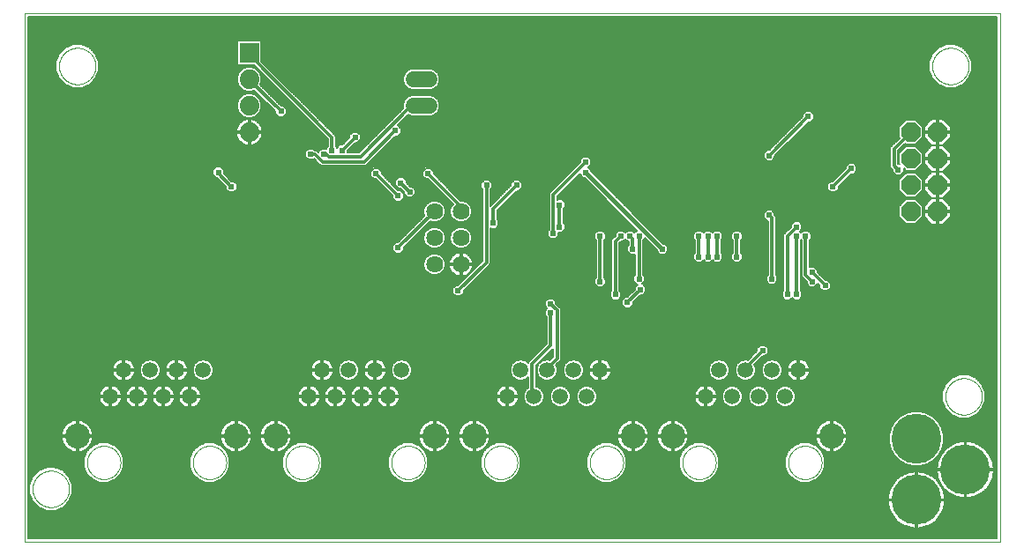
<source format=gbl>
G75*
%MOIN*%
%OFA0B0*%
%FSLAX25Y25*%
%IPPOS*%
%LPD*%
%AMOC8*
5,1,8,0,0,1.08239X$1,22.5*
%
%ADD10C,0.00000*%
%ADD11C,0.06400*%
%ADD12C,0.06000*%
%ADD13C,0.05937*%
%ADD14C,0.09449*%
%ADD15C,0.18898*%
%ADD16OC8,0.07400*%
%ADD17R,0.07400X0.07400*%
%ADD18C,0.07400*%
%ADD19C,0.00600*%
%ADD20C,0.02400*%
%ADD21C,0.01200*%
%ADD22C,0.01800*%
D10*
X0006300Y0016250D02*
X0006300Y0216211D01*
X0375001Y0216211D01*
X0375001Y0016250D01*
X0006300Y0016250D01*
X0009410Y0036250D02*
X0009412Y0036419D01*
X0009418Y0036588D01*
X0009429Y0036757D01*
X0009443Y0036925D01*
X0009462Y0037093D01*
X0009485Y0037261D01*
X0009511Y0037428D01*
X0009542Y0037594D01*
X0009577Y0037760D01*
X0009616Y0037924D01*
X0009660Y0038088D01*
X0009707Y0038250D01*
X0009758Y0038411D01*
X0009813Y0038571D01*
X0009872Y0038730D01*
X0009934Y0038887D01*
X0010001Y0039042D01*
X0010072Y0039196D01*
X0010146Y0039348D01*
X0010224Y0039498D01*
X0010305Y0039646D01*
X0010390Y0039792D01*
X0010479Y0039936D01*
X0010571Y0040078D01*
X0010667Y0040217D01*
X0010766Y0040354D01*
X0010868Y0040489D01*
X0010974Y0040621D01*
X0011083Y0040750D01*
X0011195Y0040877D01*
X0011310Y0041001D01*
X0011428Y0041122D01*
X0011549Y0041240D01*
X0011673Y0041355D01*
X0011800Y0041467D01*
X0011929Y0041576D01*
X0012061Y0041682D01*
X0012196Y0041784D01*
X0012333Y0041883D01*
X0012472Y0041979D01*
X0012614Y0042071D01*
X0012758Y0042160D01*
X0012904Y0042245D01*
X0013052Y0042326D01*
X0013202Y0042404D01*
X0013354Y0042478D01*
X0013508Y0042549D01*
X0013663Y0042616D01*
X0013820Y0042678D01*
X0013979Y0042737D01*
X0014139Y0042792D01*
X0014300Y0042843D01*
X0014462Y0042890D01*
X0014626Y0042934D01*
X0014790Y0042973D01*
X0014956Y0043008D01*
X0015122Y0043039D01*
X0015289Y0043065D01*
X0015457Y0043088D01*
X0015625Y0043107D01*
X0015793Y0043121D01*
X0015962Y0043132D01*
X0016131Y0043138D01*
X0016300Y0043140D01*
X0016469Y0043138D01*
X0016638Y0043132D01*
X0016807Y0043121D01*
X0016975Y0043107D01*
X0017143Y0043088D01*
X0017311Y0043065D01*
X0017478Y0043039D01*
X0017644Y0043008D01*
X0017810Y0042973D01*
X0017974Y0042934D01*
X0018138Y0042890D01*
X0018300Y0042843D01*
X0018461Y0042792D01*
X0018621Y0042737D01*
X0018780Y0042678D01*
X0018937Y0042616D01*
X0019092Y0042549D01*
X0019246Y0042478D01*
X0019398Y0042404D01*
X0019548Y0042326D01*
X0019696Y0042245D01*
X0019842Y0042160D01*
X0019986Y0042071D01*
X0020128Y0041979D01*
X0020267Y0041883D01*
X0020404Y0041784D01*
X0020539Y0041682D01*
X0020671Y0041576D01*
X0020800Y0041467D01*
X0020927Y0041355D01*
X0021051Y0041240D01*
X0021172Y0041122D01*
X0021290Y0041001D01*
X0021405Y0040877D01*
X0021517Y0040750D01*
X0021626Y0040621D01*
X0021732Y0040489D01*
X0021834Y0040354D01*
X0021933Y0040217D01*
X0022029Y0040078D01*
X0022121Y0039936D01*
X0022210Y0039792D01*
X0022295Y0039646D01*
X0022376Y0039498D01*
X0022454Y0039348D01*
X0022528Y0039196D01*
X0022599Y0039042D01*
X0022666Y0038887D01*
X0022728Y0038730D01*
X0022787Y0038571D01*
X0022842Y0038411D01*
X0022893Y0038250D01*
X0022940Y0038088D01*
X0022984Y0037924D01*
X0023023Y0037760D01*
X0023058Y0037594D01*
X0023089Y0037428D01*
X0023115Y0037261D01*
X0023138Y0037093D01*
X0023157Y0036925D01*
X0023171Y0036757D01*
X0023182Y0036588D01*
X0023188Y0036419D01*
X0023190Y0036250D01*
X0023188Y0036081D01*
X0023182Y0035912D01*
X0023171Y0035743D01*
X0023157Y0035575D01*
X0023138Y0035407D01*
X0023115Y0035239D01*
X0023089Y0035072D01*
X0023058Y0034906D01*
X0023023Y0034740D01*
X0022984Y0034576D01*
X0022940Y0034412D01*
X0022893Y0034250D01*
X0022842Y0034089D01*
X0022787Y0033929D01*
X0022728Y0033770D01*
X0022666Y0033613D01*
X0022599Y0033458D01*
X0022528Y0033304D01*
X0022454Y0033152D01*
X0022376Y0033002D01*
X0022295Y0032854D01*
X0022210Y0032708D01*
X0022121Y0032564D01*
X0022029Y0032422D01*
X0021933Y0032283D01*
X0021834Y0032146D01*
X0021732Y0032011D01*
X0021626Y0031879D01*
X0021517Y0031750D01*
X0021405Y0031623D01*
X0021290Y0031499D01*
X0021172Y0031378D01*
X0021051Y0031260D01*
X0020927Y0031145D01*
X0020800Y0031033D01*
X0020671Y0030924D01*
X0020539Y0030818D01*
X0020404Y0030716D01*
X0020267Y0030617D01*
X0020128Y0030521D01*
X0019986Y0030429D01*
X0019842Y0030340D01*
X0019696Y0030255D01*
X0019548Y0030174D01*
X0019398Y0030096D01*
X0019246Y0030022D01*
X0019092Y0029951D01*
X0018937Y0029884D01*
X0018780Y0029822D01*
X0018621Y0029763D01*
X0018461Y0029708D01*
X0018300Y0029657D01*
X0018138Y0029610D01*
X0017974Y0029566D01*
X0017810Y0029527D01*
X0017644Y0029492D01*
X0017478Y0029461D01*
X0017311Y0029435D01*
X0017143Y0029412D01*
X0016975Y0029393D01*
X0016807Y0029379D01*
X0016638Y0029368D01*
X0016469Y0029362D01*
X0016300Y0029360D01*
X0016131Y0029362D01*
X0015962Y0029368D01*
X0015793Y0029379D01*
X0015625Y0029393D01*
X0015457Y0029412D01*
X0015289Y0029435D01*
X0015122Y0029461D01*
X0014956Y0029492D01*
X0014790Y0029527D01*
X0014626Y0029566D01*
X0014462Y0029610D01*
X0014300Y0029657D01*
X0014139Y0029708D01*
X0013979Y0029763D01*
X0013820Y0029822D01*
X0013663Y0029884D01*
X0013508Y0029951D01*
X0013354Y0030022D01*
X0013202Y0030096D01*
X0013052Y0030174D01*
X0012904Y0030255D01*
X0012758Y0030340D01*
X0012614Y0030429D01*
X0012472Y0030521D01*
X0012333Y0030617D01*
X0012196Y0030716D01*
X0012061Y0030818D01*
X0011929Y0030924D01*
X0011800Y0031033D01*
X0011673Y0031145D01*
X0011549Y0031260D01*
X0011428Y0031378D01*
X0011310Y0031499D01*
X0011195Y0031623D01*
X0011083Y0031750D01*
X0010974Y0031879D01*
X0010868Y0032011D01*
X0010766Y0032146D01*
X0010667Y0032283D01*
X0010571Y0032422D01*
X0010479Y0032564D01*
X0010390Y0032708D01*
X0010305Y0032854D01*
X0010224Y0033002D01*
X0010146Y0033152D01*
X0010072Y0033304D01*
X0010001Y0033458D01*
X0009934Y0033613D01*
X0009872Y0033770D01*
X0009813Y0033929D01*
X0009758Y0034089D01*
X0009707Y0034250D01*
X0009660Y0034412D01*
X0009616Y0034576D01*
X0009577Y0034740D01*
X0009542Y0034906D01*
X0009511Y0035072D01*
X0009485Y0035239D01*
X0009462Y0035407D01*
X0009443Y0035575D01*
X0009429Y0035743D01*
X0009418Y0035912D01*
X0009412Y0036081D01*
X0009410Y0036250D01*
X0030001Y0046250D02*
X0030003Y0046408D01*
X0030009Y0046566D01*
X0030019Y0046724D01*
X0030033Y0046882D01*
X0030051Y0047039D01*
X0030072Y0047196D01*
X0030098Y0047352D01*
X0030128Y0047508D01*
X0030161Y0047663D01*
X0030199Y0047816D01*
X0030240Y0047969D01*
X0030285Y0048121D01*
X0030334Y0048272D01*
X0030387Y0048421D01*
X0030443Y0048569D01*
X0030503Y0048715D01*
X0030567Y0048860D01*
X0030635Y0049003D01*
X0030706Y0049145D01*
X0030780Y0049285D01*
X0030858Y0049422D01*
X0030940Y0049558D01*
X0031024Y0049692D01*
X0031113Y0049823D01*
X0031204Y0049952D01*
X0031299Y0050079D01*
X0031396Y0050204D01*
X0031497Y0050326D01*
X0031601Y0050445D01*
X0031708Y0050562D01*
X0031818Y0050676D01*
X0031931Y0050787D01*
X0032046Y0050896D01*
X0032164Y0051001D01*
X0032285Y0051103D01*
X0032408Y0051203D01*
X0032534Y0051299D01*
X0032662Y0051392D01*
X0032792Y0051482D01*
X0032925Y0051568D01*
X0033060Y0051652D01*
X0033196Y0051731D01*
X0033335Y0051808D01*
X0033476Y0051880D01*
X0033618Y0051950D01*
X0033762Y0052015D01*
X0033908Y0052077D01*
X0034055Y0052135D01*
X0034204Y0052190D01*
X0034354Y0052241D01*
X0034505Y0052288D01*
X0034657Y0052331D01*
X0034810Y0052370D01*
X0034965Y0052406D01*
X0035120Y0052437D01*
X0035276Y0052465D01*
X0035432Y0052489D01*
X0035589Y0052509D01*
X0035747Y0052525D01*
X0035904Y0052537D01*
X0036063Y0052545D01*
X0036221Y0052549D01*
X0036379Y0052549D01*
X0036537Y0052545D01*
X0036696Y0052537D01*
X0036853Y0052525D01*
X0037011Y0052509D01*
X0037168Y0052489D01*
X0037324Y0052465D01*
X0037480Y0052437D01*
X0037635Y0052406D01*
X0037790Y0052370D01*
X0037943Y0052331D01*
X0038095Y0052288D01*
X0038246Y0052241D01*
X0038396Y0052190D01*
X0038545Y0052135D01*
X0038692Y0052077D01*
X0038838Y0052015D01*
X0038982Y0051950D01*
X0039124Y0051880D01*
X0039265Y0051808D01*
X0039404Y0051731D01*
X0039540Y0051652D01*
X0039675Y0051568D01*
X0039808Y0051482D01*
X0039938Y0051392D01*
X0040066Y0051299D01*
X0040192Y0051203D01*
X0040315Y0051103D01*
X0040436Y0051001D01*
X0040554Y0050896D01*
X0040669Y0050787D01*
X0040782Y0050676D01*
X0040892Y0050562D01*
X0040999Y0050445D01*
X0041103Y0050326D01*
X0041204Y0050204D01*
X0041301Y0050079D01*
X0041396Y0049952D01*
X0041487Y0049823D01*
X0041576Y0049692D01*
X0041660Y0049558D01*
X0041742Y0049422D01*
X0041820Y0049285D01*
X0041894Y0049145D01*
X0041965Y0049003D01*
X0042033Y0048860D01*
X0042097Y0048715D01*
X0042157Y0048569D01*
X0042213Y0048421D01*
X0042266Y0048272D01*
X0042315Y0048121D01*
X0042360Y0047969D01*
X0042401Y0047816D01*
X0042439Y0047663D01*
X0042472Y0047508D01*
X0042502Y0047352D01*
X0042528Y0047196D01*
X0042549Y0047039D01*
X0042567Y0046882D01*
X0042581Y0046724D01*
X0042591Y0046566D01*
X0042597Y0046408D01*
X0042599Y0046250D01*
X0042597Y0046092D01*
X0042591Y0045934D01*
X0042581Y0045776D01*
X0042567Y0045618D01*
X0042549Y0045461D01*
X0042528Y0045304D01*
X0042502Y0045148D01*
X0042472Y0044992D01*
X0042439Y0044837D01*
X0042401Y0044684D01*
X0042360Y0044531D01*
X0042315Y0044379D01*
X0042266Y0044228D01*
X0042213Y0044079D01*
X0042157Y0043931D01*
X0042097Y0043785D01*
X0042033Y0043640D01*
X0041965Y0043497D01*
X0041894Y0043355D01*
X0041820Y0043215D01*
X0041742Y0043078D01*
X0041660Y0042942D01*
X0041576Y0042808D01*
X0041487Y0042677D01*
X0041396Y0042548D01*
X0041301Y0042421D01*
X0041204Y0042296D01*
X0041103Y0042174D01*
X0040999Y0042055D01*
X0040892Y0041938D01*
X0040782Y0041824D01*
X0040669Y0041713D01*
X0040554Y0041604D01*
X0040436Y0041499D01*
X0040315Y0041397D01*
X0040192Y0041297D01*
X0040066Y0041201D01*
X0039938Y0041108D01*
X0039808Y0041018D01*
X0039675Y0040932D01*
X0039540Y0040848D01*
X0039404Y0040769D01*
X0039265Y0040692D01*
X0039124Y0040620D01*
X0038982Y0040550D01*
X0038838Y0040485D01*
X0038692Y0040423D01*
X0038545Y0040365D01*
X0038396Y0040310D01*
X0038246Y0040259D01*
X0038095Y0040212D01*
X0037943Y0040169D01*
X0037790Y0040130D01*
X0037635Y0040094D01*
X0037480Y0040063D01*
X0037324Y0040035D01*
X0037168Y0040011D01*
X0037011Y0039991D01*
X0036853Y0039975D01*
X0036696Y0039963D01*
X0036537Y0039955D01*
X0036379Y0039951D01*
X0036221Y0039951D01*
X0036063Y0039955D01*
X0035904Y0039963D01*
X0035747Y0039975D01*
X0035589Y0039991D01*
X0035432Y0040011D01*
X0035276Y0040035D01*
X0035120Y0040063D01*
X0034965Y0040094D01*
X0034810Y0040130D01*
X0034657Y0040169D01*
X0034505Y0040212D01*
X0034354Y0040259D01*
X0034204Y0040310D01*
X0034055Y0040365D01*
X0033908Y0040423D01*
X0033762Y0040485D01*
X0033618Y0040550D01*
X0033476Y0040620D01*
X0033335Y0040692D01*
X0033196Y0040769D01*
X0033060Y0040848D01*
X0032925Y0040932D01*
X0032792Y0041018D01*
X0032662Y0041108D01*
X0032534Y0041201D01*
X0032408Y0041297D01*
X0032285Y0041397D01*
X0032164Y0041499D01*
X0032046Y0041604D01*
X0031931Y0041713D01*
X0031818Y0041824D01*
X0031708Y0041938D01*
X0031601Y0042055D01*
X0031497Y0042174D01*
X0031396Y0042296D01*
X0031299Y0042421D01*
X0031204Y0042548D01*
X0031113Y0042677D01*
X0031024Y0042808D01*
X0030940Y0042942D01*
X0030858Y0043078D01*
X0030780Y0043215D01*
X0030706Y0043355D01*
X0030635Y0043497D01*
X0030567Y0043640D01*
X0030503Y0043785D01*
X0030443Y0043931D01*
X0030387Y0044079D01*
X0030334Y0044228D01*
X0030285Y0044379D01*
X0030240Y0044531D01*
X0030199Y0044684D01*
X0030161Y0044837D01*
X0030128Y0044992D01*
X0030098Y0045148D01*
X0030072Y0045304D01*
X0030051Y0045461D01*
X0030033Y0045618D01*
X0030019Y0045776D01*
X0030009Y0045934D01*
X0030003Y0046092D01*
X0030001Y0046250D01*
X0070001Y0046250D02*
X0070003Y0046408D01*
X0070009Y0046566D01*
X0070019Y0046724D01*
X0070033Y0046882D01*
X0070051Y0047039D01*
X0070072Y0047196D01*
X0070098Y0047352D01*
X0070128Y0047508D01*
X0070161Y0047663D01*
X0070199Y0047816D01*
X0070240Y0047969D01*
X0070285Y0048121D01*
X0070334Y0048272D01*
X0070387Y0048421D01*
X0070443Y0048569D01*
X0070503Y0048715D01*
X0070567Y0048860D01*
X0070635Y0049003D01*
X0070706Y0049145D01*
X0070780Y0049285D01*
X0070858Y0049422D01*
X0070940Y0049558D01*
X0071024Y0049692D01*
X0071113Y0049823D01*
X0071204Y0049952D01*
X0071299Y0050079D01*
X0071396Y0050204D01*
X0071497Y0050326D01*
X0071601Y0050445D01*
X0071708Y0050562D01*
X0071818Y0050676D01*
X0071931Y0050787D01*
X0072046Y0050896D01*
X0072164Y0051001D01*
X0072285Y0051103D01*
X0072408Y0051203D01*
X0072534Y0051299D01*
X0072662Y0051392D01*
X0072792Y0051482D01*
X0072925Y0051568D01*
X0073060Y0051652D01*
X0073196Y0051731D01*
X0073335Y0051808D01*
X0073476Y0051880D01*
X0073618Y0051950D01*
X0073762Y0052015D01*
X0073908Y0052077D01*
X0074055Y0052135D01*
X0074204Y0052190D01*
X0074354Y0052241D01*
X0074505Y0052288D01*
X0074657Y0052331D01*
X0074810Y0052370D01*
X0074965Y0052406D01*
X0075120Y0052437D01*
X0075276Y0052465D01*
X0075432Y0052489D01*
X0075589Y0052509D01*
X0075747Y0052525D01*
X0075904Y0052537D01*
X0076063Y0052545D01*
X0076221Y0052549D01*
X0076379Y0052549D01*
X0076537Y0052545D01*
X0076696Y0052537D01*
X0076853Y0052525D01*
X0077011Y0052509D01*
X0077168Y0052489D01*
X0077324Y0052465D01*
X0077480Y0052437D01*
X0077635Y0052406D01*
X0077790Y0052370D01*
X0077943Y0052331D01*
X0078095Y0052288D01*
X0078246Y0052241D01*
X0078396Y0052190D01*
X0078545Y0052135D01*
X0078692Y0052077D01*
X0078838Y0052015D01*
X0078982Y0051950D01*
X0079124Y0051880D01*
X0079265Y0051808D01*
X0079404Y0051731D01*
X0079540Y0051652D01*
X0079675Y0051568D01*
X0079808Y0051482D01*
X0079938Y0051392D01*
X0080066Y0051299D01*
X0080192Y0051203D01*
X0080315Y0051103D01*
X0080436Y0051001D01*
X0080554Y0050896D01*
X0080669Y0050787D01*
X0080782Y0050676D01*
X0080892Y0050562D01*
X0080999Y0050445D01*
X0081103Y0050326D01*
X0081204Y0050204D01*
X0081301Y0050079D01*
X0081396Y0049952D01*
X0081487Y0049823D01*
X0081576Y0049692D01*
X0081660Y0049558D01*
X0081742Y0049422D01*
X0081820Y0049285D01*
X0081894Y0049145D01*
X0081965Y0049003D01*
X0082033Y0048860D01*
X0082097Y0048715D01*
X0082157Y0048569D01*
X0082213Y0048421D01*
X0082266Y0048272D01*
X0082315Y0048121D01*
X0082360Y0047969D01*
X0082401Y0047816D01*
X0082439Y0047663D01*
X0082472Y0047508D01*
X0082502Y0047352D01*
X0082528Y0047196D01*
X0082549Y0047039D01*
X0082567Y0046882D01*
X0082581Y0046724D01*
X0082591Y0046566D01*
X0082597Y0046408D01*
X0082599Y0046250D01*
X0082597Y0046092D01*
X0082591Y0045934D01*
X0082581Y0045776D01*
X0082567Y0045618D01*
X0082549Y0045461D01*
X0082528Y0045304D01*
X0082502Y0045148D01*
X0082472Y0044992D01*
X0082439Y0044837D01*
X0082401Y0044684D01*
X0082360Y0044531D01*
X0082315Y0044379D01*
X0082266Y0044228D01*
X0082213Y0044079D01*
X0082157Y0043931D01*
X0082097Y0043785D01*
X0082033Y0043640D01*
X0081965Y0043497D01*
X0081894Y0043355D01*
X0081820Y0043215D01*
X0081742Y0043078D01*
X0081660Y0042942D01*
X0081576Y0042808D01*
X0081487Y0042677D01*
X0081396Y0042548D01*
X0081301Y0042421D01*
X0081204Y0042296D01*
X0081103Y0042174D01*
X0080999Y0042055D01*
X0080892Y0041938D01*
X0080782Y0041824D01*
X0080669Y0041713D01*
X0080554Y0041604D01*
X0080436Y0041499D01*
X0080315Y0041397D01*
X0080192Y0041297D01*
X0080066Y0041201D01*
X0079938Y0041108D01*
X0079808Y0041018D01*
X0079675Y0040932D01*
X0079540Y0040848D01*
X0079404Y0040769D01*
X0079265Y0040692D01*
X0079124Y0040620D01*
X0078982Y0040550D01*
X0078838Y0040485D01*
X0078692Y0040423D01*
X0078545Y0040365D01*
X0078396Y0040310D01*
X0078246Y0040259D01*
X0078095Y0040212D01*
X0077943Y0040169D01*
X0077790Y0040130D01*
X0077635Y0040094D01*
X0077480Y0040063D01*
X0077324Y0040035D01*
X0077168Y0040011D01*
X0077011Y0039991D01*
X0076853Y0039975D01*
X0076696Y0039963D01*
X0076537Y0039955D01*
X0076379Y0039951D01*
X0076221Y0039951D01*
X0076063Y0039955D01*
X0075904Y0039963D01*
X0075747Y0039975D01*
X0075589Y0039991D01*
X0075432Y0040011D01*
X0075276Y0040035D01*
X0075120Y0040063D01*
X0074965Y0040094D01*
X0074810Y0040130D01*
X0074657Y0040169D01*
X0074505Y0040212D01*
X0074354Y0040259D01*
X0074204Y0040310D01*
X0074055Y0040365D01*
X0073908Y0040423D01*
X0073762Y0040485D01*
X0073618Y0040550D01*
X0073476Y0040620D01*
X0073335Y0040692D01*
X0073196Y0040769D01*
X0073060Y0040848D01*
X0072925Y0040932D01*
X0072792Y0041018D01*
X0072662Y0041108D01*
X0072534Y0041201D01*
X0072408Y0041297D01*
X0072285Y0041397D01*
X0072164Y0041499D01*
X0072046Y0041604D01*
X0071931Y0041713D01*
X0071818Y0041824D01*
X0071708Y0041938D01*
X0071601Y0042055D01*
X0071497Y0042174D01*
X0071396Y0042296D01*
X0071299Y0042421D01*
X0071204Y0042548D01*
X0071113Y0042677D01*
X0071024Y0042808D01*
X0070940Y0042942D01*
X0070858Y0043078D01*
X0070780Y0043215D01*
X0070706Y0043355D01*
X0070635Y0043497D01*
X0070567Y0043640D01*
X0070503Y0043785D01*
X0070443Y0043931D01*
X0070387Y0044079D01*
X0070334Y0044228D01*
X0070285Y0044379D01*
X0070240Y0044531D01*
X0070199Y0044684D01*
X0070161Y0044837D01*
X0070128Y0044992D01*
X0070098Y0045148D01*
X0070072Y0045304D01*
X0070051Y0045461D01*
X0070033Y0045618D01*
X0070019Y0045776D01*
X0070009Y0045934D01*
X0070003Y0046092D01*
X0070001Y0046250D01*
X0105001Y0046250D02*
X0105003Y0046408D01*
X0105009Y0046566D01*
X0105019Y0046724D01*
X0105033Y0046882D01*
X0105051Y0047039D01*
X0105072Y0047196D01*
X0105098Y0047352D01*
X0105128Y0047508D01*
X0105161Y0047663D01*
X0105199Y0047816D01*
X0105240Y0047969D01*
X0105285Y0048121D01*
X0105334Y0048272D01*
X0105387Y0048421D01*
X0105443Y0048569D01*
X0105503Y0048715D01*
X0105567Y0048860D01*
X0105635Y0049003D01*
X0105706Y0049145D01*
X0105780Y0049285D01*
X0105858Y0049422D01*
X0105940Y0049558D01*
X0106024Y0049692D01*
X0106113Y0049823D01*
X0106204Y0049952D01*
X0106299Y0050079D01*
X0106396Y0050204D01*
X0106497Y0050326D01*
X0106601Y0050445D01*
X0106708Y0050562D01*
X0106818Y0050676D01*
X0106931Y0050787D01*
X0107046Y0050896D01*
X0107164Y0051001D01*
X0107285Y0051103D01*
X0107408Y0051203D01*
X0107534Y0051299D01*
X0107662Y0051392D01*
X0107792Y0051482D01*
X0107925Y0051568D01*
X0108060Y0051652D01*
X0108196Y0051731D01*
X0108335Y0051808D01*
X0108476Y0051880D01*
X0108618Y0051950D01*
X0108762Y0052015D01*
X0108908Y0052077D01*
X0109055Y0052135D01*
X0109204Y0052190D01*
X0109354Y0052241D01*
X0109505Y0052288D01*
X0109657Y0052331D01*
X0109810Y0052370D01*
X0109965Y0052406D01*
X0110120Y0052437D01*
X0110276Y0052465D01*
X0110432Y0052489D01*
X0110589Y0052509D01*
X0110747Y0052525D01*
X0110904Y0052537D01*
X0111063Y0052545D01*
X0111221Y0052549D01*
X0111379Y0052549D01*
X0111537Y0052545D01*
X0111696Y0052537D01*
X0111853Y0052525D01*
X0112011Y0052509D01*
X0112168Y0052489D01*
X0112324Y0052465D01*
X0112480Y0052437D01*
X0112635Y0052406D01*
X0112790Y0052370D01*
X0112943Y0052331D01*
X0113095Y0052288D01*
X0113246Y0052241D01*
X0113396Y0052190D01*
X0113545Y0052135D01*
X0113692Y0052077D01*
X0113838Y0052015D01*
X0113982Y0051950D01*
X0114124Y0051880D01*
X0114265Y0051808D01*
X0114404Y0051731D01*
X0114540Y0051652D01*
X0114675Y0051568D01*
X0114808Y0051482D01*
X0114938Y0051392D01*
X0115066Y0051299D01*
X0115192Y0051203D01*
X0115315Y0051103D01*
X0115436Y0051001D01*
X0115554Y0050896D01*
X0115669Y0050787D01*
X0115782Y0050676D01*
X0115892Y0050562D01*
X0115999Y0050445D01*
X0116103Y0050326D01*
X0116204Y0050204D01*
X0116301Y0050079D01*
X0116396Y0049952D01*
X0116487Y0049823D01*
X0116576Y0049692D01*
X0116660Y0049558D01*
X0116742Y0049422D01*
X0116820Y0049285D01*
X0116894Y0049145D01*
X0116965Y0049003D01*
X0117033Y0048860D01*
X0117097Y0048715D01*
X0117157Y0048569D01*
X0117213Y0048421D01*
X0117266Y0048272D01*
X0117315Y0048121D01*
X0117360Y0047969D01*
X0117401Y0047816D01*
X0117439Y0047663D01*
X0117472Y0047508D01*
X0117502Y0047352D01*
X0117528Y0047196D01*
X0117549Y0047039D01*
X0117567Y0046882D01*
X0117581Y0046724D01*
X0117591Y0046566D01*
X0117597Y0046408D01*
X0117599Y0046250D01*
X0117597Y0046092D01*
X0117591Y0045934D01*
X0117581Y0045776D01*
X0117567Y0045618D01*
X0117549Y0045461D01*
X0117528Y0045304D01*
X0117502Y0045148D01*
X0117472Y0044992D01*
X0117439Y0044837D01*
X0117401Y0044684D01*
X0117360Y0044531D01*
X0117315Y0044379D01*
X0117266Y0044228D01*
X0117213Y0044079D01*
X0117157Y0043931D01*
X0117097Y0043785D01*
X0117033Y0043640D01*
X0116965Y0043497D01*
X0116894Y0043355D01*
X0116820Y0043215D01*
X0116742Y0043078D01*
X0116660Y0042942D01*
X0116576Y0042808D01*
X0116487Y0042677D01*
X0116396Y0042548D01*
X0116301Y0042421D01*
X0116204Y0042296D01*
X0116103Y0042174D01*
X0115999Y0042055D01*
X0115892Y0041938D01*
X0115782Y0041824D01*
X0115669Y0041713D01*
X0115554Y0041604D01*
X0115436Y0041499D01*
X0115315Y0041397D01*
X0115192Y0041297D01*
X0115066Y0041201D01*
X0114938Y0041108D01*
X0114808Y0041018D01*
X0114675Y0040932D01*
X0114540Y0040848D01*
X0114404Y0040769D01*
X0114265Y0040692D01*
X0114124Y0040620D01*
X0113982Y0040550D01*
X0113838Y0040485D01*
X0113692Y0040423D01*
X0113545Y0040365D01*
X0113396Y0040310D01*
X0113246Y0040259D01*
X0113095Y0040212D01*
X0112943Y0040169D01*
X0112790Y0040130D01*
X0112635Y0040094D01*
X0112480Y0040063D01*
X0112324Y0040035D01*
X0112168Y0040011D01*
X0112011Y0039991D01*
X0111853Y0039975D01*
X0111696Y0039963D01*
X0111537Y0039955D01*
X0111379Y0039951D01*
X0111221Y0039951D01*
X0111063Y0039955D01*
X0110904Y0039963D01*
X0110747Y0039975D01*
X0110589Y0039991D01*
X0110432Y0040011D01*
X0110276Y0040035D01*
X0110120Y0040063D01*
X0109965Y0040094D01*
X0109810Y0040130D01*
X0109657Y0040169D01*
X0109505Y0040212D01*
X0109354Y0040259D01*
X0109204Y0040310D01*
X0109055Y0040365D01*
X0108908Y0040423D01*
X0108762Y0040485D01*
X0108618Y0040550D01*
X0108476Y0040620D01*
X0108335Y0040692D01*
X0108196Y0040769D01*
X0108060Y0040848D01*
X0107925Y0040932D01*
X0107792Y0041018D01*
X0107662Y0041108D01*
X0107534Y0041201D01*
X0107408Y0041297D01*
X0107285Y0041397D01*
X0107164Y0041499D01*
X0107046Y0041604D01*
X0106931Y0041713D01*
X0106818Y0041824D01*
X0106708Y0041938D01*
X0106601Y0042055D01*
X0106497Y0042174D01*
X0106396Y0042296D01*
X0106299Y0042421D01*
X0106204Y0042548D01*
X0106113Y0042677D01*
X0106024Y0042808D01*
X0105940Y0042942D01*
X0105858Y0043078D01*
X0105780Y0043215D01*
X0105706Y0043355D01*
X0105635Y0043497D01*
X0105567Y0043640D01*
X0105503Y0043785D01*
X0105443Y0043931D01*
X0105387Y0044079D01*
X0105334Y0044228D01*
X0105285Y0044379D01*
X0105240Y0044531D01*
X0105199Y0044684D01*
X0105161Y0044837D01*
X0105128Y0044992D01*
X0105098Y0045148D01*
X0105072Y0045304D01*
X0105051Y0045461D01*
X0105033Y0045618D01*
X0105019Y0045776D01*
X0105009Y0045934D01*
X0105003Y0046092D01*
X0105001Y0046250D01*
X0145001Y0046250D02*
X0145003Y0046408D01*
X0145009Y0046566D01*
X0145019Y0046724D01*
X0145033Y0046882D01*
X0145051Y0047039D01*
X0145072Y0047196D01*
X0145098Y0047352D01*
X0145128Y0047508D01*
X0145161Y0047663D01*
X0145199Y0047816D01*
X0145240Y0047969D01*
X0145285Y0048121D01*
X0145334Y0048272D01*
X0145387Y0048421D01*
X0145443Y0048569D01*
X0145503Y0048715D01*
X0145567Y0048860D01*
X0145635Y0049003D01*
X0145706Y0049145D01*
X0145780Y0049285D01*
X0145858Y0049422D01*
X0145940Y0049558D01*
X0146024Y0049692D01*
X0146113Y0049823D01*
X0146204Y0049952D01*
X0146299Y0050079D01*
X0146396Y0050204D01*
X0146497Y0050326D01*
X0146601Y0050445D01*
X0146708Y0050562D01*
X0146818Y0050676D01*
X0146931Y0050787D01*
X0147046Y0050896D01*
X0147164Y0051001D01*
X0147285Y0051103D01*
X0147408Y0051203D01*
X0147534Y0051299D01*
X0147662Y0051392D01*
X0147792Y0051482D01*
X0147925Y0051568D01*
X0148060Y0051652D01*
X0148196Y0051731D01*
X0148335Y0051808D01*
X0148476Y0051880D01*
X0148618Y0051950D01*
X0148762Y0052015D01*
X0148908Y0052077D01*
X0149055Y0052135D01*
X0149204Y0052190D01*
X0149354Y0052241D01*
X0149505Y0052288D01*
X0149657Y0052331D01*
X0149810Y0052370D01*
X0149965Y0052406D01*
X0150120Y0052437D01*
X0150276Y0052465D01*
X0150432Y0052489D01*
X0150589Y0052509D01*
X0150747Y0052525D01*
X0150904Y0052537D01*
X0151063Y0052545D01*
X0151221Y0052549D01*
X0151379Y0052549D01*
X0151537Y0052545D01*
X0151696Y0052537D01*
X0151853Y0052525D01*
X0152011Y0052509D01*
X0152168Y0052489D01*
X0152324Y0052465D01*
X0152480Y0052437D01*
X0152635Y0052406D01*
X0152790Y0052370D01*
X0152943Y0052331D01*
X0153095Y0052288D01*
X0153246Y0052241D01*
X0153396Y0052190D01*
X0153545Y0052135D01*
X0153692Y0052077D01*
X0153838Y0052015D01*
X0153982Y0051950D01*
X0154124Y0051880D01*
X0154265Y0051808D01*
X0154404Y0051731D01*
X0154540Y0051652D01*
X0154675Y0051568D01*
X0154808Y0051482D01*
X0154938Y0051392D01*
X0155066Y0051299D01*
X0155192Y0051203D01*
X0155315Y0051103D01*
X0155436Y0051001D01*
X0155554Y0050896D01*
X0155669Y0050787D01*
X0155782Y0050676D01*
X0155892Y0050562D01*
X0155999Y0050445D01*
X0156103Y0050326D01*
X0156204Y0050204D01*
X0156301Y0050079D01*
X0156396Y0049952D01*
X0156487Y0049823D01*
X0156576Y0049692D01*
X0156660Y0049558D01*
X0156742Y0049422D01*
X0156820Y0049285D01*
X0156894Y0049145D01*
X0156965Y0049003D01*
X0157033Y0048860D01*
X0157097Y0048715D01*
X0157157Y0048569D01*
X0157213Y0048421D01*
X0157266Y0048272D01*
X0157315Y0048121D01*
X0157360Y0047969D01*
X0157401Y0047816D01*
X0157439Y0047663D01*
X0157472Y0047508D01*
X0157502Y0047352D01*
X0157528Y0047196D01*
X0157549Y0047039D01*
X0157567Y0046882D01*
X0157581Y0046724D01*
X0157591Y0046566D01*
X0157597Y0046408D01*
X0157599Y0046250D01*
X0157597Y0046092D01*
X0157591Y0045934D01*
X0157581Y0045776D01*
X0157567Y0045618D01*
X0157549Y0045461D01*
X0157528Y0045304D01*
X0157502Y0045148D01*
X0157472Y0044992D01*
X0157439Y0044837D01*
X0157401Y0044684D01*
X0157360Y0044531D01*
X0157315Y0044379D01*
X0157266Y0044228D01*
X0157213Y0044079D01*
X0157157Y0043931D01*
X0157097Y0043785D01*
X0157033Y0043640D01*
X0156965Y0043497D01*
X0156894Y0043355D01*
X0156820Y0043215D01*
X0156742Y0043078D01*
X0156660Y0042942D01*
X0156576Y0042808D01*
X0156487Y0042677D01*
X0156396Y0042548D01*
X0156301Y0042421D01*
X0156204Y0042296D01*
X0156103Y0042174D01*
X0155999Y0042055D01*
X0155892Y0041938D01*
X0155782Y0041824D01*
X0155669Y0041713D01*
X0155554Y0041604D01*
X0155436Y0041499D01*
X0155315Y0041397D01*
X0155192Y0041297D01*
X0155066Y0041201D01*
X0154938Y0041108D01*
X0154808Y0041018D01*
X0154675Y0040932D01*
X0154540Y0040848D01*
X0154404Y0040769D01*
X0154265Y0040692D01*
X0154124Y0040620D01*
X0153982Y0040550D01*
X0153838Y0040485D01*
X0153692Y0040423D01*
X0153545Y0040365D01*
X0153396Y0040310D01*
X0153246Y0040259D01*
X0153095Y0040212D01*
X0152943Y0040169D01*
X0152790Y0040130D01*
X0152635Y0040094D01*
X0152480Y0040063D01*
X0152324Y0040035D01*
X0152168Y0040011D01*
X0152011Y0039991D01*
X0151853Y0039975D01*
X0151696Y0039963D01*
X0151537Y0039955D01*
X0151379Y0039951D01*
X0151221Y0039951D01*
X0151063Y0039955D01*
X0150904Y0039963D01*
X0150747Y0039975D01*
X0150589Y0039991D01*
X0150432Y0040011D01*
X0150276Y0040035D01*
X0150120Y0040063D01*
X0149965Y0040094D01*
X0149810Y0040130D01*
X0149657Y0040169D01*
X0149505Y0040212D01*
X0149354Y0040259D01*
X0149204Y0040310D01*
X0149055Y0040365D01*
X0148908Y0040423D01*
X0148762Y0040485D01*
X0148618Y0040550D01*
X0148476Y0040620D01*
X0148335Y0040692D01*
X0148196Y0040769D01*
X0148060Y0040848D01*
X0147925Y0040932D01*
X0147792Y0041018D01*
X0147662Y0041108D01*
X0147534Y0041201D01*
X0147408Y0041297D01*
X0147285Y0041397D01*
X0147164Y0041499D01*
X0147046Y0041604D01*
X0146931Y0041713D01*
X0146818Y0041824D01*
X0146708Y0041938D01*
X0146601Y0042055D01*
X0146497Y0042174D01*
X0146396Y0042296D01*
X0146299Y0042421D01*
X0146204Y0042548D01*
X0146113Y0042677D01*
X0146024Y0042808D01*
X0145940Y0042942D01*
X0145858Y0043078D01*
X0145780Y0043215D01*
X0145706Y0043355D01*
X0145635Y0043497D01*
X0145567Y0043640D01*
X0145503Y0043785D01*
X0145443Y0043931D01*
X0145387Y0044079D01*
X0145334Y0044228D01*
X0145285Y0044379D01*
X0145240Y0044531D01*
X0145199Y0044684D01*
X0145161Y0044837D01*
X0145128Y0044992D01*
X0145098Y0045148D01*
X0145072Y0045304D01*
X0145051Y0045461D01*
X0145033Y0045618D01*
X0145019Y0045776D01*
X0145009Y0045934D01*
X0145003Y0046092D01*
X0145001Y0046250D01*
X0180001Y0046250D02*
X0180003Y0046408D01*
X0180009Y0046566D01*
X0180019Y0046724D01*
X0180033Y0046882D01*
X0180051Y0047039D01*
X0180072Y0047196D01*
X0180098Y0047352D01*
X0180128Y0047508D01*
X0180161Y0047663D01*
X0180199Y0047816D01*
X0180240Y0047969D01*
X0180285Y0048121D01*
X0180334Y0048272D01*
X0180387Y0048421D01*
X0180443Y0048569D01*
X0180503Y0048715D01*
X0180567Y0048860D01*
X0180635Y0049003D01*
X0180706Y0049145D01*
X0180780Y0049285D01*
X0180858Y0049422D01*
X0180940Y0049558D01*
X0181024Y0049692D01*
X0181113Y0049823D01*
X0181204Y0049952D01*
X0181299Y0050079D01*
X0181396Y0050204D01*
X0181497Y0050326D01*
X0181601Y0050445D01*
X0181708Y0050562D01*
X0181818Y0050676D01*
X0181931Y0050787D01*
X0182046Y0050896D01*
X0182164Y0051001D01*
X0182285Y0051103D01*
X0182408Y0051203D01*
X0182534Y0051299D01*
X0182662Y0051392D01*
X0182792Y0051482D01*
X0182925Y0051568D01*
X0183060Y0051652D01*
X0183196Y0051731D01*
X0183335Y0051808D01*
X0183476Y0051880D01*
X0183618Y0051950D01*
X0183762Y0052015D01*
X0183908Y0052077D01*
X0184055Y0052135D01*
X0184204Y0052190D01*
X0184354Y0052241D01*
X0184505Y0052288D01*
X0184657Y0052331D01*
X0184810Y0052370D01*
X0184965Y0052406D01*
X0185120Y0052437D01*
X0185276Y0052465D01*
X0185432Y0052489D01*
X0185589Y0052509D01*
X0185747Y0052525D01*
X0185904Y0052537D01*
X0186063Y0052545D01*
X0186221Y0052549D01*
X0186379Y0052549D01*
X0186537Y0052545D01*
X0186696Y0052537D01*
X0186853Y0052525D01*
X0187011Y0052509D01*
X0187168Y0052489D01*
X0187324Y0052465D01*
X0187480Y0052437D01*
X0187635Y0052406D01*
X0187790Y0052370D01*
X0187943Y0052331D01*
X0188095Y0052288D01*
X0188246Y0052241D01*
X0188396Y0052190D01*
X0188545Y0052135D01*
X0188692Y0052077D01*
X0188838Y0052015D01*
X0188982Y0051950D01*
X0189124Y0051880D01*
X0189265Y0051808D01*
X0189404Y0051731D01*
X0189540Y0051652D01*
X0189675Y0051568D01*
X0189808Y0051482D01*
X0189938Y0051392D01*
X0190066Y0051299D01*
X0190192Y0051203D01*
X0190315Y0051103D01*
X0190436Y0051001D01*
X0190554Y0050896D01*
X0190669Y0050787D01*
X0190782Y0050676D01*
X0190892Y0050562D01*
X0190999Y0050445D01*
X0191103Y0050326D01*
X0191204Y0050204D01*
X0191301Y0050079D01*
X0191396Y0049952D01*
X0191487Y0049823D01*
X0191576Y0049692D01*
X0191660Y0049558D01*
X0191742Y0049422D01*
X0191820Y0049285D01*
X0191894Y0049145D01*
X0191965Y0049003D01*
X0192033Y0048860D01*
X0192097Y0048715D01*
X0192157Y0048569D01*
X0192213Y0048421D01*
X0192266Y0048272D01*
X0192315Y0048121D01*
X0192360Y0047969D01*
X0192401Y0047816D01*
X0192439Y0047663D01*
X0192472Y0047508D01*
X0192502Y0047352D01*
X0192528Y0047196D01*
X0192549Y0047039D01*
X0192567Y0046882D01*
X0192581Y0046724D01*
X0192591Y0046566D01*
X0192597Y0046408D01*
X0192599Y0046250D01*
X0192597Y0046092D01*
X0192591Y0045934D01*
X0192581Y0045776D01*
X0192567Y0045618D01*
X0192549Y0045461D01*
X0192528Y0045304D01*
X0192502Y0045148D01*
X0192472Y0044992D01*
X0192439Y0044837D01*
X0192401Y0044684D01*
X0192360Y0044531D01*
X0192315Y0044379D01*
X0192266Y0044228D01*
X0192213Y0044079D01*
X0192157Y0043931D01*
X0192097Y0043785D01*
X0192033Y0043640D01*
X0191965Y0043497D01*
X0191894Y0043355D01*
X0191820Y0043215D01*
X0191742Y0043078D01*
X0191660Y0042942D01*
X0191576Y0042808D01*
X0191487Y0042677D01*
X0191396Y0042548D01*
X0191301Y0042421D01*
X0191204Y0042296D01*
X0191103Y0042174D01*
X0190999Y0042055D01*
X0190892Y0041938D01*
X0190782Y0041824D01*
X0190669Y0041713D01*
X0190554Y0041604D01*
X0190436Y0041499D01*
X0190315Y0041397D01*
X0190192Y0041297D01*
X0190066Y0041201D01*
X0189938Y0041108D01*
X0189808Y0041018D01*
X0189675Y0040932D01*
X0189540Y0040848D01*
X0189404Y0040769D01*
X0189265Y0040692D01*
X0189124Y0040620D01*
X0188982Y0040550D01*
X0188838Y0040485D01*
X0188692Y0040423D01*
X0188545Y0040365D01*
X0188396Y0040310D01*
X0188246Y0040259D01*
X0188095Y0040212D01*
X0187943Y0040169D01*
X0187790Y0040130D01*
X0187635Y0040094D01*
X0187480Y0040063D01*
X0187324Y0040035D01*
X0187168Y0040011D01*
X0187011Y0039991D01*
X0186853Y0039975D01*
X0186696Y0039963D01*
X0186537Y0039955D01*
X0186379Y0039951D01*
X0186221Y0039951D01*
X0186063Y0039955D01*
X0185904Y0039963D01*
X0185747Y0039975D01*
X0185589Y0039991D01*
X0185432Y0040011D01*
X0185276Y0040035D01*
X0185120Y0040063D01*
X0184965Y0040094D01*
X0184810Y0040130D01*
X0184657Y0040169D01*
X0184505Y0040212D01*
X0184354Y0040259D01*
X0184204Y0040310D01*
X0184055Y0040365D01*
X0183908Y0040423D01*
X0183762Y0040485D01*
X0183618Y0040550D01*
X0183476Y0040620D01*
X0183335Y0040692D01*
X0183196Y0040769D01*
X0183060Y0040848D01*
X0182925Y0040932D01*
X0182792Y0041018D01*
X0182662Y0041108D01*
X0182534Y0041201D01*
X0182408Y0041297D01*
X0182285Y0041397D01*
X0182164Y0041499D01*
X0182046Y0041604D01*
X0181931Y0041713D01*
X0181818Y0041824D01*
X0181708Y0041938D01*
X0181601Y0042055D01*
X0181497Y0042174D01*
X0181396Y0042296D01*
X0181299Y0042421D01*
X0181204Y0042548D01*
X0181113Y0042677D01*
X0181024Y0042808D01*
X0180940Y0042942D01*
X0180858Y0043078D01*
X0180780Y0043215D01*
X0180706Y0043355D01*
X0180635Y0043497D01*
X0180567Y0043640D01*
X0180503Y0043785D01*
X0180443Y0043931D01*
X0180387Y0044079D01*
X0180334Y0044228D01*
X0180285Y0044379D01*
X0180240Y0044531D01*
X0180199Y0044684D01*
X0180161Y0044837D01*
X0180128Y0044992D01*
X0180098Y0045148D01*
X0180072Y0045304D01*
X0180051Y0045461D01*
X0180033Y0045618D01*
X0180019Y0045776D01*
X0180009Y0045934D01*
X0180003Y0046092D01*
X0180001Y0046250D01*
X0220001Y0046250D02*
X0220003Y0046408D01*
X0220009Y0046566D01*
X0220019Y0046724D01*
X0220033Y0046882D01*
X0220051Y0047039D01*
X0220072Y0047196D01*
X0220098Y0047352D01*
X0220128Y0047508D01*
X0220161Y0047663D01*
X0220199Y0047816D01*
X0220240Y0047969D01*
X0220285Y0048121D01*
X0220334Y0048272D01*
X0220387Y0048421D01*
X0220443Y0048569D01*
X0220503Y0048715D01*
X0220567Y0048860D01*
X0220635Y0049003D01*
X0220706Y0049145D01*
X0220780Y0049285D01*
X0220858Y0049422D01*
X0220940Y0049558D01*
X0221024Y0049692D01*
X0221113Y0049823D01*
X0221204Y0049952D01*
X0221299Y0050079D01*
X0221396Y0050204D01*
X0221497Y0050326D01*
X0221601Y0050445D01*
X0221708Y0050562D01*
X0221818Y0050676D01*
X0221931Y0050787D01*
X0222046Y0050896D01*
X0222164Y0051001D01*
X0222285Y0051103D01*
X0222408Y0051203D01*
X0222534Y0051299D01*
X0222662Y0051392D01*
X0222792Y0051482D01*
X0222925Y0051568D01*
X0223060Y0051652D01*
X0223196Y0051731D01*
X0223335Y0051808D01*
X0223476Y0051880D01*
X0223618Y0051950D01*
X0223762Y0052015D01*
X0223908Y0052077D01*
X0224055Y0052135D01*
X0224204Y0052190D01*
X0224354Y0052241D01*
X0224505Y0052288D01*
X0224657Y0052331D01*
X0224810Y0052370D01*
X0224965Y0052406D01*
X0225120Y0052437D01*
X0225276Y0052465D01*
X0225432Y0052489D01*
X0225589Y0052509D01*
X0225747Y0052525D01*
X0225904Y0052537D01*
X0226063Y0052545D01*
X0226221Y0052549D01*
X0226379Y0052549D01*
X0226537Y0052545D01*
X0226696Y0052537D01*
X0226853Y0052525D01*
X0227011Y0052509D01*
X0227168Y0052489D01*
X0227324Y0052465D01*
X0227480Y0052437D01*
X0227635Y0052406D01*
X0227790Y0052370D01*
X0227943Y0052331D01*
X0228095Y0052288D01*
X0228246Y0052241D01*
X0228396Y0052190D01*
X0228545Y0052135D01*
X0228692Y0052077D01*
X0228838Y0052015D01*
X0228982Y0051950D01*
X0229124Y0051880D01*
X0229265Y0051808D01*
X0229404Y0051731D01*
X0229540Y0051652D01*
X0229675Y0051568D01*
X0229808Y0051482D01*
X0229938Y0051392D01*
X0230066Y0051299D01*
X0230192Y0051203D01*
X0230315Y0051103D01*
X0230436Y0051001D01*
X0230554Y0050896D01*
X0230669Y0050787D01*
X0230782Y0050676D01*
X0230892Y0050562D01*
X0230999Y0050445D01*
X0231103Y0050326D01*
X0231204Y0050204D01*
X0231301Y0050079D01*
X0231396Y0049952D01*
X0231487Y0049823D01*
X0231576Y0049692D01*
X0231660Y0049558D01*
X0231742Y0049422D01*
X0231820Y0049285D01*
X0231894Y0049145D01*
X0231965Y0049003D01*
X0232033Y0048860D01*
X0232097Y0048715D01*
X0232157Y0048569D01*
X0232213Y0048421D01*
X0232266Y0048272D01*
X0232315Y0048121D01*
X0232360Y0047969D01*
X0232401Y0047816D01*
X0232439Y0047663D01*
X0232472Y0047508D01*
X0232502Y0047352D01*
X0232528Y0047196D01*
X0232549Y0047039D01*
X0232567Y0046882D01*
X0232581Y0046724D01*
X0232591Y0046566D01*
X0232597Y0046408D01*
X0232599Y0046250D01*
X0232597Y0046092D01*
X0232591Y0045934D01*
X0232581Y0045776D01*
X0232567Y0045618D01*
X0232549Y0045461D01*
X0232528Y0045304D01*
X0232502Y0045148D01*
X0232472Y0044992D01*
X0232439Y0044837D01*
X0232401Y0044684D01*
X0232360Y0044531D01*
X0232315Y0044379D01*
X0232266Y0044228D01*
X0232213Y0044079D01*
X0232157Y0043931D01*
X0232097Y0043785D01*
X0232033Y0043640D01*
X0231965Y0043497D01*
X0231894Y0043355D01*
X0231820Y0043215D01*
X0231742Y0043078D01*
X0231660Y0042942D01*
X0231576Y0042808D01*
X0231487Y0042677D01*
X0231396Y0042548D01*
X0231301Y0042421D01*
X0231204Y0042296D01*
X0231103Y0042174D01*
X0230999Y0042055D01*
X0230892Y0041938D01*
X0230782Y0041824D01*
X0230669Y0041713D01*
X0230554Y0041604D01*
X0230436Y0041499D01*
X0230315Y0041397D01*
X0230192Y0041297D01*
X0230066Y0041201D01*
X0229938Y0041108D01*
X0229808Y0041018D01*
X0229675Y0040932D01*
X0229540Y0040848D01*
X0229404Y0040769D01*
X0229265Y0040692D01*
X0229124Y0040620D01*
X0228982Y0040550D01*
X0228838Y0040485D01*
X0228692Y0040423D01*
X0228545Y0040365D01*
X0228396Y0040310D01*
X0228246Y0040259D01*
X0228095Y0040212D01*
X0227943Y0040169D01*
X0227790Y0040130D01*
X0227635Y0040094D01*
X0227480Y0040063D01*
X0227324Y0040035D01*
X0227168Y0040011D01*
X0227011Y0039991D01*
X0226853Y0039975D01*
X0226696Y0039963D01*
X0226537Y0039955D01*
X0226379Y0039951D01*
X0226221Y0039951D01*
X0226063Y0039955D01*
X0225904Y0039963D01*
X0225747Y0039975D01*
X0225589Y0039991D01*
X0225432Y0040011D01*
X0225276Y0040035D01*
X0225120Y0040063D01*
X0224965Y0040094D01*
X0224810Y0040130D01*
X0224657Y0040169D01*
X0224505Y0040212D01*
X0224354Y0040259D01*
X0224204Y0040310D01*
X0224055Y0040365D01*
X0223908Y0040423D01*
X0223762Y0040485D01*
X0223618Y0040550D01*
X0223476Y0040620D01*
X0223335Y0040692D01*
X0223196Y0040769D01*
X0223060Y0040848D01*
X0222925Y0040932D01*
X0222792Y0041018D01*
X0222662Y0041108D01*
X0222534Y0041201D01*
X0222408Y0041297D01*
X0222285Y0041397D01*
X0222164Y0041499D01*
X0222046Y0041604D01*
X0221931Y0041713D01*
X0221818Y0041824D01*
X0221708Y0041938D01*
X0221601Y0042055D01*
X0221497Y0042174D01*
X0221396Y0042296D01*
X0221299Y0042421D01*
X0221204Y0042548D01*
X0221113Y0042677D01*
X0221024Y0042808D01*
X0220940Y0042942D01*
X0220858Y0043078D01*
X0220780Y0043215D01*
X0220706Y0043355D01*
X0220635Y0043497D01*
X0220567Y0043640D01*
X0220503Y0043785D01*
X0220443Y0043931D01*
X0220387Y0044079D01*
X0220334Y0044228D01*
X0220285Y0044379D01*
X0220240Y0044531D01*
X0220199Y0044684D01*
X0220161Y0044837D01*
X0220128Y0044992D01*
X0220098Y0045148D01*
X0220072Y0045304D01*
X0220051Y0045461D01*
X0220033Y0045618D01*
X0220019Y0045776D01*
X0220009Y0045934D01*
X0220003Y0046092D01*
X0220001Y0046250D01*
X0255001Y0046250D02*
X0255003Y0046408D01*
X0255009Y0046566D01*
X0255019Y0046724D01*
X0255033Y0046882D01*
X0255051Y0047039D01*
X0255072Y0047196D01*
X0255098Y0047352D01*
X0255128Y0047508D01*
X0255161Y0047663D01*
X0255199Y0047816D01*
X0255240Y0047969D01*
X0255285Y0048121D01*
X0255334Y0048272D01*
X0255387Y0048421D01*
X0255443Y0048569D01*
X0255503Y0048715D01*
X0255567Y0048860D01*
X0255635Y0049003D01*
X0255706Y0049145D01*
X0255780Y0049285D01*
X0255858Y0049422D01*
X0255940Y0049558D01*
X0256024Y0049692D01*
X0256113Y0049823D01*
X0256204Y0049952D01*
X0256299Y0050079D01*
X0256396Y0050204D01*
X0256497Y0050326D01*
X0256601Y0050445D01*
X0256708Y0050562D01*
X0256818Y0050676D01*
X0256931Y0050787D01*
X0257046Y0050896D01*
X0257164Y0051001D01*
X0257285Y0051103D01*
X0257408Y0051203D01*
X0257534Y0051299D01*
X0257662Y0051392D01*
X0257792Y0051482D01*
X0257925Y0051568D01*
X0258060Y0051652D01*
X0258196Y0051731D01*
X0258335Y0051808D01*
X0258476Y0051880D01*
X0258618Y0051950D01*
X0258762Y0052015D01*
X0258908Y0052077D01*
X0259055Y0052135D01*
X0259204Y0052190D01*
X0259354Y0052241D01*
X0259505Y0052288D01*
X0259657Y0052331D01*
X0259810Y0052370D01*
X0259965Y0052406D01*
X0260120Y0052437D01*
X0260276Y0052465D01*
X0260432Y0052489D01*
X0260589Y0052509D01*
X0260747Y0052525D01*
X0260904Y0052537D01*
X0261063Y0052545D01*
X0261221Y0052549D01*
X0261379Y0052549D01*
X0261537Y0052545D01*
X0261696Y0052537D01*
X0261853Y0052525D01*
X0262011Y0052509D01*
X0262168Y0052489D01*
X0262324Y0052465D01*
X0262480Y0052437D01*
X0262635Y0052406D01*
X0262790Y0052370D01*
X0262943Y0052331D01*
X0263095Y0052288D01*
X0263246Y0052241D01*
X0263396Y0052190D01*
X0263545Y0052135D01*
X0263692Y0052077D01*
X0263838Y0052015D01*
X0263982Y0051950D01*
X0264124Y0051880D01*
X0264265Y0051808D01*
X0264404Y0051731D01*
X0264540Y0051652D01*
X0264675Y0051568D01*
X0264808Y0051482D01*
X0264938Y0051392D01*
X0265066Y0051299D01*
X0265192Y0051203D01*
X0265315Y0051103D01*
X0265436Y0051001D01*
X0265554Y0050896D01*
X0265669Y0050787D01*
X0265782Y0050676D01*
X0265892Y0050562D01*
X0265999Y0050445D01*
X0266103Y0050326D01*
X0266204Y0050204D01*
X0266301Y0050079D01*
X0266396Y0049952D01*
X0266487Y0049823D01*
X0266576Y0049692D01*
X0266660Y0049558D01*
X0266742Y0049422D01*
X0266820Y0049285D01*
X0266894Y0049145D01*
X0266965Y0049003D01*
X0267033Y0048860D01*
X0267097Y0048715D01*
X0267157Y0048569D01*
X0267213Y0048421D01*
X0267266Y0048272D01*
X0267315Y0048121D01*
X0267360Y0047969D01*
X0267401Y0047816D01*
X0267439Y0047663D01*
X0267472Y0047508D01*
X0267502Y0047352D01*
X0267528Y0047196D01*
X0267549Y0047039D01*
X0267567Y0046882D01*
X0267581Y0046724D01*
X0267591Y0046566D01*
X0267597Y0046408D01*
X0267599Y0046250D01*
X0267597Y0046092D01*
X0267591Y0045934D01*
X0267581Y0045776D01*
X0267567Y0045618D01*
X0267549Y0045461D01*
X0267528Y0045304D01*
X0267502Y0045148D01*
X0267472Y0044992D01*
X0267439Y0044837D01*
X0267401Y0044684D01*
X0267360Y0044531D01*
X0267315Y0044379D01*
X0267266Y0044228D01*
X0267213Y0044079D01*
X0267157Y0043931D01*
X0267097Y0043785D01*
X0267033Y0043640D01*
X0266965Y0043497D01*
X0266894Y0043355D01*
X0266820Y0043215D01*
X0266742Y0043078D01*
X0266660Y0042942D01*
X0266576Y0042808D01*
X0266487Y0042677D01*
X0266396Y0042548D01*
X0266301Y0042421D01*
X0266204Y0042296D01*
X0266103Y0042174D01*
X0265999Y0042055D01*
X0265892Y0041938D01*
X0265782Y0041824D01*
X0265669Y0041713D01*
X0265554Y0041604D01*
X0265436Y0041499D01*
X0265315Y0041397D01*
X0265192Y0041297D01*
X0265066Y0041201D01*
X0264938Y0041108D01*
X0264808Y0041018D01*
X0264675Y0040932D01*
X0264540Y0040848D01*
X0264404Y0040769D01*
X0264265Y0040692D01*
X0264124Y0040620D01*
X0263982Y0040550D01*
X0263838Y0040485D01*
X0263692Y0040423D01*
X0263545Y0040365D01*
X0263396Y0040310D01*
X0263246Y0040259D01*
X0263095Y0040212D01*
X0262943Y0040169D01*
X0262790Y0040130D01*
X0262635Y0040094D01*
X0262480Y0040063D01*
X0262324Y0040035D01*
X0262168Y0040011D01*
X0262011Y0039991D01*
X0261853Y0039975D01*
X0261696Y0039963D01*
X0261537Y0039955D01*
X0261379Y0039951D01*
X0261221Y0039951D01*
X0261063Y0039955D01*
X0260904Y0039963D01*
X0260747Y0039975D01*
X0260589Y0039991D01*
X0260432Y0040011D01*
X0260276Y0040035D01*
X0260120Y0040063D01*
X0259965Y0040094D01*
X0259810Y0040130D01*
X0259657Y0040169D01*
X0259505Y0040212D01*
X0259354Y0040259D01*
X0259204Y0040310D01*
X0259055Y0040365D01*
X0258908Y0040423D01*
X0258762Y0040485D01*
X0258618Y0040550D01*
X0258476Y0040620D01*
X0258335Y0040692D01*
X0258196Y0040769D01*
X0258060Y0040848D01*
X0257925Y0040932D01*
X0257792Y0041018D01*
X0257662Y0041108D01*
X0257534Y0041201D01*
X0257408Y0041297D01*
X0257285Y0041397D01*
X0257164Y0041499D01*
X0257046Y0041604D01*
X0256931Y0041713D01*
X0256818Y0041824D01*
X0256708Y0041938D01*
X0256601Y0042055D01*
X0256497Y0042174D01*
X0256396Y0042296D01*
X0256299Y0042421D01*
X0256204Y0042548D01*
X0256113Y0042677D01*
X0256024Y0042808D01*
X0255940Y0042942D01*
X0255858Y0043078D01*
X0255780Y0043215D01*
X0255706Y0043355D01*
X0255635Y0043497D01*
X0255567Y0043640D01*
X0255503Y0043785D01*
X0255443Y0043931D01*
X0255387Y0044079D01*
X0255334Y0044228D01*
X0255285Y0044379D01*
X0255240Y0044531D01*
X0255199Y0044684D01*
X0255161Y0044837D01*
X0255128Y0044992D01*
X0255098Y0045148D01*
X0255072Y0045304D01*
X0255051Y0045461D01*
X0255033Y0045618D01*
X0255019Y0045776D01*
X0255009Y0045934D01*
X0255003Y0046092D01*
X0255001Y0046250D01*
X0295001Y0046250D02*
X0295003Y0046408D01*
X0295009Y0046566D01*
X0295019Y0046724D01*
X0295033Y0046882D01*
X0295051Y0047039D01*
X0295072Y0047196D01*
X0295098Y0047352D01*
X0295128Y0047508D01*
X0295161Y0047663D01*
X0295199Y0047816D01*
X0295240Y0047969D01*
X0295285Y0048121D01*
X0295334Y0048272D01*
X0295387Y0048421D01*
X0295443Y0048569D01*
X0295503Y0048715D01*
X0295567Y0048860D01*
X0295635Y0049003D01*
X0295706Y0049145D01*
X0295780Y0049285D01*
X0295858Y0049422D01*
X0295940Y0049558D01*
X0296024Y0049692D01*
X0296113Y0049823D01*
X0296204Y0049952D01*
X0296299Y0050079D01*
X0296396Y0050204D01*
X0296497Y0050326D01*
X0296601Y0050445D01*
X0296708Y0050562D01*
X0296818Y0050676D01*
X0296931Y0050787D01*
X0297046Y0050896D01*
X0297164Y0051001D01*
X0297285Y0051103D01*
X0297408Y0051203D01*
X0297534Y0051299D01*
X0297662Y0051392D01*
X0297792Y0051482D01*
X0297925Y0051568D01*
X0298060Y0051652D01*
X0298196Y0051731D01*
X0298335Y0051808D01*
X0298476Y0051880D01*
X0298618Y0051950D01*
X0298762Y0052015D01*
X0298908Y0052077D01*
X0299055Y0052135D01*
X0299204Y0052190D01*
X0299354Y0052241D01*
X0299505Y0052288D01*
X0299657Y0052331D01*
X0299810Y0052370D01*
X0299965Y0052406D01*
X0300120Y0052437D01*
X0300276Y0052465D01*
X0300432Y0052489D01*
X0300589Y0052509D01*
X0300747Y0052525D01*
X0300904Y0052537D01*
X0301063Y0052545D01*
X0301221Y0052549D01*
X0301379Y0052549D01*
X0301537Y0052545D01*
X0301696Y0052537D01*
X0301853Y0052525D01*
X0302011Y0052509D01*
X0302168Y0052489D01*
X0302324Y0052465D01*
X0302480Y0052437D01*
X0302635Y0052406D01*
X0302790Y0052370D01*
X0302943Y0052331D01*
X0303095Y0052288D01*
X0303246Y0052241D01*
X0303396Y0052190D01*
X0303545Y0052135D01*
X0303692Y0052077D01*
X0303838Y0052015D01*
X0303982Y0051950D01*
X0304124Y0051880D01*
X0304265Y0051808D01*
X0304404Y0051731D01*
X0304540Y0051652D01*
X0304675Y0051568D01*
X0304808Y0051482D01*
X0304938Y0051392D01*
X0305066Y0051299D01*
X0305192Y0051203D01*
X0305315Y0051103D01*
X0305436Y0051001D01*
X0305554Y0050896D01*
X0305669Y0050787D01*
X0305782Y0050676D01*
X0305892Y0050562D01*
X0305999Y0050445D01*
X0306103Y0050326D01*
X0306204Y0050204D01*
X0306301Y0050079D01*
X0306396Y0049952D01*
X0306487Y0049823D01*
X0306576Y0049692D01*
X0306660Y0049558D01*
X0306742Y0049422D01*
X0306820Y0049285D01*
X0306894Y0049145D01*
X0306965Y0049003D01*
X0307033Y0048860D01*
X0307097Y0048715D01*
X0307157Y0048569D01*
X0307213Y0048421D01*
X0307266Y0048272D01*
X0307315Y0048121D01*
X0307360Y0047969D01*
X0307401Y0047816D01*
X0307439Y0047663D01*
X0307472Y0047508D01*
X0307502Y0047352D01*
X0307528Y0047196D01*
X0307549Y0047039D01*
X0307567Y0046882D01*
X0307581Y0046724D01*
X0307591Y0046566D01*
X0307597Y0046408D01*
X0307599Y0046250D01*
X0307597Y0046092D01*
X0307591Y0045934D01*
X0307581Y0045776D01*
X0307567Y0045618D01*
X0307549Y0045461D01*
X0307528Y0045304D01*
X0307502Y0045148D01*
X0307472Y0044992D01*
X0307439Y0044837D01*
X0307401Y0044684D01*
X0307360Y0044531D01*
X0307315Y0044379D01*
X0307266Y0044228D01*
X0307213Y0044079D01*
X0307157Y0043931D01*
X0307097Y0043785D01*
X0307033Y0043640D01*
X0306965Y0043497D01*
X0306894Y0043355D01*
X0306820Y0043215D01*
X0306742Y0043078D01*
X0306660Y0042942D01*
X0306576Y0042808D01*
X0306487Y0042677D01*
X0306396Y0042548D01*
X0306301Y0042421D01*
X0306204Y0042296D01*
X0306103Y0042174D01*
X0305999Y0042055D01*
X0305892Y0041938D01*
X0305782Y0041824D01*
X0305669Y0041713D01*
X0305554Y0041604D01*
X0305436Y0041499D01*
X0305315Y0041397D01*
X0305192Y0041297D01*
X0305066Y0041201D01*
X0304938Y0041108D01*
X0304808Y0041018D01*
X0304675Y0040932D01*
X0304540Y0040848D01*
X0304404Y0040769D01*
X0304265Y0040692D01*
X0304124Y0040620D01*
X0303982Y0040550D01*
X0303838Y0040485D01*
X0303692Y0040423D01*
X0303545Y0040365D01*
X0303396Y0040310D01*
X0303246Y0040259D01*
X0303095Y0040212D01*
X0302943Y0040169D01*
X0302790Y0040130D01*
X0302635Y0040094D01*
X0302480Y0040063D01*
X0302324Y0040035D01*
X0302168Y0040011D01*
X0302011Y0039991D01*
X0301853Y0039975D01*
X0301696Y0039963D01*
X0301537Y0039955D01*
X0301379Y0039951D01*
X0301221Y0039951D01*
X0301063Y0039955D01*
X0300904Y0039963D01*
X0300747Y0039975D01*
X0300589Y0039991D01*
X0300432Y0040011D01*
X0300276Y0040035D01*
X0300120Y0040063D01*
X0299965Y0040094D01*
X0299810Y0040130D01*
X0299657Y0040169D01*
X0299505Y0040212D01*
X0299354Y0040259D01*
X0299204Y0040310D01*
X0299055Y0040365D01*
X0298908Y0040423D01*
X0298762Y0040485D01*
X0298618Y0040550D01*
X0298476Y0040620D01*
X0298335Y0040692D01*
X0298196Y0040769D01*
X0298060Y0040848D01*
X0297925Y0040932D01*
X0297792Y0041018D01*
X0297662Y0041108D01*
X0297534Y0041201D01*
X0297408Y0041297D01*
X0297285Y0041397D01*
X0297164Y0041499D01*
X0297046Y0041604D01*
X0296931Y0041713D01*
X0296818Y0041824D01*
X0296708Y0041938D01*
X0296601Y0042055D01*
X0296497Y0042174D01*
X0296396Y0042296D01*
X0296299Y0042421D01*
X0296204Y0042548D01*
X0296113Y0042677D01*
X0296024Y0042808D01*
X0295940Y0042942D01*
X0295858Y0043078D01*
X0295780Y0043215D01*
X0295706Y0043355D01*
X0295635Y0043497D01*
X0295567Y0043640D01*
X0295503Y0043785D01*
X0295443Y0043931D01*
X0295387Y0044079D01*
X0295334Y0044228D01*
X0295285Y0044379D01*
X0295240Y0044531D01*
X0295199Y0044684D01*
X0295161Y0044837D01*
X0295128Y0044992D01*
X0295098Y0045148D01*
X0295072Y0045304D01*
X0295051Y0045461D01*
X0295033Y0045618D01*
X0295019Y0045776D01*
X0295009Y0045934D01*
X0295003Y0046092D01*
X0295001Y0046250D01*
X0354410Y0071250D02*
X0354412Y0071419D01*
X0354418Y0071588D01*
X0354429Y0071757D01*
X0354443Y0071925D01*
X0354462Y0072093D01*
X0354485Y0072261D01*
X0354511Y0072428D01*
X0354542Y0072594D01*
X0354577Y0072760D01*
X0354616Y0072924D01*
X0354660Y0073088D01*
X0354707Y0073250D01*
X0354758Y0073411D01*
X0354813Y0073571D01*
X0354872Y0073730D01*
X0354934Y0073887D01*
X0355001Y0074042D01*
X0355072Y0074196D01*
X0355146Y0074348D01*
X0355224Y0074498D01*
X0355305Y0074646D01*
X0355390Y0074792D01*
X0355479Y0074936D01*
X0355571Y0075078D01*
X0355667Y0075217D01*
X0355766Y0075354D01*
X0355868Y0075489D01*
X0355974Y0075621D01*
X0356083Y0075750D01*
X0356195Y0075877D01*
X0356310Y0076001D01*
X0356428Y0076122D01*
X0356549Y0076240D01*
X0356673Y0076355D01*
X0356800Y0076467D01*
X0356929Y0076576D01*
X0357061Y0076682D01*
X0357196Y0076784D01*
X0357333Y0076883D01*
X0357472Y0076979D01*
X0357614Y0077071D01*
X0357758Y0077160D01*
X0357904Y0077245D01*
X0358052Y0077326D01*
X0358202Y0077404D01*
X0358354Y0077478D01*
X0358508Y0077549D01*
X0358663Y0077616D01*
X0358820Y0077678D01*
X0358979Y0077737D01*
X0359139Y0077792D01*
X0359300Y0077843D01*
X0359462Y0077890D01*
X0359626Y0077934D01*
X0359790Y0077973D01*
X0359956Y0078008D01*
X0360122Y0078039D01*
X0360289Y0078065D01*
X0360457Y0078088D01*
X0360625Y0078107D01*
X0360793Y0078121D01*
X0360962Y0078132D01*
X0361131Y0078138D01*
X0361300Y0078140D01*
X0361469Y0078138D01*
X0361638Y0078132D01*
X0361807Y0078121D01*
X0361975Y0078107D01*
X0362143Y0078088D01*
X0362311Y0078065D01*
X0362478Y0078039D01*
X0362644Y0078008D01*
X0362810Y0077973D01*
X0362974Y0077934D01*
X0363138Y0077890D01*
X0363300Y0077843D01*
X0363461Y0077792D01*
X0363621Y0077737D01*
X0363780Y0077678D01*
X0363937Y0077616D01*
X0364092Y0077549D01*
X0364246Y0077478D01*
X0364398Y0077404D01*
X0364548Y0077326D01*
X0364696Y0077245D01*
X0364842Y0077160D01*
X0364986Y0077071D01*
X0365128Y0076979D01*
X0365267Y0076883D01*
X0365404Y0076784D01*
X0365539Y0076682D01*
X0365671Y0076576D01*
X0365800Y0076467D01*
X0365927Y0076355D01*
X0366051Y0076240D01*
X0366172Y0076122D01*
X0366290Y0076001D01*
X0366405Y0075877D01*
X0366517Y0075750D01*
X0366626Y0075621D01*
X0366732Y0075489D01*
X0366834Y0075354D01*
X0366933Y0075217D01*
X0367029Y0075078D01*
X0367121Y0074936D01*
X0367210Y0074792D01*
X0367295Y0074646D01*
X0367376Y0074498D01*
X0367454Y0074348D01*
X0367528Y0074196D01*
X0367599Y0074042D01*
X0367666Y0073887D01*
X0367728Y0073730D01*
X0367787Y0073571D01*
X0367842Y0073411D01*
X0367893Y0073250D01*
X0367940Y0073088D01*
X0367984Y0072924D01*
X0368023Y0072760D01*
X0368058Y0072594D01*
X0368089Y0072428D01*
X0368115Y0072261D01*
X0368138Y0072093D01*
X0368157Y0071925D01*
X0368171Y0071757D01*
X0368182Y0071588D01*
X0368188Y0071419D01*
X0368190Y0071250D01*
X0368188Y0071081D01*
X0368182Y0070912D01*
X0368171Y0070743D01*
X0368157Y0070575D01*
X0368138Y0070407D01*
X0368115Y0070239D01*
X0368089Y0070072D01*
X0368058Y0069906D01*
X0368023Y0069740D01*
X0367984Y0069576D01*
X0367940Y0069412D01*
X0367893Y0069250D01*
X0367842Y0069089D01*
X0367787Y0068929D01*
X0367728Y0068770D01*
X0367666Y0068613D01*
X0367599Y0068458D01*
X0367528Y0068304D01*
X0367454Y0068152D01*
X0367376Y0068002D01*
X0367295Y0067854D01*
X0367210Y0067708D01*
X0367121Y0067564D01*
X0367029Y0067422D01*
X0366933Y0067283D01*
X0366834Y0067146D01*
X0366732Y0067011D01*
X0366626Y0066879D01*
X0366517Y0066750D01*
X0366405Y0066623D01*
X0366290Y0066499D01*
X0366172Y0066378D01*
X0366051Y0066260D01*
X0365927Y0066145D01*
X0365800Y0066033D01*
X0365671Y0065924D01*
X0365539Y0065818D01*
X0365404Y0065716D01*
X0365267Y0065617D01*
X0365128Y0065521D01*
X0364986Y0065429D01*
X0364842Y0065340D01*
X0364696Y0065255D01*
X0364548Y0065174D01*
X0364398Y0065096D01*
X0364246Y0065022D01*
X0364092Y0064951D01*
X0363937Y0064884D01*
X0363780Y0064822D01*
X0363621Y0064763D01*
X0363461Y0064708D01*
X0363300Y0064657D01*
X0363138Y0064610D01*
X0362974Y0064566D01*
X0362810Y0064527D01*
X0362644Y0064492D01*
X0362478Y0064461D01*
X0362311Y0064435D01*
X0362143Y0064412D01*
X0361975Y0064393D01*
X0361807Y0064379D01*
X0361638Y0064368D01*
X0361469Y0064362D01*
X0361300Y0064360D01*
X0361131Y0064362D01*
X0360962Y0064368D01*
X0360793Y0064379D01*
X0360625Y0064393D01*
X0360457Y0064412D01*
X0360289Y0064435D01*
X0360122Y0064461D01*
X0359956Y0064492D01*
X0359790Y0064527D01*
X0359626Y0064566D01*
X0359462Y0064610D01*
X0359300Y0064657D01*
X0359139Y0064708D01*
X0358979Y0064763D01*
X0358820Y0064822D01*
X0358663Y0064884D01*
X0358508Y0064951D01*
X0358354Y0065022D01*
X0358202Y0065096D01*
X0358052Y0065174D01*
X0357904Y0065255D01*
X0357758Y0065340D01*
X0357614Y0065429D01*
X0357472Y0065521D01*
X0357333Y0065617D01*
X0357196Y0065716D01*
X0357061Y0065818D01*
X0356929Y0065924D01*
X0356800Y0066033D01*
X0356673Y0066145D01*
X0356549Y0066260D01*
X0356428Y0066378D01*
X0356310Y0066499D01*
X0356195Y0066623D01*
X0356083Y0066750D01*
X0355974Y0066879D01*
X0355868Y0067011D01*
X0355766Y0067146D01*
X0355667Y0067283D01*
X0355571Y0067422D01*
X0355479Y0067564D01*
X0355390Y0067708D01*
X0355305Y0067854D01*
X0355224Y0068002D01*
X0355146Y0068152D01*
X0355072Y0068304D01*
X0355001Y0068458D01*
X0354934Y0068613D01*
X0354872Y0068770D01*
X0354813Y0068929D01*
X0354758Y0069089D01*
X0354707Y0069250D01*
X0354660Y0069412D01*
X0354616Y0069576D01*
X0354577Y0069740D01*
X0354542Y0069906D01*
X0354511Y0070072D01*
X0354485Y0070239D01*
X0354462Y0070407D01*
X0354443Y0070575D01*
X0354429Y0070743D01*
X0354418Y0070912D01*
X0354412Y0071081D01*
X0354410Y0071250D01*
X0349410Y0196250D02*
X0349412Y0196419D01*
X0349418Y0196588D01*
X0349429Y0196757D01*
X0349443Y0196925D01*
X0349462Y0197093D01*
X0349485Y0197261D01*
X0349511Y0197428D01*
X0349542Y0197594D01*
X0349577Y0197760D01*
X0349616Y0197924D01*
X0349660Y0198088D01*
X0349707Y0198250D01*
X0349758Y0198411D01*
X0349813Y0198571D01*
X0349872Y0198730D01*
X0349934Y0198887D01*
X0350001Y0199042D01*
X0350072Y0199196D01*
X0350146Y0199348D01*
X0350224Y0199498D01*
X0350305Y0199646D01*
X0350390Y0199792D01*
X0350479Y0199936D01*
X0350571Y0200078D01*
X0350667Y0200217D01*
X0350766Y0200354D01*
X0350868Y0200489D01*
X0350974Y0200621D01*
X0351083Y0200750D01*
X0351195Y0200877D01*
X0351310Y0201001D01*
X0351428Y0201122D01*
X0351549Y0201240D01*
X0351673Y0201355D01*
X0351800Y0201467D01*
X0351929Y0201576D01*
X0352061Y0201682D01*
X0352196Y0201784D01*
X0352333Y0201883D01*
X0352472Y0201979D01*
X0352614Y0202071D01*
X0352758Y0202160D01*
X0352904Y0202245D01*
X0353052Y0202326D01*
X0353202Y0202404D01*
X0353354Y0202478D01*
X0353508Y0202549D01*
X0353663Y0202616D01*
X0353820Y0202678D01*
X0353979Y0202737D01*
X0354139Y0202792D01*
X0354300Y0202843D01*
X0354462Y0202890D01*
X0354626Y0202934D01*
X0354790Y0202973D01*
X0354956Y0203008D01*
X0355122Y0203039D01*
X0355289Y0203065D01*
X0355457Y0203088D01*
X0355625Y0203107D01*
X0355793Y0203121D01*
X0355962Y0203132D01*
X0356131Y0203138D01*
X0356300Y0203140D01*
X0356469Y0203138D01*
X0356638Y0203132D01*
X0356807Y0203121D01*
X0356975Y0203107D01*
X0357143Y0203088D01*
X0357311Y0203065D01*
X0357478Y0203039D01*
X0357644Y0203008D01*
X0357810Y0202973D01*
X0357974Y0202934D01*
X0358138Y0202890D01*
X0358300Y0202843D01*
X0358461Y0202792D01*
X0358621Y0202737D01*
X0358780Y0202678D01*
X0358937Y0202616D01*
X0359092Y0202549D01*
X0359246Y0202478D01*
X0359398Y0202404D01*
X0359548Y0202326D01*
X0359696Y0202245D01*
X0359842Y0202160D01*
X0359986Y0202071D01*
X0360128Y0201979D01*
X0360267Y0201883D01*
X0360404Y0201784D01*
X0360539Y0201682D01*
X0360671Y0201576D01*
X0360800Y0201467D01*
X0360927Y0201355D01*
X0361051Y0201240D01*
X0361172Y0201122D01*
X0361290Y0201001D01*
X0361405Y0200877D01*
X0361517Y0200750D01*
X0361626Y0200621D01*
X0361732Y0200489D01*
X0361834Y0200354D01*
X0361933Y0200217D01*
X0362029Y0200078D01*
X0362121Y0199936D01*
X0362210Y0199792D01*
X0362295Y0199646D01*
X0362376Y0199498D01*
X0362454Y0199348D01*
X0362528Y0199196D01*
X0362599Y0199042D01*
X0362666Y0198887D01*
X0362728Y0198730D01*
X0362787Y0198571D01*
X0362842Y0198411D01*
X0362893Y0198250D01*
X0362940Y0198088D01*
X0362984Y0197924D01*
X0363023Y0197760D01*
X0363058Y0197594D01*
X0363089Y0197428D01*
X0363115Y0197261D01*
X0363138Y0197093D01*
X0363157Y0196925D01*
X0363171Y0196757D01*
X0363182Y0196588D01*
X0363188Y0196419D01*
X0363190Y0196250D01*
X0363188Y0196081D01*
X0363182Y0195912D01*
X0363171Y0195743D01*
X0363157Y0195575D01*
X0363138Y0195407D01*
X0363115Y0195239D01*
X0363089Y0195072D01*
X0363058Y0194906D01*
X0363023Y0194740D01*
X0362984Y0194576D01*
X0362940Y0194412D01*
X0362893Y0194250D01*
X0362842Y0194089D01*
X0362787Y0193929D01*
X0362728Y0193770D01*
X0362666Y0193613D01*
X0362599Y0193458D01*
X0362528Y0193304D01*
X0362454Y0193152D01*
X0362376Y0193002D01*
X0362295Y0192854D01*
X0362210Y0192708D01*
X0362121Y0192564D01*
X0362029Y0192422D01*
X0361933Y0192283D01*
X0361834Y0192146D01*
X0361732Y0192011D01*
X0361626Y0191879D01*
X0361517Y0191750D01*
X0361405Y0191623D01*
X0361290Y0191499D01*
X0361172Y0191378D01*
X0361051Y0191260D01*
X0360927Y0191145D01*
X0360800Y0191033D01*
X0360671Y0190924D01*
X0360539Y0190818D01*
X0360404Y0190716D01*
X0360267Y0190617D01*
X0360128Y0190521D01*
X0359986Y0190429D01*
X0359842Y0190340D01*
X0359696Y0190255D01*
X0359548Y0190174D01*
X0359398Y0190096D01*
X0359246Y0190022D01*
X0359092Y0189951D01*
X0358937Y0189884D01*
X0358780Y0189822D01*
X0358621Y0189763D01*
X0358461Y0189708D01*
X0358300Y0189657D01*
X0358138Y0189610D01*
X0357974Y0189566D01*
X0357810Y0189527D01*
X0357644Y0189492D01*
X0357478Y0189461D01*
X0357311Y0189435D01*
X0357143Y0189412D01*
X0356975Y0189393D01*
X0356807Y0189379D01*
X0356638Y0189368D01*
X0356469Y0189362D01*
X0356300Y0189360D01*
X0356131Y0189362D01*
X0355962Y0189368D01*
X0355793Y0189379D01*
X0355625Y0189393D01*
X0355457Y0189412D01*
X0355289Y0189435D01*
X0355122Y0189461D01*
X0354956Y0189492D01*
X0354790Y0189527D01*
X0354626Y0189566D01*
X0354462Y0189610D01*
X0354300Y0189657D01*
X0354139Y0189708D01*
X0353979Y0189763D01*
X0353820Y0189822D01*
X0353663Y0189884D01*
X0353508Y0189951D01*
X0353354Y0190022D01*
X0353202Y0190096D01*
X0353052Y0190174D01*
X0352904Y0190255D01*
X0352758Y0190340D01*
X0352614Y0190429D01*
X0352472Y0190521D01*
X0352333Y0190617D01*
X0352196Y0190716D01*
X0352061Y0190818D01*
X0351929Y0190924D01*
X0351800Y0191033D01*
X0351673Y0191145D01*
X0351549Y0191260D01*
X0351428Y0191378D01*
X0351310Y0191499D01*
X0351195Y0191623D01*
X0351083Y0191750D01*
X0350974Y0191879D01*
X0350868Y0192011D01*
X0350766Y0192146D01*
X0350667Y0192283D01*
X0350571Y0192422D01*
X0350479Y0192564D01*
X0350390Y0192708D01*
X0350305Y0192854D01*
X0350224Y0193002D01*
X0350146Y0193152D01*
X0350072Y0193304D01*
X0350001Y0193458D01*
X0349934Y0193613D01*
X0349872Y0193770D01*
X0349813Y0193929D01*
X0349758Y0194089D01*
X0349707Y0194250D01*
X0349660Y0194412D01*
X0349616Y0194576D01*
X0349577Y0194740D01*
X0349542Y0194906D01*
X0349511Y0195072D01*
X0349485Y0195239D01*
X0349462Y0195407D01*
X0349443Y0195575D01*
X0349429Y0195743D01*
X0349418Y0195912D01*
X0349412Y0196081D01*
X0349410Y0196250D01*
X0019410Y0196250D02*
X0019412Y0196419D01*
X0019418Y0196588D01*
X0019429Y0196757D01*
X0019443Y0196925D01*
X0019462Y0197093D01*
X0019485Y0197261D01*
X0019511Y0197428D01*
X0019542Y0197594D01*
X0019577Y0197760D01*
X0019616Y0197924D01*
X0019660Y0198088D01*
X0019707Y0198250D01*
X0019758Y0198411D01*
X0019813Y0198571D01*
X0019872Y0198730D01*
X0019934Y0198887D01*
X0020001Y0199042D01*
X0020072Y0199196D01*
X0020146Y0199348D01*
X0020224Y0199498D01*
X0020305Y0199646D01*
X0020390Y0199792D01*
X0020479Y0199936D01*
X0020571Y0200078D01*
X0020667Y0200217D01*
X0020766Y0200354D01*
X0020868Y0200489D01*
X0020974Y0200621D01*
X0021083Y0200750D01*
X0021195Y0200877D01*
X0021310Y0201001D01*
X0021428Y0201122D01*
X0021549Y0201240D01*
X0021673Y0201355D01*
X0021800Y0201467D01*
X0021929Y0201576D01*
X0022061Y0201682D01*
X0022196Y0201784D01*
X0022333Y0201883D01*
X0022472Y0201979D01*
X0022614Y0202071D01*
X0022758Y0202160D01*
X0022904Y0202245D01*
X0023052Y0202326D01*
X0023202Y0202404D01*
X0023354Y0202478D01*
X0023508Y0202549D01*
X0023663Y0202616D01*
X0023820Y0202678D01*
X0023979Y0202737D01*
X0024139Y0202792D01*
X0024300Y0202843D01*
X0024462Y0202890D01*
X0024626Y0202934D01*
X0024790Y0202973D01*
X0024956Y0203008D01*
X0025122Y0203039D01*
X0025289Y0203065D01*
X0025457Y0203088D01*
X0025625Y0203107D01*
X0025793Y0203121D01*
X0025962Y0203132D01*
X0026131Y0203138D01*
X0026300Y0203140D01*
X0026469Y0203138D01*
X0026638Y0203132D01*
X0026807Y0203121D01*
X0026975Y0203107D01*
X0027143Y0203088D01*
X0027311Y0203065D01*
X0027478Y0203039D01*
X0027644Y0203008D01*
X0027810Y0202973D01*
X0027974Y0202934D01*
X0028138Y0202890D01*
X0028300Y0202843D01*
X0028461Y0202792D01*
X0028621Y0202737D01*
X0028780Y0202678D01*
X0028937Y0202616D01*
X0029092Y0202549D01*
X0029246Y0202478D01*
X0029398Y0202404D01*
X0029548Y0202326D01*
X0029696Y0202245D01*
X0029842Y0202160D01*
X0029986Y0202071D01*
X0030128Y0201979D01*
X0030267Y0201883D01*
X0030404Y0201784D01*
X0030539Y0201682D01*
X0030671Y0201576D01*
X0030800Y0201467D01*
X0030927Y0201355D01*
X0031051Y0201240D01*
X0031172Y0201122D01*
X0031290Y0201001D01*
X0031405Y0200877D01*
X0031517Y0200750D01*
X0031626Y0200621D01*
X0031732Y0200489D01*
X0031834Y0200354D01*
X0031933Y0200217D01*
X0032029Y0200078D01*
X0032121Y0199936D01*
X0032210Y0199792D01*
X0032295Y0199646D01*
X0032376Y0199498D01*
X0032454Y0199348D01*
X0032528Y0199196D01*
X0032599Y0199042D01*
X0032666Y0198887D01*
X0032728Y0198730D01*
X0032787Y0198571D01*
X0032842Y0198411D01*
X0032893Y0198250D01*
X0032940Y0198088D01*
X0032984Y0197924D01*
X0033023Y0197760D01*
X0033058Y0197594D01*
X0033089Y0197428D01*
X0033115Y0197261D01*
X0033138Y0197093D01*
X0033157Y0196925D01*
X0033171Y0196757D01*
X0033182Y0196588D01*
X0033188Y0196419D01*
X0033190Y0196250D01*
X0033188Y0196081D01*
X0033182Y0195912D01*
X0033171Y0195743D01*
X0033157Y0195575D01*
X0033138Y0195407D01*
X0033115Y0195239D01*
X0033089Y0195072D01*
X0033058Y0194906D01*
X0033023Y0194740D01*
X0032984Y0194576D01*
X0032940Y0194412D01*
X0032893Y0194250D01*
X0032842Y0194089D01*
X0032787Y0193929D01*
X0032728Y0193770D01*
X0032666Y0193613D01*
X0032599Y0193458D01*
X0032528Y0193304D01*
X0032454Y0193152D01*
X0032376Y0193002D01*
X0032295Y0192854D01*
X0032210Y0192708D01*
X0032121Y0192564D01*
X0032029Y0192422D01*
X0031933Y0192283D01*
X0031834Y0192146D01*
X0031732Y0192011D01*
X0031626Y0191879D01*
X0031517Y0191750D01*
X0031405Y0191623D01*
X0031290Y0191499D01*
X0031172Y0191378D01*
X0031051Y0191260D01*
X0030927Y0191145D01*
X0030800Y0191033D01*
X0030671Y0190924D01*
X0030539Y0190818D01*
X0030404Y0190716D01*
X0030267Y0190617D01*
X0030128Y0190521D01*
X0029986Y0190429D01*
X0029842Y0190340D01*
X0029696Y0190255D01*
X0029548Y0190174D01*
X0029398Y0190096D01*
X0029246Y0190022D01*
X0029092Y0189951D01*
X0028937Y0189884D01*
X0028780Y0189822D01*
X0028621Y0189763D01*
X0028461Y0189708D01*
X0028300Y0189657D01*
X0028138Y0189610D01*
X0027974Y0189566D01*
X0027810Y0189527D01*
X0027644Y0189492D01*
X0027478Y0189461D01*
X0027311Y0189435D01*
X0027143Y0189412D01*
X0026975Y0189393D01*
X0026807Y0189379D01*
X0026638Y0189368D01*
X0026469Y0189362D01*
X0026300Y0189360D01*
X0026131Y0189362D01*
X0025962Y0189368D01*
X0025793Y0189379D01*
X0025625Y0189393D01*
X0025457Y0189412D01*
X0025289Y0189435D01*
X0025122Y0189461D01*
X0024956Y0189492D01*
X0024790Y0189527D01*
X0024626Y0189566D01*
X0024462Y0189610D01*
X0024300Y0189657D01*
X0024139Y0189708D01*
X0023979Y0189763D01*
X0023820Y0189822D01*
X0023663Y0189884D01*
X0023508Y0189951D01*
X0023354Y0190022D01*
X0023202Y0190096D01*
X0023052Y0190174D01*
X0022904Y0190255D01*
X0022758Y0190340D01*
X0022614Y0190429D01*
X0022472Y0190521D01*
X0022333Y0190617D01*
X0022196Y0190716D01*
X0022061Y0190818D01*
X0021929Y0190924D01*
X0021800Y0191033D01*
X0021673Y0191145D01*
X0021549Y0191260D01*
X0021428Y0191378D01*
X0021310Y0191499D01*
X0021195Y0191623D01*
X0021083Y0191750D01*
X0020974Y0191879D01*
X0020868Y0192011D01*
X0020766Y0192146D01*
X0020667Y0192283D01*
X0020571Y0192422D01*
X0020479Y0192564D01*
X0020390Y0192708D01*
X0020305Y0192854D01*
X0020224Y0193002D01*
X0020146Y0193152D01*
X0020072Y0193304D01*
X0020001Y0193458D01*
X0019934Y0193613D01*
X0019872Y0193770D01*
X0019813Y0193929D01*
X0019758Y0194089D01*
X0019707Y0194250D01*
X0019660Y0194412D01*
X0019616Y0194576D01*
X0019577Y0194740D01*
X0019542Y0194906D01*
X0019511Y0195072D01*
X0019485Y0195239D01*
X0019462Y0195407D01*
X0019443Y0195575D01*
X0019429Y0195743D01*
X0019418Y0195912D01*
X0019412Y0196081D01*
X0019410Y0196250D01*
D11*
X0161300Y0141250D03*
X0171300Y0141250D03*
X0171300Y0131250D03*
X0161300Y0131250D03*
X0161300Y0121250D03*
X0171300Y0121250D03*
D12*
X0159300Y0181250D02*
X0153300Y0181250D01*
X0153300Y0191250D02*
X0159300Y0191250D01*
D13*
X0148800Y0081250D03*
X0138800Y0081250D03*
X0128800Y0081250D03*
X0118800Y0081250D03*
X0113800Y0071250D03*
X0123800Y0071250D03*
X0133800Y0071250D03*
X0143800Y0071250D03*
X0188800Y0071250D03*
X0198800Y0071250D03*
X0208800Y0071250D03*
X0218800Y0071250D03*
X0213800Y0081250D03*
X0203800Y0081250D03*
X0193800Y0081250D03*
X0223800Y0081250D03*
X0263800Y0071250D03*
X0273800Y0071250D03*
X0283800Y0071250D03*
X0293800Y0071250D03*
X0288800Y0081250D03*
X0278800Y0081250D03*
X0268800Y0081250D03*
X0298800Y0081250D03*
X0073800Y0081250D03*
X0063800Y0081250D03*
X0053800Y0081250D03*
X0043800Y0081250D03*
X0038800Y0071250D03*
X0048800Y0071250D03*
X0058800Y0071250D03*
X0068800Y0071250D03*
D14*
X0086300Y0056250D03*
X0101300Y0056250D03*
X0161300Y0056250D03*
X0176300Y0056250D03*
X0236300Y0056250D03*
X0251300Y0056250D03*
X0311300Y0056250D03*
X0026300Y0056250D03*
D15*
X0343406Y0055325D03*
X0361910Y0043514D03*
X0343406Y0032096D03*
D16*
X0341300Y0141250D03*
X0351300Y0141250D03*
X0351300Y0151250D03*
X0341300Y0151250D03*
X0341300Y0161250D03*
X0351300Y0161250D03*
X0351300Y0171250D03*
X0341300Y0171250D03*
D17*
X0091300Y0201250D03*
D18*
X0091300Y0191250D03*
X0091300Y0181250D03*
X0091300Y0171250D03*
D19*
X0091600Y0171264D02*
X0118357Y0171264D01*
X0118956Y0170666D02*
X0096270Y0170666D01*
X0096300Y0170856D02*
X0096300Y0170950D01*
X0091600Y0170950D01*
X0091600Y0171550D01*
X0096300Y0171550D01*
X0096300Y0171644D01*
X0096177Y0172421D01*
X0095934Y0173169D01*
X0095576Y0173871D01*
X0095114Y0174507D01*
X0094557Y0175064D01*
X0093921Y0175526D01*
X0093219Y0175884D01*
X0092471Y0176127D01*
X0091694Y0176250D01*
X0091600Y0176250D01*
X0091600Y0171550D01*
X0091000Y0171550D01*
X0091000Y0176250D01*
X0090906Y0176250D01*
X0090129Y0176127D01*
X0089381Y0175884D01*
X0088679Y0175526D01*
X0088043Y0175064D01*
X0087486Y0174507D01*
X0087024Y0173871D01*
X0086666Y0173169D01*
X0086423Y0172421D01*
X0086300Y0171644D01*
X0086300Y0171550D01*
X0091000Y0171550D01*
X0091000Y0170950D01*
X0091600Y0170950D01*
X0091600Y0166250D01*
X0091694Y0166250D01*
X0092471Y0166373D01*
X0093219Y0166616D01*
X0093921Y0166974D01*
X0094557Y0167436D01*
X0095114Y0167993D01*
X0095576Y0168629D01*
X0095934Y0169331D01*
X0096177Y0170079D01*
X0096300Y0170856D01*
X0096173Y0170067D02*
X0119554Y0170067D01*
X0120153Y0169469D02*
X0095979Y0169469D01*
X0095699Y0168870D02*
X0120751Y0168870D01*
X0120942Y0168680D02*
X0120942Y0165850D01*
X0120342Y0165250D01*
X0120342Y0165004D01*
X0118619Y0165004D01*
X0117389Y0163773D01*
X0117389Y0163680D01*
X0116665Y0164404D01*
X0116038Y0164404D01*
X0115438Y0165004D01*
X0113698Y0165004D01*
X0112468Y0163773D01*
X0112468Y0162034D01*
X0113698Y0160804D01*
X0115438Y0160804D01*
X0115730Y0161096D01*
X0117497Y0159329D01*
X0118376Y0158451D01*
X0135366Y0158451D01*
X0146577Y0169662D01*
X0147426Y0169662D01*
X0148656Y0170892D01*
X0148656Y0172632D01*
X0147426Y0173862D01*
X0147332Y0173862D01*
X0151320Y0177849D01*
X0152524Y0177350D01*
X0160076Y0177350D01*
X0161509Y0177944D01*
X0162606Y0179041D01*
X0163200Y0180474D01*
X0163200Y0182026D01*
X0162606Y0183459D01*
X0161509Y0184556D01*
X0160076Y0185150D01*
X0152524Y0185150D01*
X0151091Y0184556D01*
X0149994Y0183459D01*
X0149400Y0182026D01*
X0149400Y0180474D01*
X0149488Y0180261D01*
X0132647Y0163419D01*
X0128388Y0163419D01*
X0128479Y0163510D01*
X0128479Y0164359D01*
X0131321Y0167201D01*
X0132170Y0167201D01*
X0133400Y0168431D01*
X0133400Y0170171D01*
X0132170Y0171401D01*
X0130430Y0171401D01*
X0129200Y0170171D01*
X0129200Y0169323D01*
X0126357Y0166480D01*
X0125509Y0166480D01*
X0124410Y0165381D01*
X0123942Y0165850D01*
X0123942Y0169923D01*
X0095900Y0197964D01*
X0095900Y0205323D01*
X0095373Y0205850D01*
X0087227Y0205850D01*
X0086700Y0205323D01*
X0086700Y0197177D01*
X0087227Y0196650D01*
X0092972Y0196650D01*
X0120942Y0168680D01*
X0120942Y0168272D02*
X0095317Y0168272D01*
X0094794Y0167673D02*
X0120942Y0167673D01*
X0120942Y0167075D02*
X0094060Y0167075D01*
X0092789Y0166476D02*
X0120942Y0166476D01*
X0120942Y0165878D02*
X0007600Y0165878D01*
X0007600Y0166476D02*
X0089811Y0166476D01*
X0090129Y0166373D02*
X0090906Y0166250D01*
X0091000Y0166250D01*
X0091000Y0170950D01*
X0086300Y0170950D01*
X0086300Y0170856D01*
X0086423Y0170079D01*
X0086666Y0169331D01*
X0087024Y0168629D01*
X0087486Y0167993D01*
X0088043Y0167436D01*
X0088679Y0166974D01*
X0089381Y0166616D01*
X0090129Y0166373D01*
X0091000Y0166476D02*
X0091600Y0166476D01*
X0091600Y0167075D02*
X0091000Y0167075D01*
X0091000Y0167673D02*
X0091600Y0167673D01*
X0091600Y0168272D02*
X0091000Y0168272D01*
X0091000Y0168870D02*
X0091600Y0168870D01*
X0091600Y0169469D02*
X0091000Y0169469D01*
X0091000Y0170067D02*
X0091600Y0170067D01*
X0091600Y0170666D02*
X0091000Y0170666D01*
X0091000Y0171264D02*
X0007600Y0171264D01*
X0007600Y0170666D02*
X0086330Y0170666D01*
X0086427Y0170067D02*
X0007600Y0170067D01*
X0007600Y0169469D02*
X0086621Y0169469D01*
X0086901Y0168870D02*
X0007600Y0168870D01*
X0007600Y0168272D02*
X0087283Y0168272D01*
X0087806Y0167673D02*
X0007600Y0167673D01*
X0007600Y0167075D02*
X0088540Y0167075D01*
X0086335Y0171863D02*
X0007600Y0171863D01*
X0007600Y0172461D02*
X0086436Y0172461D01*
X0086631Y0173060D02*
X0007600Y0173060D01*
X0007600Y0173658D02*
X0086916Y0173658D01*
X0087304Y0174257D02*
X0007600Y0174257D01*
X0007600Y0174855D02*
X0087834Y0174855D01*
X0088580Y0175454D02*
X0007600Y0175454D01*
X0007600Y0176053D02*
X0089900Y0176053D01*
X0090382Y0176651D02*
X0007600Y0176651D01*
X0007600Y0177250D02*
X0088938Y0177250D01*
X0088694Y0177350D02*
X0090385Y0176650D01*
X0092215Y0176650D01*
X0093906Y0177350D01*
X0095200Y0178644D01*
X0095900Y0180335D01*
X0095900Y0182165D01*
X0095200Y0183856D01*
X0093906Y0185150D01*
X0092215Y0185850D01*
X0090385Y0185850D01*
X0088694Y0185150D01*
X0087400Y0183856D01*
X0086700Y0182165D01*
X0086700Y0180335D01*
X0087400Y0178644D01*
X0088694Y0177350D01*
X0088197Y0177848D02*
X0007600Y0177848D01*
X0007600Y0178447D02*
X0087598Y0178447D01*
X0087234Y0179045D02*
X0007600Y0179045D01*
X0007600Y0179644D02*
X0086986Y0179644D01*
X0086738Y0180242D02*
X0007600Y0180242D01*
X0007600Y0180841D02*
X0086700Y0180841D01*
X0086700Y0181439D02*
X0007600Y0181439D01*
X0007600Y0182038D02*
X0086700Y0182038D01*
X0086895Y0182636D02*
X0007600Y0182636D01*
X0007600Y0183235D02*
X0087143Y0183235D01*
X0087391Y0183833D02*
X0007600Y0183833D01*
X0007600Y0184432D02*
X0087976Y0184432D01*
X0088575Y0185030D02*
X0007600Y0185030D01*
X0007600Y0185629D02*
X0089851Y0185629D01*
X0090385Y0186650D02*
X0092215Y0186650D01*
X0093209Y0187062D01*
X0101149Y0179122D01*
X0101149Y0178274D01*
X0102379Y0177044D01*
X0104119Y0177044D01*
X0105349Y0178274D01*
X0105349Y0180014D01*
X0104119Y0181244D01*
X0103270Y0181244D01*
X0095396Y0189118D01*
X0095900Y0190335D01*
X0095900Y0192165D01*
X0095200Y0193856D01*
X0093906Y0195150D01*
X0092215Y0195850D01*
X0090385Y0195850D01*
X0088694Y0195150D01*
X0087400Y0193856D01*
X0086700Y0192165D01*
X0086700Y0190335D01*
X0087400Y0188644D01*
X0088694Y0187350D01*
X0090385Y0186650D01*
X0089961Y0186826D02*
X0007600Y0186826D01*
X0007600Y0187424D02*
X0088620Y0187424D01*
X0088022Y0188023D02*
X0007600Y0188023D01*
X0007600Y0188621D02*
X0023316Y0188621D01*
X0024671Y0188060D02*
X0027929Y0188060D01*
X0030939Y0189307D01*
X0033243Y0191611D01*
X0034490Y0194621D01*
X0034490Y0197879D01*
X0033243Y0200889D01*
X0030939Y0203193D01*
X0027929Y0204440D01*
X0024671Y0204440D01*
X0021661Y0203193D01*
X0019357Y0200889D01*
X0018110Y0197879D01*
X0018110Y0194621D01*
X0019357Y0191611D01*
X0021661Y0189307D01*
X0024671Y0188060D01*
X0021872Y0189220D02*
X0007600Y0189220D01*
X0007600Y0189818D02*
X0021150Y0189818D01*
X0020551Y0190417D02*
X0007600Y0190417D01*
X0007600Y0191015D02*
X0019953Y0191015D01*
X0019356Y0191614D02*
X0007600Y0191614D01*
X0007600Y0192212D02*
X0019108Y0192212D01*
X0018860Y0192811D02*
X0007600Y0192811D01*
X0007600Y0193409D02*
X0018612Y0193409D01*
X0018364Y0194008D02*
X0007600Y0194008D01*
X0007600Y0194606D02*
X0018116Y0194606D01*
X0018110Y0195205D02*
X0007600Y0195205D01*
X0007600Y0195803D02*
X0018110Y0195803D01*
X0018110Y0196402D02*
X0007600Y0196402D01*
X0007600Y0197000D02*
X0018110Y0197000D01*
X0018110Y0197599D02*
X0007600Y0197599D01*
X0007600Y0198197D02*
X0018242Y0198197D01*
X0018490Y0198796D02*
X0007600Y0198796D01*
X0007600Y0199394D02*
X0018738Y0199394D01*
X0018986Y0199993D02*
X0007600Y0199993D01*
X0007600Y0200591D02*
X0019234Y0200591D01*
X0019658Y0201190D02*
X0007600Y0201190D01*
X0007600Y0201789D02*
X0020256Y0201789D01*
X0020855Y0202387D02*
X0007600Y0202387D01*
X0007600Y0202986D02*
X0021453Y0202986D01*
X0022605Y0203584D02*
X0007600Y0203584D01*
X0007600Y0204183D02*
X0024050Y0204183D01*
X0028550Y0204183D02*
X0086700Y0204183D01*
X0086700Y0204781D02*
X0007600Y0204781D01*
X0007600Y0205380D02*
X0086757Y0205380D01*
X0086700Y0203584D02*
X0029995Y0203584D01*
X0031147Y0202986D02*
X0086700Y0202986D01*
X0086700Y0202387D02*
X0031745Y0202387D01*
X0032344Y0201789D02*
X0086700Y0201789D01*
X0086700Y0201190D02*
X0032942Y0201190D01*
X0033366Y0200591D02*
X0086700Y0200591D01*
X0086700Y0199993D02*
X0033614Y0199993D01*
X0033862Y0199394D02*
X0086700Y0199394D01*
X0086700Y0198796D02*
X0034110Y0198796D01*
X0034358Y0198197D02*
X0086700Y0198197D01*
X0086700Y0197599D02*
X0034490Y0197599D01*
X0034490Y0197000D02*
X0086877Y0197000D01*
X0088828Y0195205D02*
X0034490Y0195205D01*
X0034490Y0195803D02*
X0090273Y0195803D01*
X0092327Y0195803D02*
X0093818Y0195803D01*
X0093772Y0195205D02*
X0094417Y0195205D01*
X0094449Y0194606D02*
X0095015Y0194606D01*
X0095048Y0194008D02*
X0095614Y0194008D01*
X0095385Y0193409D02*
X0096212Y0193409D01*
X0095632Y0192811D02*
X0096811Y0192811D01*
X0097409Y0192212D02*
X0095880Y0192212D01*
X0095900Y0191614D02*
X0098008Y0191614D01*
X0098606Y0191015D02*
X0095900Y0191015D01*
X0095900Y0190417D02*
X0099205Y0190417D01*
X0099803Y0189818D02*
X0095686Y0189818D01*
X0095438Y0189220D02*
X0100402Y0189220D01*
X0101000Y0188621D02*
X0095893Y0188621D01*
X0096491Y0188023D02*
X0101599Y0188023D01*
X0102197Y0187424D02*
X0097090Y0187424D01*
X0097688Y0186826D02*
X0102796Y0186826D01*
X0103394Y0186227D02*
X0098287Y0186227D01*
X0098885Y0185629D02*
X0103993Y0185629D01*
X0104591Y0185030D02*
X0099484Y0185030D01*
X0100082Y0184432D02*
X0105190Y0184432D01*
X0105788Y0183833D02*
X0100681Y0183833D01*
X0101279Y0183235D02*
X0106387Y0183235D01*
X0106985Y0182636D02*
X0101878Y0182636D01*
X0102476Y0182038D02*
X0107584Y0182038D01*
X0108182Y0181439D02*
X0103075Y0181439D01*
X0104522Y0180841D02*
X0108781Y0180841D01*
X0109379Y0180242D02*
X0105120Y0180242D01*
X0105349Y0179644D02*
X0109978Y0179644D01*
X0110577Y0179045D02*
X0105349Y0179045D01*
X0105349Y0178447D02*
X0111175Y0178447D01*
X0111774Y0177848D02*
X0104923Y0177848D01*
X0104325Y0177250D02*
X0112372Y0177250D01*
X0112971Y0176651D02*
X0092217Y0176651D01*
X0092700Y0176053D02*
X0113569Y0176053D01*
X0114168Y0175454D02*
X0094020Y0175454D01*
X0094766Y0174855D02*
X0114766Y0174855D01*
X0115365Y0174257D02*
X0095296Y0174257D01*
X0095684Y0173658D02*
X0115963Y0173658D01*
X0116562Y0173060D02*
X0095969Y0173060D01*
X0096164Y0172461D02*
X0117160Y0172461D01*
X0117759Y0171863D02*
X0096265Y0171863D01*
X0091600Y0171863D02*
X0091000Y0171863D01*
X0091000Y0172461D02*
X0091600Y0172461D01*
X0091600Y0173060D02*
X0091000Y0173060D01*
X0091000Y0173658D02*
X0091600Y0173658D01*
X0091600Y0174257D02*
X0091000Y0174257D01*
X0091000Y0174855D02*
X0091600Y0174855D01*
X0091600Y0175454D02*
X0091000Y0175454D01*
X0091000Y0176053D02*
X0091600Y0176053D01*
X0093662Y0177250D02*
X0102173Y0177250D01*
X0101575Y0177848D02*
X0094403Y0177848D01*
X0095002Y0178447D02*
X0101149Y0178447D01*
X0101149Y0179045D02*
X0095366Y0179045D01*
X0095614Y0179644D02*
X0100628Y0179644D01*
X0100029Y0180242D02*
X0095862Y0180242D01*
X0095900Y0180841D02*
X0099431Y0180841D01*
X0098832Y0181439D02*
X0095900Y0181439D01*
X0095900Y0182038D02*
X0098234Y0182038D01*
X0097635Y0182636D02*
X0095705Y0182636D01*
X0095457Y0183235D02*
X0097037Y0183235D01*
X0096438Y0183833D02*
X0095209Y0183833D01*
X0094624Y0184432D02*
X0095840Y0184432D01*
X0095241Y0185030D02*
X0094025Y0185030D01*
X0094642Y0185629D02*
X0092749Y0185629D01*
X0092639Y0186826D02*
X0093445Y0186826D01*
X0094044Y0186227D02*
X0007600Y0186227D01*
X0029283Y0188621D02*
X0087423Y0188621D01*
X0087162Y0189220D02*
X0030728Y0189220D01*
X0031450Y0189818D02*
X0086914Y0189818D01*
X0086700Y0190417D02*
X0032049Y0190417D01*
X0032647Y0191015D02*
X0086700Y0191015D01*
X0086700Y0191614D02*
X0033244Y0191614D01*
X0033492Y0192212D02*
X0086720Y0192212D01*
X0086968Y0192811D02*
X0033740Y0192811D01*
X0033988Y0193409D02*
X0087215Y0193409D01*
X0087552Y0194008D02*
X0034236Y0194008D01*
X0034484Y0194606D02*
X0088151Y0194606D01*
X0093220Y0196402D02*
X0034490Y0196402D01*
X0007600Y0205978D02*
X0373701Y0205978D01*
X0373701Y0205380D02*
X0095843Y0205380D01*
X0095900Y0204781D02*
X0373701Y0204781D01*
X0373701Y0204183D02*
X0358550Y0204183D01*
X0357929Y0204440D02*
X0354671Y0204440D01*
X0351661Y0203193D01*
X0349357Y0200889D01*
X0348110Y0197879D01*
X0348110Y0194621D01*
X0349357Y0191611D01*
X0351661Y0189307D01*
X0354671Y0188060D01*
X0357929Y0188060D01*
X0360939Y0189307D01*
X0363243Y0191611D01*
X0364490Y0194621D01*
X0364490Y0197879D01*
X0363243Y0200889D01*
X0360939Y0203193D01*
X0357929Y0204440D01*
X0359995Y0203584D02*
X0373701Y0203584D01*
X0373701Y0202986D02*
X0361147Y0202986D01*
X0361745Y0202387D02*
X0373701Y0202387D01*
X0373701Y0201789D02*
X0362344Y0201789D01*
X0362942Y0201190D02*
X0373701Y0201190D01*
X0373701Y0200591D02*
X0363366Y0200591D01*
X0363614Y0199993D02*
X0373701Y0199993D01*
X0373701Y0199394D02*
X0363862Y0199394D01*
X0364110Y0198796D02*
X0373701Y0198796D01*
X0373701Y0198197D02*
X0364358Y0198197D01*
X0364490Y0197599D02*
X0373701Y0197599D01*
X0373701Y0197000D02*
X0364490Y0197000D01*
X0364490Y0196402D02*
X0373701Y0196402D01*
X0373701Y0195803D02*
X0364490Y0195803D01*
X0364490Y0195205D02*
X0373701Y0195205D01*
X0373701Y0194606D02*
X0364484Y0194606D01*
X0364236Y0194008D02*
X0373701Y0194008D01*
X0373701Y0193409D02*
X0363988Y0193409D01*
X0363740Y0192811D02*
X0373701Y0192811D01*
X0373701Y0192212D02*
X0363492Y0192212D01*
X0363244Y0191614D02*
X0373701Y0191614D01*
X0373701Y0191015D02*
X0362647Y0191015D01*
X0362049Y0190417D02*
X0373701Y0190417D01*
X0373701Y0189818D02*
X0361450Y0189818D01*
X0360728Y0189220D02*
X0373701Y0189220D01*
X0373701Y0188621D02*
X0359283Y0188621D01*
X0353316Y0188621D02*
X0162187Y0188621D01*
X0162606Y0189041D02*
X0161509Y0187944D01*
X0160076Y0187350D01*
X0152524Y0187350D01*
X0151091Y0187944D01*
X0149994Y0189041D01*
X0149400Y0190474D01*
X0149400Y0192026D01*
X0149994Y0193459D01*
X0151091Y0194556D01*
X0152524Y0195150D01*
X0160076Y0195150D01*
X0161509Y0194556D01*
X0162606Y0193459D01*
X0163200Y0192026D01*
X0163200Y0190474D01*
X0162606Y0189041D01*
X0162680Y0189220D02*
X0351872Y0189220D01*
X0351150Y0189818D02*
X0162928Y0189818D01*
X0163176Y0190417D02*
X0350551Y0190417D01*
X0349953Y0191015D02*
X0163200Y0191015D01*
X0163200Y0191614D02*
X0349356Y0191614D01*
X0349108Y0192212D02*
X0163123Y0192212D01*
X0162875Y0192811D02*
X0348860Y0192811D01*
X0348612Y0193409D02*
X0162627Y0193409D01*
X0162058Y0194008D02*
X0348364Y0194008D01*
X0348116Y0194606D02*
X0161388Y0194606D01*
X0151212Y0194606D02*
X0099258Y0194606D01*
X0099856Y0194008D02*
X0150542Y0194008D01*
X0149973Y0193409D02*
X0100455Y0193409D01*
X0101053Y0192811D02*
X0149725Y0192811D01*
X0149477Y0192212D02*
X0101652Y0192212D01*
X0102250Y0191614D02*
X0149400Y0191614D01*
X0149400Y0191015D02*
X0102849Y0191015D01*
X0103447Y0190417D02*
X0149424Y0190417D01*
X0149672Y0189818D02*
X0104046Y0189818D01*
X0104644Y0189220D02*
X0149920Y0189220D01*
X0150413Y0188621D02*
X0105243Y0188621D01*
X0105841Y0188023D02*
X0151012Y0188023D01*
X0152345Y0187424D02*
X0106440Y0187424D01*
X0107038Y0186826D02*
X0373701Y0186826D01*
X0373701Y0187424D02*
X0160255Y0187424D01*
X0161588Y0188023D02*
X0373701Y0188023D01*
X0373701Y0186227D02*
X0107637Y0186227D01*
X0108236Y0185629D02*
X0373701Y0185629D01*
X0373701Y0185030D02*
X0160365Y0185030D01*
X0161634Y0184432D02*
X0373701Y0184432D01*
X0373701Y0183833D02*
X0162232Y0183833D01*
X0162699Y0183235D02*
X0373701Y0183235D01*
X0373701Y0182636D02*
X0162947Y0182636D01*
X0163195Y0182038D02*
X0373701Y0182038D01*
X0373701Y0181439D02*
X0163200Y0181439D01*
X0163200Y0180841D02*
X0373701Y0180841D01*
X0373701Y0180242D02*
X0163104Y0180242D01*
X0162856Y0179644D02*
X0373701Y0179644D01*
X0373701Y0179045D02*
X0303660Y0179045D01*
X0303430Y0179275D02*
X0301690Y0179275D01*
X0300460Y0178045D01*
X0300460Y0177197D01*
X0287775Y0164511D01*
X0286926Y0164511D01*
X0285696Y0163281D01*
X0285696Y0161542D01*
X0286926Y0160311D01*
X0288666Y0160311D01*
X0289896Y0161542D01*
X0289896Y0162390D01*
X0302581Y0175075D01*
X0303430Y0175075D01*
X0304660Y0176305D01*
X0304660Y0178045D01*
X0303430Y0179275D01*
X0304258Y0178447D02*
X0373701Y0178447D01*
X0373701Y0177848D02*
X0304660Y0177848D01*
X0304660Y0177250D02*
X0373701Y0177250D01*
X0373701Y0176651D02*
X0304660Y0176651D01*
X0304407Y0176053D02*
X0349031Y0176053D01*
X0349229Y0176250D02*
X0346300Y0173321D01*
X0346300Y0171550D01*
X0351000Y0171550D01*
X0351000Y0176250D01*
X0349229Y0176250D01*
X0348433Y0175454D02*
X0343601Y0175454D01*
X0343205Y0175850D02*
X0339395Y0175850D01*
X0336700Y0173155D01*
X0336700Y0169345D01*
X0337046Y0168999D01*
X0333540Y0165493D01*
X0333540Y0157853D01*
X0334417Y0156977D01*
X0334417Y0156128D01*
X0335647Y0154898D01*
X0337386Y0154898D01*
X0338617Y0156128D01*
X0338617Y0157428D01*
X0339395Y0156650D01*
X0343205Y0156650D01*
X0345900Y0159345D01*
X0345900Y0163155D01*
X0343205Y0165850D01*
X0339395Y0165850D01*
X0336700Y0163155D01*
X0336700Y0159345D01*
X0336947Y0159098D01*
X0336540Y0159098D01*
X0336540Y0164251D01*
X0339167Y0166878D01*
X0339395Y0166650D01*
X0343205Y0166650D01*
X0345900Y0169345D01*
X0345900Y0173155D01*
X0343205Y0175850D01*
X0344200Y0174855D02*
X0347834Y0174855D01*
X0347236Y0174257D02*
X0344798Y0174257D01*
X0345397Y0173658D02*
X0346637Y0173658D01*
X0346300Y0173060D02*
X0345900Y0173060D01*
X0345900Y0172461D02*
X0346300Y0172461D01*
X0346300Y0171863D02*
X0345900Y0171863D01*
X0345900Y0171264D02*
X0351000Y0171264D01*
X0351000Y0171550D02*
X0351000Y0170950D01*
X0346300Y0170950D01*
X0346300Y0169179D01*
X0349229Y0166250D01*
X0346300Y0163321D01*
X0346300Y0161550D01*
X0351000Y0161550D01*
X0351000Y0166250D01*
X0351000Y0170950D01*
X0351600Y0170950D01*
X0351600Y0171550D01*
X0351000Y0171550D01*
X0351000Y0171863D02*
X0351600Y0171863D01*
X0351600Y0171550D02*
X0351600Y0176250D01*
X0353371Y0176250D01*
X0356300Y0173321D01*
X0356300Y0171550D01*
X0351600Y0171550D01*
X0351600Y0171264D02*
X0373701Y0171264D01*
X0373701Y0170666D02*
X0356300Y0170666D01*
X0356300Y0170950D02*
X0351600Y0170950D01*
X0351600Y0166250D01*
X0351600Y0161550D01*
X0351000Y0161550D01*
X0351000Y0160950D01*
X0346300Y0160950D01*
X0346300Y0159179D01*
X0349229Y0156250D01*
X0351000Y0156250D01*
X0351000Y0160950D01*
X0351600Y0160950D01*
X0351600Y0161550D01*
X0356300Y0161550D01*
X0356300Y0163321D01*
X0353371Y0166250D01*
X0351600Y0166250D01*
X0353371Y0166250D01*
X0356300Y0169179D01*
X0356300Y0170950D01*
X0356300Y0170067D02*
X0373701Y0170067D01*
X0373701Y0169469D02*
X0356300Y0169469D01*
X0355991Y0168870D02*
X0373701Y0168870D01*
X0373701Y0168272D02*
X0355393Y0168272D01*
X0354794Y0167673D02*
X0373701Y0167673D01*
X0373701Y0167075D02*
X0354196Y0167075D01*
X0353597Y0166476D02*
X0373701Y0166476D01*
X0373701Y0165878D02*
X0353743Y0165878D01*
X0354342Y0165279D02*
X0373701Y0165279D01*
X0373701Y0164681D02*
X0354940Y0164681D01*
X0355539Y0164082D02*
X0373701Y0164082D01*
X0373701Y0163484D02*
X0356137Y0163484D01*
X0356300Y0162885D02*
X0373701Y0162885D01*
X0373701Y0162287D02*
X0356300Y0162287D01*
X0356300Y0161688D02*
X0373701Y0161688D01*
X0373701Y0161090D02*
X0351600Y0161090D01*
X0351600Y0160950D02*
X0356300Y0160950D01*
X0356300Y0159179D01*
X0353371Y0156250D01*
X0351600Y0156250D01*
X0351600Y0160950D01*
X0351600Y0160491D02*
X0351000Y0160491D01*
X0351000Y0159893D02*
X0351600Y0159893D01*
X0351600Y0159294D02*
X0351000Y0159294D01*
X0351000Y0158696D02*
X0351600Y0158696D01*
X0351600Y0158097D02*
X0351000Y0158097D01*
X0351000Y0157499D02*
X0351600Y0157499D01*
X0351600Y0156900D02*
X0351000Y0156900D01*
X0351000Y0156302D02*
X0351600Y0156302D01*
X0351600Y0156250D02*
X0351600Y0151550D01*
X0351000Y0151550D01*
X0351000Y0156250D01*
X0349229Y0156250D01*
X0346300Y0153321D01*
X0346300Y0151550D01*
X0351000Y0151550D01*
X0351000Y0150950D01*
X0346300Y0150950D01*
X0346300Y0149179D01*
X0349229Y0146250D01*
X0346300Y0143321D01*
X0346300Y0141550D01*
X0351000Y0141550D01*
X0351000Y0146250D01*
X0351000Y0150950D01*
X0351600Y0150950D01*
X0351600Y0151550D01*
X0356300Y0151550D01*
X0356300Y0153321D01*
X0353371Y0156250D01*
X0351600Y0156250D01*
X0351600Y0155703D02*
X0351000Y0155703D01*
X0351000Y0155105D02*
X0351600Y0155105D01*
X0351600Y0154506D02*
X0351000Y0154506D01*
X0351000Y0153908D02*
X0351600Y0153908D01*
X0351600Y0153309D02*
X0351000Y0153309D01*
X0351000Y0152711D02*
X0351600Y0152711D01*
X0351600Y0152112D02*
X0351000Y0152112D01*
X0351000Y0151514D02*
X0345900Y0151514D01*
X0345900Y0152112D02*
X0346300Y0152112D01*
X0346300Y0152711D02*
X0345900Y0152711D01*
X0345900Y0153155D02*
X0343205Y0155850D01*
X0339395Y0155850D01*
X0336700Y0153155D01*
X0336700Y0149345D01*
X0339395Y0146650D01*
X0343205Y0146650D01*
X0345900Y0149345D01*
X0345900Y0153155D01*
X0345746Y0153309D02*
X0346300Y0153309D01*
X0346887Y0153908D02*
X0345148Y0153908D01*
X0344549Y0154506D02*
X0347485Y0154506D01*
X0348084Y0155105D02*
X0343951Y0155105D01*
X0343352Y0155703D02*
X0348682Y0155703D01*
X0349177Y0156302D02*
X0338617Y0156302D01*
X0338617Y0156900D02*
X0339144Y0156900D01*
X0339248Y0155703D02*
X0338191Y0155703D01*
X0338649Y0155105D02*
X0337593Y0155105D01*
X0338051Y0154506D02*
X0317937Y0154506D01*
X0317339Y0153908D02*
X0337452Y0153908D01*
X0336854Y0153309D02*
X0316740Y0153309D01*
X0316142Y0152711D02*
X0336700Y0152711D01*
X0336700Y0152112D02*
X0315543Y0152112D01*
X0314945Y0151514D02*
X0336700Y0151514D01*
X0336700Y0150915D02*
X0314346Y0150915D01*
X0314010Y0150579D02*
X0318821Y0155390D01*
X0319670Y0155390D01*
X0320900Y0156620D01*
X0320900Y0158360D01*
X0319670Y0159590D01*
X0317930Y0159590D01*
X0316700Y0158360D01*
X0316700Y0157511D01*
X0311889Y0152700D01*
X0311040Y0152700D01*
X0309810Y0151470D01*
X0309810Y0149731D01*
X0311040Y0148500D01*
X0312780Y0148500D01*
X0314010Y0149731D01*
X0314010Y0150579D01*
X0314010Y0150317D02*
X0336700Y0150317D01*
X0336700Y0149718D02*
X0313998Y0149718D01*
X0313399Y0149120D02*
X0336925Y0149120D01*
X0337524Y0148521D02*
X0312801Y0148521D01*
X0311020Y0148521D02*
X0228445Y0148521D01*
X0229043Y0147922D02*
X0338122Y0147922D01*
X0338721Y0147324D02*
X0229642Y0147324D01*
X0230240Y0146725D02*
X0339319Y0146725D01*
X0339395Y0145850D02*
X0336700Y0143155D01*
X0336700Y0139345D01*
X0339395Y0136650D01*
X0343205Y0136650D01*
X0345900Y0139345D01*
X0345900Y0143155D01*
X0343205Y0145850D01*
X0339395Y0145850D01*
X0339073Y0145528D02*
X0231437Y0145528D01*
X0232036Y0144930D02*
X0338475Y0144930D01*
X0337876Y0144331D02*
X0232634Y0144331D01*
X0233233Y0143733D02*
X0337278Y0143733D01*
X0336700Y0143134D02*
X0233831Y0143134D01*
X0234430Y0142536D02*
X0336700Y0142536D01*
X0336700Y0141937D02*
X0235028Y0141937D01*
X0235627Y0141339D02*
X0286391Y0141339D01*
X0286926Y0141874D02*
X0285696Y0140643D01*
X0285696Y0138904D01*
X0286926Y0137674D01*
X0287280Y0137674D01*
X0287280Y0117129D01*
X0286680Y0116529D01*
X0286680Y0114790D01*
X0287910Y0113559D01*
X0289650Y0113559D01*
X0290880Y0114790D01*
X0290880Y0116529D01*
X0290280Y0117129D01*
X0290280Y0138168D01*
X0290280Y0139411D01*
X0289896Y0139795D01*
X0289896Y0140643D01*
X0288666Y0141874D01*
X0286926Y0141874D01*
X0285793Y0140740D02*
X0236225Y0140740D01*
X0236824Y0140142D02*
X0285696Y0140142D01*
X0285696Y0139543D02*
X0237422Y0139543D01*
X0238021Y0138945D02*
X0285696Y0138945D01*
X0286254Y0138346D02*
X0238619Y0138346D01*
X0239218Y0137748D02*
X0286852Y0137748D01*
X0287280Y0137149D02*
X0239816Y0137149D01*
X0240415Y0136551D02*
X0287280Y0136551D01*
X0287280Y0135952D02*
X0241013Y0135952D01*
X0241612Y0135354D02*
X0287280Y0135354D01*
X0287280Y0134755D02*
X0242210Y0134755D01*
X0242809Y0134157D02*
X0287280Y0134157D01*
X0287280Y0133558D02*
X0276804Y0133558D01*
X0276363Y0134000D02*
X0274623Y0134000D01*
X0273393Y0132769D01*
X0273393Y0131030D01*
X0273993Y0130430D01*
X0273993Y0125495D01*
X0273393Y0124895D01*
X0273393Y0123156D01*
X0274623Y0121926D01*
X0276363Y0121926D01*
X0277593Y0123156D01*
X0277593Y0124895D01*
X0276993Y0125495D01*
X0276993Y0130430D01*
X0277593Y0131030D01*
X0277593Y0132769D01*
X0276363Y0134000D01*
X0277403Y0132960D02*
X0287280Y0132960D01*
X0287280Y0132361D02*
X0277593Y0132361D01*
X0277593Y0131763D02*
X0287280Y0131763D01*
X0287280Y0131164D02*
X0277593Y0131164D01*
X0277129Y0130566D02*
X0287280Y0130566D01*
X0287280Y0129967D02*
X0276993Y0129967D01*
X0276993Y0129369D02*
X0287280Y0129369D01*
X0287280Y0128770D02*
X0276993Y0128770D01*
X0276993Y0128172D02*
X0287280Y0128172D01*
X0287280Y0127573D02*
X0276993Y0127573D01*
X0276993Y0126975D02*
X0287280Y0126975D01*
X0287280Y0126376D02*
X0276993Y0126376D01*
X0276993Y0125778D02*
X0287280Y0125778D01*
X0287280Y0125179D02*
X0277309Y0125179D01*
X0277593Y0124581D02*
X0287280Y0124581D01*
X0287280Y0123982D02*
X0277593Y0123982D01*
X0277593Y0123384D02*
X0287280Y0123384D01*
X0287280Y0122785D02*
X0277222Y0122785D01*
X0276624Y0122187D02*
X0287280Y0122187D01*
X0287280Y0121588D02*
X0240083Y0121588D01*
X0240083Y0122187D02*
X0260090Y0122187D01*
X0260351Y0121926D02*
X0262091Y0121926D01*
X0262944Y0122778D01*
X0263796Y0121926D01*
X0265536Y0121926D01*
X0266389Y0122778D01*
X0267241Y0121926D01*
X0268981Y0121926D01*
X0270211Y0123156D01*
X0270211Y0124895D01*
X0269611Y0125495D01*
X0269611Y0130430D01*
X0270211Y0131030D01*
X0270211Y0132769D01*
X0268981Y0134000D01*
X0267241Y0134000D01*
X0266389Y0133147D01*
X0265536Y0134000D01*
X0263796Y0134000D01*
X0262944Y0133147D01*
X0262091Y0134000D01*
X0260351Y0134000D01*
X0259121Y0132769D01*
X0259121Y0131030D01*
X0259721Y0130430D01*
X0259721Y0125495D01*
X0259121Y0124895D01*
X0259121Y0123156D01*
X0260351Y0121926D01*
X0259492Y0122785D02*
X0240083Y0122785D01*
X0240083Y0123384D02*
X0259121Y0123384D01*
X0259121Y0123982D02*
X0240083Y0123982D01*
X0240083Y0124581D02*
X0259121Y0124581D01*
X0259405Y0125179D02*
X0248612Y0125179D01*
X0248312Y0124878D02*
X0249542Y0126108D01*
X0249542Y0127848D01*
X0248312Y0129078D01*
X0247887Y0129078D01*
X0220506Y0156459D01*
X0220506Y0156884D01*
X0219408Y0157982D01*
X0220506Y0159081D01*
X0220506Y0160821D01*
X0219276Y0162051D01*
X0217536Y0162051D01*
X0216306Y0160821D01*
X0216306Y0159972D01*
X0204603Y0148269D01*
X0204603Y0134354D01*
X0204003Y0133754D01*
X0204003Y0132014D01*
X0205233Y0130784D01*
X0206973Y0130784D01*
X0208203Y0132014D01*
X0208203Y0133244D01*
X0209434Y0133244D01*
X0210664Y0134475D01*
X0210664Y0136214D01*
X0210064Y0136814D01*
X0210064Y0142241D01*
X0210664Y0142841D01*
X0210664Y0144580D01*
X0209434Y0145811D01*
X0207694Y0145811D01*
X0207603Y0145720D01*
X0207603Y0147026D01*
X0216306Y0155729D01*
X0216306Y0155144D01*
X0217536Y0153914D01*
X0217961Y0153914D01*
X0237875Y0134000D01*
X0237714Y0134000D01*
X0236861Y0133147D01*
X0236008Y0134000D01*
X0234269Y0134000D01*
X0233416Y0133147D01*
X0232564Y0134000D01*
X0230824Y0134000D01*
X0229594Y0132769D01*
X0229594Y0131921D01*
X0228225Y0130552D01*
X0228225Y0111224D01*
X0227625Y0110624D01*
X0227625Y0108884D01*
X0228855Y0107654D01*
X0230595Y0107654D01*
X0231825Y0108884D01*
X0231825Y0110624D01*
X0231225Y0111224D01*
X0231225Y0129310D01*
X0231715Y0129800D01*
X0232564Y0129800D01*
X0233416Y0130652D01*
X0234269Y0129800D01*
X0234623Y0129800D01*
X0234623Y0128448D01*
X0234023Y0127848D01*
X0234023Y0126108D01*
X0235253Y0124878D01*
X0236993Y0124878D01*
X0237083Y0124969D01*
X0237083Y0117129D01*
X0236483Y0116529D01*
X0236483Y0114790D01*
X0237714Y0113559D01*
X0237943Y0113559D01*
X0236976Y0112592D01*
X0236976Y0111744D01*
X0234133Y0108901D01*
X0233284Y0108901D01*
X0232054Y0107671D01*
X0232054Y0105931D01*
X0233284Y0104701D01*
X0235024Y0104701D01*
X0236254Y0105931D01*
X0236254Y0106780D01*
X0239097Y0109622D01*
X0239945Y0109622D01*
X0241176Y0110853D01*
X0241176Y0112592D01*
X0239945Y0113822D01*
X0239716Y0113822D01*
X0240683Y0114790D01*
X0240683Y0116529D01*
X0240083Y0117129D01*
X0240083Y0130430D01*
X0240683Y0131030D01*
X0240683Y0131191D01*
X0245342Y0126533D01*
X0245342Y0126108D01*
X0246572Y0124878D01*
X0248312Y0124878D01*
X0249211Y0125778D02*
X0259721Y0125778D01*
X0259721Y0126376D02*
X0249542Y0126376D01*
X0249542Y0126975D02*
X0259721Y0126975D01*
X0259721Y0127573D02*
X0249542Y0127573D01*
X0249218Y0128172D02*
X0259721Y0128172D01*
X0259721Y0128770D02*
X0248620Y0128770D01*
X0247597Y0129369D02*
X0259721Y0129369D01*
X0259721Y0129967D02*
X0246998Y0129967D01*
X0246400Y0130566D02*
X0259585Y0130566D01*
X0259121Y0131164D02*
X0245801Y0131164D01*
X0245203Y0131763D02*
X0259121Y0131763D01*
X0259121Y0132361D02*
X0244604Y0132361D01*
X0244006Y0132960D02*
X0259312Y0132960D01*
X0259910Y0133558D02*
X0243407Y0133558D01*
X0240710Y0131164D02*
X0240683Y0131164D01*
X0240219Y0130566D02*
X0241309Y0130566D01*
X0241907Y0129967D02*
X0240083Y0129967D01*
X0240083Y0129369D02*
X0242506Y0129369D01*
X0243104Y0128770D02*
X0240083Y0128770D01*
X0240083Y0128172D02*
X0243703Y0128172D01*
X0244301Y0127573D02*
X0240083Y0127573D01*
X0240083Y0126975D02*
X0244900Y0126975D01*
X0245342Y0126376D02*
X0240083Y0126376D01*
X0240083Y0125778D02*
X0245673Y0125778D01*
X0246271Y0125179D02*
X0240083Y0125179D01*
X0237083Y0124581D02*
X0231225Y0124581D01*
X0231225Y0125179D02*
X0234952Y0125179D01*
X0234354Y0125778D02*
X0231225Y0125778D01*
X0231225Y0126376D02*
X0234023Y0126376D01*
X0234023Y0126975D02*
X0231225Y0126975D01*
X0231225Y0127573D02*
X0234023Y0127573D01*
X0234346Y0128172D02*
X0231225Y0128172D01*
X0231225Y0128770D02*
X0234623Y0128770D01*
X0234623Y0129369D02*
X0231284Y0129369D01*
X0232731Y0129967D02*
X0234101Y0129967D01*
X0233503Y0130566D02*
X0233330Y0130566D01*
X0233005Y0133558D02*
X0233827Y0133558D01*
X0236450Y0133558D02*
X0237272Y0133558D01*
X0237718Y0134157D02*
X0210346Y0134157D01*
X0210664Y0134755D02*
X0237119Y0134755D01*
X0236521Y0135354D02*
X0210664Y0135354D01*
X0210664Y0135952D02*
X0235922Y0135952D01*
X0235324Y0136551D02*
X0210327Y0136551D01*
X0210064Y0137149D02*
X0234725Y0137149D01*
X0234127Y0137748D02*
X0210064Y0137748D01*
X0210064Y0138346D02*
X0233528Y0138346D01*
X0232930Y0138945D02*
X0210064Y0138945D01*
X0210064Y0139543D02*
X0232331Y0139543D01*
X0231733Y0140142D02*
X0210064Y0140142D01*
X0210064Y0140740D02*
X0231134Y0140740D01*
X0230536Y0141339D02*
X0210064Y0141339D01*
X0210064Y0141937D02*
X0229937Y0141937D01*
X0229339Y0142536D02*
X0210359Y0142536D01*
X0210664Y0143134D02*
X0228740Y0143134D01*
X0228142Y0143733D02*
X0210664Y0143733D01*
X0210664Y0144331D02*
X0227543Y0144331D01*
X0226945Y0144930D02*
X0210314Y0144930D01*
X0209716Y0145528D02*
X0226346Y0145528D01*
X0225748Y0146127D02*
X0207603Y0146127D01*
X0207603Y0146725D02*
X0225149Y0146725D01*
X0224551Y0147324D02*
X0207901Y0147324D01*
X0208499Y0147922D02*
X0223952Y0147922D01*
X0223353Y0148521D02*
X0209098Y0148521D01*
X0209696Y0149120D02*
X0222755Y0149120D01*
X0222156Y0149718D02*
X0210295Y0149718D01*
X0210893Y0150317D02*
X0221558Y0150317D01*
X0220959Y0150915D02*
X0211492Y0150915D01*
X0212090Y0151514D02*
X0220361Y0151514D01*
X0219762Y0152112D02*
X0212689Y0152112D01*
X0213287Y0152711D02*
X0219164Y0152711D01*
X0218565Y0153309D02*
X0213886Y0153309D01*
X0214484Y0153908D02*
X0217967Y0153908D01*
X0216944Y0154506D02*
X0215083Y0154506D01*
X0215681Y0155105D02*
X0216346Y0155105D01*
X0216306Y0155703D02*
X0216280Y0155703D01*
X0214431Y0158097D02*
X0080513Y0158097D01*
X0080497Y0158114D02*
X0078757Y0158114D01*
X0077527Y0156884D01*
X0077527Y0155144D01*
X0078757Y0153914D01*
X0079113Y0153914D01*
X0082448Y0150579D01*
X0082448Y0149731D01*
X0083678Y0148500D01*
X0085418Y0148500D01*
X0086648Y0149731D01*
X0086648Y0151470D01*
X0085418Y0152700D01*
X0084569Y0152700D01*
X0081727Y0155543D01*
X0081727Y0156884D01*
X0080497Y0158114D01*
X0081112Y0157499D02*
X0138181Y0157499D01*
X0138304Y0157622D02*
X0137074Y0156391D01*
X0137074Y0154652D01*
X0138304Y0153422D01*
X0139153Y0153422D01*
X0145440Y0147134D01*
X0145440Y0146286D01*
X0146670Y0145056D01*
X0148410Y0145056D01*
X0149640Y0146286D01*
X0149640Y0148025D01*
X0148410Y0149255D01*
X0147561Y0149255D01*
X0141274Y0155543D01*
X0141274Y0156391D01*
X0140044Y0157622D01*
X0138304Y0157622D01*
X0137583Y0156900D02*
X0081710Y0156900D01*
X0081727Y0156302D02*
X0137074Y0156302D01*
X0137074Y0155703D02*
X0081727Y0155703D01*
X0082165Y0155105D02*
X0137074Y0155105D01*
X0137220Y0154506D02*
X0082764Y0154506D01*
X0083362Y0153908D02*
X0137818Y0153908D01*
X0139265Y0153309D02*
X0083961Y0153309D01*
X0084559Y0152711D02*
X0139864Y0152711D01*
X0140462Y0152112D02*
X0086006Y0152112D01*
X0086605Y0151514D02*
X0141061Y0151514D01*
X0141659Y0150915D02*
X0086648Y0150915D01*
X0086648Y0150317D02*
X0142258Y0150317D01*
X0142856Y0149718D02*
X0086636Y0149718D01*
X0086037Y0149120D02*
X0143455Y0149120D01*
X0144053Y0148521D02*
X0085438Y0148521D01*
X0083658Y0148521D02*
X0007600Y0148521D01*
X0007600Y0149120D02*
X0083059Y0149120D01*
X0082461Y0149718D02*
X0007600Y0149718D01*
X0007600Y0150317D02*
X0082448Y0150317D01*
X0082112Y0150915D02*
X0007600Y0150915D01*
X0007600Y0151514D02*
X0081514Y0151514D01*
X0080915Y0152112D02*
X0007600Y0152112D01*
X0007600Y0152711D02*
X0080317Y0152711D01*
X0079718Y0153309D02*
X0007600Y0153309D01*
X0007600Y0153908D02*
X0079119Y0153908D01*
X0078165Y0154506D02*
X0007600Y0154506D01*
X0007600Y0155105D02*
X0077566Y0155105D01*
X0077527Y0155703D02*
X0007600Y0155703D01*
X0007600Y0156302D02*
X0077527Y0156302D01*
X0077543Y0156900D02*
X0007600Y0156900D01*
X0007600Y0157499D02*
X0078142Y0157499D01*
X0078740Y0158097D02*
X0007600Y0158097D01*
X0007600Y0158696D02*
X0118131Y0158696D01*
X0117532Y0159294D02*
X0007600Y0159294D01*
X0007600Y0159893D02*
X0116934Y0159893D01*
X0117497Y0159329D02*
X0117497Y0159329D01*
X0116335Y0160491D02*
X0007600Y0160491D01*
X0007600Y0161090D02*
X0113412Y0161090D01*
X0112813Y0161688D02*
X0007600Y0161688D01*
X0007600Y0162287D02*
X0112468Y0162287D01*
X0112468Y0162885D02*
X0007600Y0162885D01*
X0007600Y0163484D02*
X0112468Y0163484D01*
X0112777Y0164082D02*
X0007600Y0164082D01*
X0007600Y0164681D02*
X0113375Y0164681D01*
X0115760Y0164681D02*
X0118296Y0164681D01*
X0117698Y0164082D02*
X0116987Y0164082D01*
X0115737Y0161090D02*
X0115724Y0161090D01*
X0120371Y0165279D02*
X0007600Y0165279D01*
X0007600Y0147922D02*
X0144652Y0147922D01*
X0145250Y0147324D02*
X0007600Y0147324D01*
X0007600Y0146725D02*
X0145440Y0146725D01*
X0145599Y0146127D02*
X0007600Y0146127D01*
X0007600Y0145528D02*
X0146197Y0145528D01*
X0148883Y0145528D02*
X0166731Y0145528D01*
X0167329Y0144930D02*
X0163130Y0144930D01*
X0163622Y0144726D02*
X0162116Y0145350D01*
X0160484Y0145350D01*
X0158978Y0144726D01*
X0157824Y0143572D01*
X0157200Y0142066D01*
X0157200Y0140434D01*
X0157546Y0139598D01*
X0147519Y0129570D01*
X0146670Y0129570D01*
X0145440Y0128340D01*
X0145440Y0126601D01*
X0146670Y0125370D01*
X0148410Y0125370D01*
X0149640Y0126601D01*
X0149640Y0127449D01*
X0159676Y0137485D01*
X0160484Y0137150D01*
X0162116Y0137150D01*
X0163622Y0137774D01*
X0164776Y0138928D01*
X0165400Y0140434D01*
X0165400Y0142066D01*
X0164776Y0143572D01*
X0163622Y0144726D01*
X0164017Y0144331D02*
X0167928Y0144331D01*
X0168256Y0144004D02*
X0167824Y0143572D01*
X0167200Y0142066D01*
X0167200Y0140434D01*
X0167824Y0138928D01*
X0168978Y0137774D01*
X0170484Y0137150D01*
X0172116Y0137150D01*
X0173622Y0137774D01*
X0174776Y0138928D01*
X0175400Y0140434D01*
X0175400Y0142066D01*
X0174776Y0143572D01*
X0173622Y0144726D01*
X0172116Y0145350D01*
X0171152Y0145350D01*
X0160959Y0155543D01*
X0160959Y0156391D01*
X0159729Y0157622D01*
X0157989Y0157622D01*
X0156759Y0156391D01*
X0156759Y0154652D01*
X0157989Y0153422D01*
X0158838Y0153422D01*
X0168256Y0144004D01*
X0167985Y0143733D02*
X0164615Y0143733D01*
X0164957Y0143134D02*
X0167643Y0143134D01*
X0167395Y0142536D02*
X0165205Y0142536D01*
X0165400Y0141937D02*
X0167200Y0141937D01*
X0167200Y0141339D02*
X0165400Y0141339D01*
X0165400Y0140740D02*
X0167200Y0140740D01*
X0167321Y0140142D02*
X0165279Y0140142D01*
X0165031Y0139543D02*
X0167569Y0139543D01*
X0167817Y0138945D02*
X0164783Y0138945D01*
X0164195Y0138346D02*
X0168405Y0138346D01*
X0169041Y0137748D02*
X0163559Y0137748D01*
X0162116Y0135350D02*
X0160484Y0135350D01*
X0158978Y0134726D01*
X0157824Y0133572D01*
X0157200Y0132066D01*
X0157200Y0130434D01*
X0157824Y0128928D01*
X0158978Y0127774D01*
X0160484Y0127150D01*
X0162116Y0127150D01*
X0163622Y0127774D01*
X0164776Y0128928D01*
X0165400Y0130434D01*
X0165400Y0132066D01*
X0164776Y0133572D01*
X0163622Y0134726D01*
X0162116Y0135350D01*
X0163551Y0134755D02*
X0169049Y0134755D01*
X0168978Y0134726D02*
X0167824Y0133572D01*
X0167200Y0132066D01*
X0167200Y0130434D01*
X0167824Y0128928D01*
X0168978Y0127774D01*
X0170484Y0127150D01*
X0172116Y0127150D01*
X0173622Y0127774D01*
X0174776Y0128928D01*
X0175400Y0130434D01*
X0175400Y0132066D01*
X0174776Y0133572D01*
X0173622Y0134726D01*
X0172116Y0135350D01*
X0170484Y0135350D01*
X0168978Y0134726D01*
X0168408Y0134157D02*
X0164192Y0134157D01*
X0164782Y0133558D02*
X0167818Y0133558D01*
X0167570Y0132960D02*
X0165030Y0132960D01*
X0165278Y0132361D02*
X0167322Y0132361D01*
X0167200Y0131763D02*
X0165400Y0131763D01*
X0165400Y0131164D02*
X0167200Y0131164D01*
X0167200Y0130566D02*
X0165400Y0130566D01*
X0165206Y0129967D02*
X0167394Y0129967D01*
X0167641Y0129369D02*
X0164959Y0129369D01*
X0164618Y0128770D02*
X0167982Y0128770D01*
X0168580Y0128172D02*
X0164020Y0128172D01*
X0163137Y0127573D02*
X0169463Y0127573D01*
X0170246Y0125639D02*
X0169573Y0125420D01*
X0168941Y0125099D01*
X0168368Y0124682D01*
X0167868Y0124182D01*
X0167451Y0123609D01*
X0167130Y0122977D01*
X0166911Y0122304D01*
X0166800Y0121604D01*
X0166800Y0121550D01*
X0171000Y0121550D01*
X0171000Y0125750D01*
X0170946Y0125750D01*
X0170246Y0125639D01*
X0171000Y0125179D02*
X0171600Y0125179D01*
X0171600Y0125750D02*
X0171654Y0125750D01*
X0172354Y0125639D01*
X0173027Y0125420D01*
X0173659Y0125099D01*
X0174232Y0124682D01*
X0174732Y0124182D01*
X0175149Y0123609D01*
X0175470Y0122977D01*
X0175689Y0122304D01*
X0175800Y0121604D01*
X0175800Y0121550D01*
X0171600Y0121550D01*
X0171600Y0120950D01*
X0175800Y0120950D01*
X0175800Y0120896D01*
X0175689Y0120196D01*
X0175470Y0119523D01*
X0175149Y0118891D01*
X0174732Y0118318D01*
X0174232Y0117818D01*
X0173659Y0117401D01*
X0173027Y0117080D01*
X0172354Y0116861D01*
X0171654Y0116750D01*
X0171600Y0116750D01*
X0171600Y0120950D01*
X0171000Y0120950D01*
X0171000Y0116750D01*
X0170946Y0116750D01*
X0170246Y0116861D01*
X0169573Y0117080D01*
X0168941Y0117401D01*
X0168368Y0117818D01*
X0167868Y0118318D01*
X0167451Y0118891D01*
X0167130Y0119523D01*
X0166911Y0120196D01*
X0166800Y0120896D01*
X0166800Y0120950D01*
X0171000Y0120950D01*
X0171000Y0121550D01*
X0171600Y0121550D01*
X0171600Y0125750D01*
X0171600Y0124581D02*
X0171000Y0124581D01*
X0171000Y0123982D02*
X0171600Y0123982D01*
X0171600Y0123384D02*
X0171000Y0123384D01*
X0171000Y0122785D02*
X0171600Y0122785D01*
X0171600Y0122187D02*
X0171000Y0122187D01*
X0171000Y0121588D02*
X0171600Y0121588D01*
X0171600Y0120989D02*
X0177816Y0120989D01*
X0177217Y0120391D02*
X0175720Y0120391D01*
X0175558Y0119792D02*
X0176619Y0119792D01*
X0176020Y0119194D02*
X0175303Y0119194D01*
X0175422Y0118595D02*
X0174934Y0118595D01*
X0174823Y0117997D02*
X0174411Y0117997D01*
X0174225Y0117398D02*
X0173653Y0117398D01*
X0173626Y0116800D02*
X0171969Y0116800D01*
X0171600Y0116800D02*
X0171000Y0116800D01*
X0170631Y0116800D02*
X0007600Y0116800D01*
X0007600Y0117398D02*
X0159885Y0117398D01*
X0160484Y0117150D02*
X0162116Y0117150D01*
X0163622Y0117774D01*
X0164776Y0118928D01*
X0165400Y0120434D01*
X0165400Y0122066D01*
X0164776Y0123572D01*
X0163622Y0124726D01*
X0162116Y0125350D01*
X0160484Y0125350D01*
X0158978Y0124726D01*
X0157824Y0123572D01*
X0157200Y0122066D01*
X0157200Y0120434D01*
X0157824Y0118928D01*
X0158978Y0117774D01*
X0160484Y0117150D01*
X0158755Y0117997D02*
X0007600Y0117997D01*
X0007600Y0118595D02*
X0158156Y0118595D01*
X0157714Y0119194D02*
X0007600Y0119194D01*
X0007600Y0119792D02*
X0157466Y0119792D01*
X0157218Y0120391D02*
X0007600Y0120391D01*
X0007600Y0120989D02*
X0157200Y0120989D01*
X0157200Y0121588D02*
X0007600Y0121588D01*
X0007600Y0122187D02*
X0157250Y0122187D01*
X0157498Y0122785D02*
X0007600Y0122785D01*
X0007600Y0123384D02*
X0157746Y0123384D01*
X0158234Y0123982D02*
X0007600Y0123982D01*
X0007600Y0124581D02*
X0158832Y0124581D01*
X0160072Y0125179D02*
X0007600Y0125179D01*
X0007600Y0125778D02*
X0146263Y0125778D01*
X0145665Y0126376D02*
X0007600Y0126376D01*
X0007600Y0126975D02*
X0145440Y0126975D01*
X0145440Y0127573D02*
X0007600Y0127573D01*
X0007600Y0128172D02*
X0145440Y0128172D01*
X0145870Y0128770D02*
X0007600Y0128770D01*
X0007600Y0129369D02*
X0146468Y0129369D01*
X0147916Y0129967D02*
X0007600Y0129967D01*
X0007600Y0130566D02*
X0148514Y0130566D01*
X0149113Y0131164D02*
X0007600Y0131164D01*
X0007600Y0131763D02*
X0149711Y0131763D01*
X0150310Y0132361D02*
X0007600Y0132361D01*
X0007600Y0132960D02*
X0150908Y0132960D01*
X0151507Y0133558D02*
X0007600Y0133558D01*
X0007600Y0134157D02*
X0152105Y0134157D01*
X0152704Y0134755D02*
X0007600Y0134755D01*
X0007600Y0135354D02*
X0153302Y0135354D01*
X0153901Y0135952D02*
X0007600Y0135952D01*
X0007600Y0136551D02*
X0154499Y0136551D01*
X0155098Y0137149D02*
X0007600Y0137149D01*
X0007600Y0137748D02*
X0155696Y0137748D01*
X0156295Y0138346D02*
X0007600Y0138346D01*
X0007600Y0138945D02*
X0156893Y0138945D01*
X0157492Y0139543D02*
X0007600Y0139543D01*
X0007600Y0140142D02*
X0157321Y0140142D01*
X0157200Y0140740D02*
X0007600Y0140740D01*
X0007600Y0141339D02*
X0157200Y0141339D01*
X0157200Y0141937D02*
X0007600Y0141937D01*
X0007600Y0142536D02*
X0157395Y0142536D01*
X0157643Y0143134D02*
X0007600Y0143134D01*
X0007600Y0143733D02*
X0157985Y0143733D01*
X0158583Y0144331D02*
X0007600Y0144331D01*
X0007600Y0144930D02*
X0159470Y0144930D01*
X0164337Y0147922D02*
X0154069Y0147922D01*
X0154069Y0147762D02*
X0154069Y0149502D01*
X0152839Y0150732D01*
X0151991Y0150732D01*
X0150624Y0152098D01*
X0150624Y0152947D01*
X0149394Y0154177D01*
X0147655Y0154177D01*
X0146424Y0152947D01*
X0146424Y0151207D01*
X0147655Y0149977D01*
X0148503Y0149977D01*
X0149869Y0148611D01*
X0149869Y0147762D01*
X0151099Y0146532D01*
X0152839Y0146532D01*
X0154069Y0147762D01*
X0153631Y0147324D02*
X0164935Y0147324D01*
X0165534Y0146725D02*
X0153033Y0146725D01*
X0154069Y0148521D02*
X0163738Y0148521D01*
X0163140Y0149120D02*
X0154069Y0149120D01*
X0153853Y0149718D02*
X0162541Y0149718D01*
X0161943Y0150317D02*
X0153254Y0150317D01*
X0151807Y0150915D02*
X0161344Y0150915D01*
X0160746Y0151514D02*
X0151209Y0151514D01*
X0150624Y0152112D02*
X0160147Y0152112D01*
X0159549Y0152711D02*
X0150624Y0152711D01*
X0150262Y0153309D02*
X0158950Y0153309D01*
X0157503Y0153908D02*
X0149663Y0153908D01*
X0147385Y0153908D02*
X0142909Y0153908D01*
X0142311Y0154506D02*
X0156905Y0154506D01*
X0156759Y0155105D02*
X0141712Y0155105D01*
X0141274Y0155703D02*
X0156759Y0155703D01*
X0156759Y0156302D02*
X0141274Y0156302D01*
X0140765Y0156900D02*
X0157268Y0156900D01*
X0157866Y0157499D02*
X0140167Y0157499D01*
X0137407Y0160491D02*
X0216306Y0160491D01*
X0216227Y0159893D02*
X0136808Y0159893D01*
X0136210Y0159294D02*
X0215628Y0159294D01*
X0215030Y0158696D02*
X0135611Y0158696D01*
X0138005Y0161090D02*
X0216575Y0161090D01*
X0217174Y0161688D02*
X0138604Y0161688D01*
X0139202Y0162287D02*
X0285696Y0162287D01*
X0285696Y0162885D02*
X0139801Y0162885D01*
X0140399Y0163484D02*
X0285899Y0163484D01*
X0286497Y0164082D02*
X0140998Y0164082D01*
X0141596Y0164681D02*
X0287944Y0164681D01*
X0288543Y0165279D02*
X0142195Y0165279D01*
X0142793Y0165878D02*
X0289141Y0165878D01*
X0289740Y0166476D02*
X0143392Y0166476D01*
X0143990Y0167075D02*
X0290338Y0167075D01*
X0290937Y0167673D02*
X0144589Y0167673D01*
X0145187Y0168272D02*
X0291535Y0168272D01*
X0292134Y0168870D02*
X0145786Y0168870D01*
X0146384Y0169469D02*
X0292732Y0169469D01*
X0293331Y0170067D02*
X0147831Y0170067D01*
X0148430Y0170666D02*
X0293929Y0170666D01*
X0294528Y0171264D02*
X0148656Y0171264D01*
X0148656Y0171863D02*
X0295126Y0171863D01*
X0295725Y0172461D02*
X0148656Y0172461D01*
X0148228Y0173060D02*
X0296323Y0173060D01*
X0296922Y0173658D02*
X0147629Y0173658D01*
X0147728Y0174257D02*
X0297520Y0174257D01*
X0298119Y0174855D02*
X0148326Y0174855D01*
X0148925Y0175454D02*
X0298717Y0175454D01*
X0299316Y0176053D02*
X0149523Y0176053D01*
X0150122Y0176651D02*
X0299914Y0176651D01*
X0300460Y0177250D02*
X0150720Y0177250D01*
X0151319Y0177848D02*
X0151322Y0177848D01*
X0149470Y0180242D02*
X0113622Y0180242D01*
X0113024Y0180841D02*
X0149400Y0180841D01*
X0149400Y0181439D02*
X0112425Y0181439D01*
X0111827Y0182038D02*
X0149405Y0182038D01*
X0149653Y0182636D02*
X0111228Y0182636D01*
X0110630Y0183235D02*
X0149901Y0183235D01*
X0150368Y0183833D02*
X0110031Y0183833D01*
X0109433Y0184432D02*
X0150966Y0184432D01*
X0152235Y0185030D02*
X0108834Y0185030D01*
X0114221Y0179644D02*
X0148871Y0179644D01*
X0148273Y0179045D02*
X0114819Y0179045D01*
X0115418Y0178447D02*
X0147674Y0178447D01*
X0147076Y0177848D02*
X0116016Y0177848D01*
X0116615Y0177250D02*
X0146477Y0177250D01*
X0145879Y0176651D02*
X0117213Y0176651D01*
X0117812Y0176053D02*
X0145280Y0176053D01*
X0144682Y0175454D02*
X0118410Y0175454D01*
X0119009Y0174855D02*
X0144083Y0174855D01*
X0143485Y0174257D02*
X0119607Y0174257D01*
X0120206Y0173658D02*
X0142886Y0173658D01*
X0142288Y0173060D02*
X0120804Y0173060D01*
X0121403Y0172461D02*
X0141689Y0172461D01*
X0141091Y0171863D02*
X0122001Y0171863D01*
X0122600Y0171264D02*
X0130293Y0171264D01*
X0129695Y0170666D02*
X0123198Y0170666D01*
X0123797Y0170067D02*
X0129200Y0170067D01*
X0129200Y0169469D02*
X0123942Y0169469D01*
X0123942Y0168870D02*
X0128748Y0168870D01*
X0128149Y0168272D02*
X0123942Y0168272D01*
X0123942Y0167673D02*
X0127551Y0167673D01*
X0126952Y0167075D02*
X0123942Y0167075D01*
X0123942Y0166476D02*
X0125505Y0166476D01*
X0124907Y0165878D02*
X0123942Y0165878D01*
X0128479Y0164082D02*
X0133310Y0164082D01*
X0132712Y0163484D02*
X0128452Y0163484D01*
X0128801Y0164681D02*
X0133909Y0164681D01*
X0134507Y0165279D02*
X0129399Y0165279D01*
X0129998Y0165878D02*
X0135106Y0165878D01*
X0135704Y0166476D02*
X0130596Y0166476D01*
X0131195Y0167075D02*
X0136303Y0167075D01*
X0136901Y0167673D02*
X0132642Y0167673D01*
X0133241Y0168272D02*
X0137500Y0168272D01*
X0138098Y0168870D02*
X0133400Y0168870D01*
X0133400Y0169469D02*
X0138697Y0169469D01*
X0139295Y0170067D02*
X0133400Y0170067D01*
X0132905Y0170666D02*
X0139894Y0170666D01*
X0140492Y0171264D02*
X0132307Y0171264D01*
X0161278Y0177848D02*
X0300460Y0177848D01*
X0300861Y0178447D02*
X0162012Y0178447D01*
X0162608Y0179045D02*
X0301460Y0179045D01*
X0302361Y0174855D02*
X0338400Y0174855D01*
X0337802Y0174257D02*
X0301763Y0174257D01*
X0301164Y0173658D02*
X0337203Y0173658D01*
X0336700Y0173060D02*
X0300566Y0173060D01*
X0299967Y0172461D02*
X0336700Y0172461D01*
X0336700Y0171863D02*
X0299369Y0171863D01*
X0298770Y0171264D02*
X0336700Y0171264D01*
X0336700Y0170666D02*
X0298172Y0170666D01*
X0297573Y0170067D02*
X0336700Y0170067D01*
X0336700Y0169469D02*
X0296975Y0169469D01*
X0296376Y0168870D02*
X0336917Y0168870D01*
X0336319Y0168272D02*
X0295778Y0168272D01*
X0295179Y0167673D02*
X0335720Y0167673D01*
X0335122Y0167075D02*
X0294581Y0167075D01*
X0293982Y0166476D02*
X0334523Y0166476D01*
X0333925Y0165878D02*
X0293384Y0165878D01*
X0292785Y0165279D02*
X0333540Y0165279D01*
X0333540Y0164681D02*
X0292187Y0164681D01*
X0291588Y0164082D02*
X0333540Y0164082D01*
X0333540Y0163484D02*
X0290990Y0163484D01*
X0290391Y0162885D02*
X0333540Y0162885D01*
X0333540Y0162287D02*
X0289896Y0162287D01*
X0289896Y0161688D02*
X0333540Y0161688D01*
X0333540Y0161090D02*
X0289444Y0161090D01*
X0288846Y0160491D02*
X0333540Y0160491D01*
X0333540Y0159893D02*
X0220506Y0159893D01*
X0220506Y0160491D02*
X0286746Y0160491D01*
X0286148Y0161090D02*
X0220237Y0161090D01*
X0219639Y0161688D02*
X0285696Y0161688D01*
X0303809Y0175454D02*
X0338999Y0175454D01*
X0345900Y0170666D02*
X0346300Y0170666D01*
X0346300Y0170067D02*
X0345900Y0170067D01*
X0345900Y0169469D02*
X0346300Y0169469D01*
X0346609Y0168870D02*
X0345426Y0168870D01*
X0344827Y0168272D02*
X0347207Y0168272D01*
X0347806Y0167673D02*
X0344229Y0167673D01*
X0343630Y0167075D02*
X0348404Y0167075D01*
X0349003Y0166476D02*
X0338766Y0166476D01*
X0338167Y0165878D02*
X0348857Y0165878D01*
X0349229Y0166250D02*
X0351000Y0166250D01*
X0349229Y0166250D01*
X0348258Y0165279D02*
X0343776Y0165279D01*
X0344375Y0164681D02*
X0347660Y0164681D01*
X0347061Y0164082D02*
X0344973Y0164082D01*
X0345572Y0163484D02*
X0346463Y0163484D01*
X0346300Y0162885D02*
X0345900Y0162885D01*
X0345900Y0162287D02*
X0346300Y0162287D01*
X0346300Y0161688D02*
X0345900Y0161688D01*
X0345900Y0161090D02*
X0351000Y0161090D01*
X0351000Y0161688D02*
X0351600Y0161688D01*
X0351600Y0162287D02*
X0351000Y0162287D01*
X0351000Y0162885D02*
X0351600Y0162885D01*
X0351600Y0163484D02*
X0351000Y0163484D01*
X0351000Y0164082D02*
X0351600Y0164082D01*
X0351600Y0164681D02*
X0351000Y0164681D01*
X0351000Y0165279D02*
X0351600Y0165279D01*
X0351600Y0165878D02*
X0351000Y0165878D01*
X0351000Y0166476D02*
X0351600Y0166476D01*
X0351600Y0167075D02*
X0351000Y0167075D01*
X0351000Y0167673D02*
X0351600Y0167673D01*
X0351600Y0168272D02*
X0351000Y0168272D01*
X0351000Y0168870D02*
X0351600Y0168870D01*
X0351600Y0169469D02*
X0351000Y0169469D01*
X0351000Y0170067D02*
X0351600Y0170067D01*
X0351600Y0170666D02*
X0351000Y0170666D01*
X0351000Y0172461D02*
X0351600Y0172461D01*
X0351600Y0173060D02*
X0351000Y0173060D01*
X0351000Y0173658D02*
X0351600Y0173658D01*
X0351600Y0174257D02*
X0351000Y0174257D01*
X0351000Y0174855D02*
X0351600Y0174855D01*
X0351600Y0175454D02*
X0351000Y0175454D01*
X0351000Y0176053D02*
X0351600Y0176053D01*
X0353569Y0176053D02*
X0373701Y0176053D01*
X0373701Y0175454D02*
X0354167Y0175454D01*
X0354766Y0174855D02*
X0373701Y0174855D01*
X0373701Y0174257D02*
X0355364Y0174257D01*
X0355963Y0173658D02*
X0373701Y0173658D01*
X0373701Y0173060D02*
X0356300Y0173060D01*
X0356300Y0172461D02*
X0373701Y0172461D01*
X0373701Y0171863D02*
X0356300Y0171863D01*
X0356300Y0160491D02*
X0373701Y0160491D01*
X0373701Y0159893D02*
X0356300Y0159893D01*
X0356300Y0159294D02*
X0373701Y0159294D01*
X0373701Y0158696D02*
X0355817Y0158696D01*
X0355218Y0158097D02*
X0373701Y0158097D01*
X0373701Y0157499D02*
X0354620Y0157499D01*
X0354021Y0156900D02*
X0373701Y0156900D01*
X0373701Y0156302D02*
X0353423Y0156302D01*
X0353918Y0155703D02*
X0373701Y0155703D01*
X0373701Y0155105D02*
X0354516Y0155105D01*
X0355115Y0154506D02*
X0373701Y0154506D01*
X0373701Y0153908D02*
X0355713Y0153908D01*
X0356300Y0153309D02*
X0373701Y0153309D01*
X0373701Y0152711D02*
X0356300Y0152711D01*
X0356300Y0152112D02*
X0373701Y0152112D01*
X0373701Y0151514D02*
X0351600Y0151514D01*
X0351600Y0150950D02*
X0356300Y0150950D01*
X0356300Y0149179D01*
X0353371Y0146250D01*
X0351600Y0146250D01*
X0351600Y0141550D01*
X0351000Y0141550D01*
X0351000Y0140950D01*
X0346300Y0140950D01*
X0346300Y0139179D01*
X0349229Y0136250D01*
X0351000Y0136250D01*
X0351000Y0140950D01*
X0351600Y0140950D01*
X0351600Y0141550D01*
X0356300Y0141550D01*
X0356300Y0143321D01*
X0353371Y0146250D01*
X0351600Y0146250D01*
X0351600Y0150950D01*
X0351600Y0150915D02*
X0351000Y0150915D01*
X0351000Y0150317D02*
X0351600Y0150317D01*
X0351600Y0149718D02*
X0351000Y0149718D01*
X0351000Y0149120D02*
X0351600Y0149120D01*
X0351600Y0148521D02*
X0351000Y0148521D01*
X0351000Y0147922D02*
X0351600Y0147922D01*
X0351600Y0147324D02*
X0351000Y0147324D01*
X0351000Y0146725D02*
X0351600Y0146725D01*
X0351600Y0146127D02*
X0351000Y0146127D01*
X0351000Y0146250D02*
X0349229Y0146250D01*
X0351000Y0146250D01*
X0351000Y0145528D02*
X0351600Y0145528D01*
X0351600Y0144930D02*
X0351000Y0144930D01*
X0351000Y0144331D02*
X0351600Y0144331D01*
X0351600Y0143733D02*
X0351000Y0143733D01*
X0351000Y0143134D02*
X0351600Y0143134D01*
X0351600Y0142536D02*
X0351000Y0142536D01*
X0351000Y0141937D02*
X0351600Y0141937D01*
X0351600Y0141339D02*
X0373701Y0141339D01*
X0373701Y0141937D02*
X0356300Y0141937D01*
X0356300Y0142536D02*
X0373701Y0142536D01*
X0373701Y0143134D02*
X0356300Y0143134D01*
X0355888Y0143733D02*
X0373701Y0143733D01*
X0373701Y0144331D02*
X0355290Y0144331D01*
X0354691Y0144930D02*
X0373701Y0144930D01*
X0373701Y0145528D02*
X0354093Y0145528D01*
X0353494Y0146127D02*
X0373701Y0146127D01*
X0373701Y0146725D02*
X0353847Y0146725D01*
X0354445Y0147324D02*
X0373701Y0147324D01*
X0373701Y0147922D02*
X0355044Y0147922D01*
X0355642Y0148521D02*
X0373701Y0148521D01*
X0373701Y0149120D02*
X0356241Y0149120D01*
X0356300Y0149718D02*
X0373701Y0149718D01*
X0373701Y0150317D02*
X0356300Y0150317D01*
X0356300Y0150915D02*
X0373701Y0150915D01*
X0373701Y0140740D02*
X0356300Y0140740D01*
X0356300Y0140950D02*
X0351600Y0140950D01*
X0351600Y0136250D01*
X0353371Y0136250D01*
X0356300Y0139179D01*
X0356300Y0140950D01*
X0356300Y0140142D02*
X0373701Y0140142D01*
X0373701Y0139543D02*
X0356300Y0139543D01*
X0356066Y0138945D02*
X0373701Y0138945D01*
X0373701Y0138346D02*
X0355467Y0138346D01*
X0354869Y0137748D02*
X0373701Y0137748D01*
X0373701Y0137149D02*
X0354270Y0137149D01*
X0353672Y0136551D02*
X0373701Y0136551D01*
X0373701Y0135952D02*
X0300231Y0135952D01*
X0300231Y0136214D02*
X0299001Y0137444D01*
X0297261Y0137444D01*
X0296031Y0136214D01*
X0296031Y0135366D01*
X0293186Y0132521D01*
X0293186Y0111224D01*
X0292586Y0110624D01*
X0292586Y0108884D01*
X0293816Y0107654D01*
X0295556Y0107654D01*
X0296408Y0108507D01*
X0297261Y0107654D01*
X0299001Y0107654D01*
X0300231Y0108884D01*
X0300231Y0110624D01*
X0299631Y0111224D01*
X0299631Y0130430D01*
X0299853Y0130652D01*
X0300076Y0130430D01*
X0300076Y0116514D01*
X0300954Y0115636D01*
X0301936Y0114654D01*
X0301936Y0113805D01*
X0303166Y0112575D01*
X0304906Y0112575D01*
X0306136Y0113805D01*
X0306136Y0113899D01*
X0306857Y0113177D01*
X0306857Y0112329D01*
X0308088Y0111099D01*
X0309827Y0111099D01*
X0311057Y0112329D01*
X0311057Y0114069D01*
X0309827Y0115299D01*
X0308979Y0115299D01*
X0306136Y0118141D01*
X0306136Y0118990D01*
X0304906Y0120220D01*
X0303166Y0120220D01*
X0303076Y0120129D01*
X0303076Y0130430D01*
X0303676Y0131030D01*
X0303676Y0132769D01*
X0302445Y0134000D01*
X0300706Y0134000D01*
X0299853Y0133147D01*
X0299378Y0133622D01*
X0300231Y0134475D01*
X0300231Y0136214D01*
X0299894Y0136551D02*
X0348928Y0136551D01*
X0348330Y0137149D02*
X0343705Y0137149D01*
X0344303Y0137748D02*
X0347731Y0137748D01*
X0347133Y0138346D02*
X0344902Y0138346D01*
X0345500Y0138945D02*
X0346534Y0138945D01*
X0346300Y0139543D02*
X0345900Y0139543D01*
X0345900Y0140142D02*
X0346300Y0140142D01*
X0346300Y0140740D02*
X0345900Y0140740D01*
X0345900Y0141339D02*
X0351000Y0141339D01*
X0351000Y0140740D02*
X0351600Y0140740D01*
X0351600Y0140142D02*
X0351000Y0140142D01*
X0351000Y0139543D02*
X0351600Y0139543D01*
X0351600Y0138945D02*
X0351000Y0138945D01*
X0351000Y0138346D02*
X0351600Y0138346D01*
X0351600Y0137748D02*
X0351000Y0137748D01*
X0351000Y0137149D02*
X0351600Y0137149D01*
X0351600Y0136551D02*
X0351000Y0136551D01*
X0346300Y0141937D02*
X0345900Y0141937D01*
X0345900Y0142536D02*
X0346300Y0142536D01*
X0346300Y0143134D02*
X0345900Y0143134D01*
X0345322Y0143733D02*
X0346712Y0143733D01*
X0347310Y0144331D02*
X0344724Y0144331D01*
X0344125Y0144930D02*
X0347909Y0144930D01*
X0348507Y0145528D02*
X0343527Y0145528D01*
X0343281Y0146725D02*
X0348753Y0146725D01*
X0349106Y0146127D02*
X0230839Y0146127D01*
X0227846Y0149120D02*
X0310421Y0149120D01*
X0309823Y0149718D02*
X0227248Y0149718D01*
X0226649Y0150317D02*
X0309810Y0150317D01*
X0309810Y0150915D02*
X0226051Y0150915D01*
X0225452Y0151514D02*
X0309854Y0151514D01*
X0310452Y0152112D02*
X0224854Y0152112D01*
X0224255Y0152711D02*
X0311899Y0152711D01*
X0312498Y0153309D02*
X0223657Y0153309D01*
X0223058Y0153908D02*
X0313096Y0153908D01*
X0313695Y0154506D02*
X0222460Y0154506D01*
X0221861Y0155105D02*
X0314293Y0155105D01*
X0314892Y0155703D02*
X0221263Y0155703D01*
X0220664Y0156302D02*
X0315490Y0156302D01*
X0316089Y0156900D02*
X0220490Y0156900D01*
X0219891Y0157499D02*
X0316687Y0157499D01*
X0316700Y0158097D02*
X0219523Y0158097D01*
X0220121Y0158696D02*
X0317036Y0158696D01*
X0317634Y0159294D02*
X0220506Y0159294D01*
X0213833Y0157499D02*
X0159852Y0157499D01*
X0160450Y0156900D02*
X0213234Y0156900D01*
X0212636Y0156302D02*
X0160959Y0156302D01*
X0160959Y0155703D02*
X0212037Y0155703D01*
X0211439Y0155105D02*
X0161397Y0155105D01*
X0161996Y0154506D02*
X0210840Y0154506D01*
X0210242Y0153908D02*
X0162594Y0153908D01*
X0163193Y0153309D02*
X0209643Y0153309D01*
X0209045Y0152711D02*
X0193675Y0152711D01*
X0193193Y0153193D02*
X0191454Y0153193D01*
X0190224Y0151962D01*
X0190224Y0151114D01*
X0182505Y0143395D01*
X0182505Y0149623D01*
X0183105Y0150223D01*
X0183105Y0151962D01*
X0181875Y0153193D01*
X0180135Y0153193D01*
X0178905Y0151962D01*
X0178905Y0150223D01*
X0179505Y0149623D01*
X0179505Y0122678D01*
X0170157Y0113330D01*
X0169308Y0113330D01*
X0168078Y0112100D01*
X0168078Y0110360D01*
X0169308Y0109130D01*
X0171048Y0109130D01*
X0172278Y0110360D01*
X0172278Y0111209D01*
X0181626Y0120557D01*
X0182505Y0121436D01*
X0182505Y0134812D01*
X0182595Y0134721D01*
X0184335Y0134721D01*
X0185565Y0135951D01*
X0185565Y0137691D01*
X0184965Y0138291D01*
X0184965Y0141613D01*
X0192345Y0148993D01*
X0193193Y0148993D01*
X0194424Y0150223D01*
X0194424Y0151962D01*
X0193193Y0153193D01*
X0194274Y0152112D02*
X0208446Y0152112D01*
X0207848Y0151514D02*
X0194424Y0151514D01*
X0194424Y0150915D02*
X0207249Y0150915D01*
X0206651Y0150317D02*
X0194424Y0150317D01*
X0193919Y0149718D02*
X0206052Y0149718D01*
X0205454Y0149120D02*
X0193320Y0149120D01*
X0191873Y0148521D02*
X0204855Y0148521D01*
X0204603Y0147922D02*
X0191275Y0147922D01*
X0190676Y0147324D02*
X0204603Y0147324D01*
X0204603Y0146725D02*
X0190078Y0146725D01*
X0189479Y0146127D02*
X0204603Y0146127D01*
X0204603Y0145528D02*
X0188881Y0145528D01*
X0188282Y0144930D02*
X0204603Y0144930D01*
X0204603Y0144331D02*
X0187684Y0144331D01*
X0187085Y0143733D02*
X0204603Y0143733D01*
X0204603Y0143134D02*
X0186487Y0143134D01*
X0185888Y0142536D02*
X0204603Y0142536D01*
X0204603Y0141937D02*
X0185290Y0141937D01*
X0184965Y0141339D02*
X0204603Y0141339D01*
X0204603Y0140740D02*
X0184965Y0140740D01*
X0184965Y0140142D02*
X0204603Y0140142D01*
X0204603Y0139543D02*
X0184965Y0139543D01*
X0184965Y0138945D02*
X0204603Y0138945D01*
X0204603Y0138346D02*
X0184965Y0138346D01*
X0185508Y0137748D02*
X0204603Y0137748D01*
X0204603Y0137149D02*
X0185565Y0137149D01*
X0185565Y0136551D02*
X0204603Y0136551D01*
X0204603Y0135952D02*
X0185565Y0135952D01*
X0184968Y0135354D02*
X0204603Y0135354D01*
X0204603Y0134755D02*
X0184370Y0134755D01*
X0182561Y0134755D02*
X0182505Y0134755D01*
X0182505Y0134157D02*
X0204406Y0134157D01*
X0204003Y0133558D02*
X0182505Y0133558D01*
X0182505Y0132960D02*
X0204003Y0132960D01*
X0204003Y0132361D02*
X0182505Y0132361D01*
X0182505Y0131763D02*
X0204254Y0131763D01*
X0204853Y0131164D02*
X0182505Y0131164D01*
X0182505Y0130566D02*
X0222184Y0130566D01*
X0222320Y0130430D02*
X0221720Y0131030D01*
X0221720Y0132769D01*
X0222950Y0134000D01*
X0224690Y0134000D01*
X0225920Y0132769D01*
X0225920Y0131030D01*
X0225320Y0130430D01*
X0225320Y0116145D01*
X0225920Y0115545D01*
X0225920Y0113805D01*
X0224690Y0112575D01*
X0222950Y0112575D01*
X0221720Y0113805D01*
X0221720Y0115545D01*
X0222320Y0116145D01*
X0222320Y0130430D01*
X0222320Y0129967D02*
X0182505Y0129967D01*
X0182505Y0129369D02*
X0222320Y0129369D01*
X0222320Y0128770D02*
X0182505Y0128770D01*
X0182505Y0128172D02*
X0222320Y0128172D01*
X0222320Y0127573D02*
X0182505Y0127573D01*
X0182505Y0126975D02*
X0222320Y0126975D01*
X0222320Y0126376D02*
X0182505Y0126376D01*
X0182505Y0125778D02*
X0222320Y0125778D01*
X0222320Y0125179D02*
X0182505Y0125179D01*
X0182505Y0124581D02*
X0222320Y0124581D01*
X0222320Y0123982D02*
X0182505Y0123982D01*
X0182505Y0123384D02*
X0222320Y0123384D01*
X0222320Y0122785D02*
X0182505Y0122785D01*
X0182505Y0122187D02*
X0222320Y0122187D01*
X0222320Y0121588D02*
X0182505Y0121588D01*
X0182058Y0120989D02*
X0222320Y0120989D01*
X0222320Y0120391D02*
X0181460Y0120391D01*
X0180861Y0119792D02*
X0222320Y0119792D01*
X0222320Y0119194D02*
X0180263Y0119194D01*
X0179664Y0118595D02*
X0222320Y0118595D01*
X0222320Y0117997D02*
X0179066Y0117997D01*
X0178467Y0117398D02*
X0222320Y0117398D01*
X0222320Y0116800D02*
X0177869Y0116800D01*
X0177270Y0116201D02*
X0222320Y0116201D01*
X0221778Y0115603D02*
X0176672Y0115603D01*
X0176073Y0115004D02*
X0221720Y0115004D01*
X0221720Y0114406D02*
X0175475Y0114406D01*
X0174876Y0113807D02*
X0221720Y0113807D01*
X0222316Y0113209D02*
X0174278Y0113209D01*
X0173679Y0112610D02*
X0222915Y0112610D01*
X0224725Y0112610D02*
X0228225Y0112610D01*
X0228225Y0112012D02*
X0173081Y0112012D01*
X0172482Y0111413D02*
X0228225Y0111413D01*
X0227816Y0110815D02*
X0172278Y0110815D01*
X0172134Y0110216D02*
X0227625Y0110216D01*
X0227625Y0109618D02*
X0171535Y0109618D01*
X0168821Y0109618D02*
X0007600Y0109618D01*
X0007600Y0110216D02*
X0168222Y0110216D01*
X0168078Y0110815D02*
X0007600Y0110815D01*
X0007600Y0111413D02*
X0168078Y0111413D01*
X0168078Y0112012D02*
X0007600Y0112012D01*
X0007600Y0112610D02*
X0168588Y0112610D01*
X0169187Y0113209D02*
X0007600Y0113209D01*
X0007600Y0113807D02*
X0170634Y0113807D01*
X0171232Y0114406D02*
X0007600Y0114406D01*
X0007600Y0115004D02*
X0171831Y0115004D01*
X0172429Y0115603D02*
X0007600Y0115603D01*
X0007600Y0116201D02*
X0173028Y0116201D01*
X0171600Y0117398D02*
X0171000Y0117398D01*
X0171000Y0117997D02*
X0171600Y0117997D01*
X0171600Y0118595D02*
X0171000Y0118595D01*
X0171000Y0119194D02*
X0171600Y0119194D01*
X0171600Y0119792D02*
X0171000Y0119792D01*
X0171000Y0120391D02*
X0171600Y0120391D01*
X0171000Y0120989D02*
X0165400Y0120989D01*
X0165382Y0120391D02*
X0166880Y0120391D01*
X0167042Y0119792D02*
X0165134Y0119792D01*
X0164886Y0119194D02*
X0167297Y0119194D01*
X0167666Y0118595D02*
X0164444Y0118595D01*
X0163845Y0117997D02*
X0168189Y0117997D01*
X0168947Y0117398D02*
X0162715Y0117398D01*
X0165400Y0121588D02*
X0166800Y0121588D01*
X0166892Y0122187D02*
X0165350Y0122187D01*
X0165102Y0122785D02*
X0167067Y0122785D01*
X0167337Y0123384D02*
X0164854Y0123384D01*
X0164366Y0123982D02*
X0167723Y0123982D01*
X0168267Y0124581D02*
X0163768Y0124581D01*
X0162528Y0125179D02*
X0169099Y0125179D01*
X0173501Y0125179D02*
X0179505Y0125179D01*
X0179505Y0124581D02*
X0174333Y0124581D01*
X0174877Y0123982D02*
X0179505Y0123982D01*
X0179505Y0123384D02*
X0175263Y0123384D01*
X0175533Y0122785D02*
X0179505Y0122785D01*
X0179013Y0122187D02*
X0175708Y0122187D01*
X0175800Y0121588D02*
X0178414Y0121588D01*
X0179505Y0125778D02*
X0148817Y0125778D01*
X0149416Y0126376D02*
X0179505Y0126376D01*
X0179505Y0126975D02*
X0149640Y0126975D01*
X0149764Y0127573D02*
X0159463Y0127573D01*
X0158580Y0128172D02*
X0150363Y0128172D01*
X0150961Y0128770D02*
X0157982Y0128770D01*
X0157641Y0129369D02*
X0151560Y0129369D01*
X0152158Y0129967D02*
X0157394Y0129967D01*
X0157200Y0130566D02*
X0152757Y0130566D01*
X0153355Y0131164D02*
X0157200Y0131164D01*
X0157200Y0131763D02*
X0153954Y0131763D01*
X0154552Y0132361D02*
X0157322Y0132361D01*
X0157570Y0132960D02*
X0155151Y0132960D01*
X0155749Y0133558D02*
X0157818Y0133558D01*
X0158408Y0134157D02*
X0156348Y0134157D01*
X0156946Y0134755D02*
X0159049Y0134755D01*
X0158143Y0135952D02*
X0179505Y0135952D01*
X0179505Y0135354D02*
X0157545Y0135354D01*
X0158742Y0136551D02*
X0179505Y0136551D01*
X0179505Y0137149D02*
X0159340Y0137149D01*
X0173559Y0137748D02*
X0179505Y0137748D01*
X0179505Y0138346D02*
X0174195Y0138346D01*
X0174783Y0138945D02*
X0179505Y0138945D01*
X0179505Y0139543D02*
X0175031Y0139543D01*
X0175279Y0140142D02*
X0179505Y0140142D01*
X0179505Y0140740D02*
X0175400Y0140740D01*
X0175400Y0141339D02*
X0179505Y0141339D01*
X0179505Y0141937D02*
X0175400Y0141937D01*
X0175205Y0142536D02*
X0179505Y0142536D01*
X0179505Y0143134D02*
X0174957Y0143134D01*
X0174615Y0143733D02*
X0179505Y0143733D01*
X0179505Y0144331D02*
X0174017Y0144331D01*
X0173130Y0144930D02*
X0179505Y0144930D01*
X0179505Y0145528D02*
X0170974Y0145528D01*
X0170375Y0146127D02*
X0179505Y0146127D01*
X0179505Y0146725D02*
X0169777Y0146725D01*
X0169178Y0147324D02*
X0179505Y0147324D01*
X0179505Y0147922D02*
X0168580Y0147922D01*
X0167981Y0148521D02*
X0179505Y0148521D01*
X0179505Y0149120D02*
X0167383Y0149120D01*
X0166784Y0149718D02*
X0179409Y0149718D01*
X0178905Y0150317D02*
X0166185Y0150317D01*
X0165587Y0150915D02*
X0178905Y0150915D01*
X0178905Y0151514D02*
X0164988Y0151514D01*
X0164390Y0152112D02*
X0179054Y0152112D01*
X0179653Y0152711D02*
X0163791Y0152711D01*
X0166132Y0146127D02*
X0149481Y0146127D01*
X0149640Y0146725D02*
X0150906Y0146725D01*
X0150307Y0147324D02*
X0149640Y0147324D01*
X0149640Y0147922D02*
X0149869Y0147922D01*
X0149869Y0148521D02*
X0149145Y0148521D01*
X0149360Y0149120D02*
X0148546Y0149120D01*
X0148762Y0149718D02*
X0147099Y0149718D01*
X0147315Y0150317D02*
X0146500Y0150317D01*
X0146716Y0150915D02*
X0145902Y0150915D01*
X0146424Y0151514D02*
X0145303Y0151514D01*
X0144705Y0152112D02*
X0146424Y0152112D01*
X0146424Y0152711D02*
X0144106Y0152711D01*
X0143508Y0153309D02*
X0146787Y0153309D01*
X0173551Y0134755D02*
X0179505Y0134755D01*
X0179505Y0134157D02*
X0174192Y0134157D01*
X0174782Y0133558D02*
X0179505Y0133558D01*
X0179505Y0132960D02*
X0175030Y0132960D01*
X0175278Y0132361D02*
X0179505Y0132361D01*
X0179505Y0131763D02*
X0175400Y0131763D01*
X0175400Y0131164D02*
X0179505Y0131164D01*
X0179505Y0130566D02*
X0175400Y0130566D01*
X0175206Y0129967D02*
X0179505Y0129967D01*
X0179505Y0129369D02*
X0174959Y0129369D01*
X0174618Y0128770D02*
X0179505Y0128770D01*
X0179505Y0128172D02*
X0174020Y0128172D01*
X0173137Y0127573D02*
X0179505Y0127573D01*
X0207353Y0131164D02*
X0221720Y0131164D01*
X0221720Y0131763D02*
X0207952Y0131763D01*
X0208203Y0132361D02*
X0221720Y0132361D01*
X0221910Y0132960D02*
X0208203Y0132960D01*
X0209747Y0133558D02*
X0222508Y0133558D01*
X0225131Y0133558D02*
X0230382Y0133558D01*
X0229784Y0132960D02*
X0225729Y0132960D01*
X0225920Y0132361D02*
X0229594Y0132361D01*
X0229435Y0131763D02*
X0225920Y0131763D01*
X0225920Y0131164D02*
X0228837Y0131164D01*
X0228238Y0130566D02*
X0225456Y0130566D01*
X0225320Y0129967D02*
X0228225Y0129967D01*
X0228225Y0129369D02*
X0225320Y0129369D01*
X0225320Y0128770D02*
X0228225Y0128770D01*
X0228225Y0128172D02*
X0225320Y0128172D01*
X0225320Y0127573D02*
X0228225Y0127573D01*
X0228225Y0126975D02*
X0225320Y0126975D01*
X0225320Y0126376D02*
X0228225Y0126376D01*
X0228225Y0125778D02*
X0225320Y0125778D01*
X0225320Y0125179D02*
X0228225Y0125179D01*
X0228225Y0124581D02*
X0225320Y0124581D01*
X0225320Y0123982D02*
X0228225Y0123982D01*
X0228225Y0123384D02*
X0225320Y0123384D01*
X0225320Y0122785D02*
X0228225Y0122785D01*
X0228225Y0122187D02*
X0225320Y0122187D01*
X0225320Y0121588D02*
X0228225Y0121588D01*
X0228225Y0120989D02*
X0225320Y0120989D01*
X0225320Y0120391D02*
X0228225Y0120391D01*
X0228225Y0119792D02*
X0225320Y0119792D01*
X0225320Y0119194D02*
X0228225Y0119194D01*
X0228225Y0118595D02*
X0225320Y0118595D01*
X0225320Y0117997D02*
X0228225Y0117997D01*
X0228225Y0117398D02*
X0225320Y0117398D01*
X0225320Y0116800D02*
X0228225Y0116800D01*
X0228225Y0116201D02*
X0225320Y0116201D01*
X0225862Y0115603D02*
X0228225Y0115603D01*
X0228225Y0115004D02*
X0225920Y0115004D01*
X0225920Y0114406D02*
X0228225Y0114406D01*
X0228225Y0113807D02*
X0225920Y0113807D01*
X0225323Y0113209D02*
X0228225Y0113209D01*
X0231225Y0113209D02*
X0237592Y0113209D01*
X0237466Y0113807D02*
X0231225Y0113807D01*
X0231225Y0114406D02*
X0236867Y0114406D01*
X0236483Y0115004D02*
X0231225Y0115004D01*
X0231225Y0115603D02*
X0236483Y0115603D01*
X0236483Y0116201D02*
X0231225Y0116201D01*
X0231225Y0116800D02*
X0236754Y0116800D01*
X0237083Y0117398D02*
X0231225Y0117398D01*
X0231225Y0117997D02*
X0237083Y0117997D01*
X0237083Y0118595D02*
X0231225Y0118595D01*
X0231225Y0119194D02*
X0237083Y0119194D01*
X0237083Y0119792D02*
X0231225Y0119792D01*
X0231225Y0120391D02*
X0237083Y0120391D01*
X0237083Y0120989D02*
X0231225Y0120989D01*
X0231225Y0121588D02*
X0237083Y0121588D01*
X0237083Y0122187D02*
X0231225Y0122187D01*
X0231225Y0122785D02*
X0237083Y0122785D01*
X0237083Y0123384D02*
X0231225Y0123384D01*
X0231225Y0123982D02*
X0237083Y0123982D01*
X0240083Y0120989D02*
X0287280Y0120989D01*
X0287280Y0120391D02*
X0240083Y0120391D01*
X0240083Y0119792D02*
X0287280Y0119792D01*
X0287280Y0119194D02*
X0240083Y0119194D01*
X0240083Y0118595D02*
X0287280Y0118595D01*
X0287280Y0117997D02*
X0240083Y0117997D01*
X0240083Y0117398D02*
X0287280Y0117398D01*
X0286951Y0116800D02*
X0240413Y0116800D01*
X0240683Y0116201D02*
X0286680Y0116201D01*
X0286680Y0115603D02*
X0240683Y0115603D01*
X0240683Y0115004D02*
X0286680Y0115004D01*
X0287064Y0114406D02*
X0240300Y0114406D01*
X0239961Y0113807D02*
X0287663Y0113807D01*
X0289898Y0113807D02*
X0293186Y0113807D01*
X0293186Y0113209D02*
X0240559Y0113209D01*
X0241158Y0112610D02*
X0293186Y0112610D01*
X0293186Y0112012D02*
X0241176Y0112012D01*
X0241176Y0111413D02*
X0293186Y0111413D01*
X0292777Y0110815D02*
X0241138Y0110815D01*
X0240539Y0110216D02*
X0292586Y0110216D01*
X0292586Y0109618D02*
X0239092Y0109618D01*
X0238494Y0109019D02*
X0292586Y0109019D01*
X0293049Y0108421D02*
X0237895Y0108421D01*
X0237297Y0107822D02*
X0293648Y0107822D01*
X0295724Y0107822D02*
X0297093Y0107822D01*
X0296494Y0108421D02*
X0296322Y0108421D01*
X0299169Y0107822D02*
X0373701Y0107822D01*
X0373701Y0107224D02*
X0236698Y0107224D01*
X0236254Y0106625D02*
X0373701Y0106625D01*
X0373701Y0106027D02*
X0236254Y0106027D01*
X0235751Y0105428D02*
X0373701Y0105428D01*
X0373701Y0104830D02*
X0235153Y0104830D01*
X0233156Y0104830D02*
X0208720Y0104830D01*
X0209080Y0104470D02*
X0208201Y0105348D01*
X0207219Y0106330D01*
X0207219Y0107179D01*
X0205989Y0108409D01*
X0204249Y0108409D01*
X0203019Y0107179D01*
X0203019Y0105439D01*
X0203871Y0104587D01*
X0203019Y0103734D01*
X0203019Y0101994D01*
X0203619Y0101394D01*
X0203619Y0091182D01*
X0197608Y0085171D01*
X0196729Y0084293D01*
X0196729Y0083792D01*
X0195991Y0084530D01*
X0194569Y0085118D01*
X0193030Y0085118D01*
X0191609Y0084530D01*
X0190520Y0083441D01*
X0189931Y0082019D01*
X0189931Y0080480D01*
X0190520Y0079059D01*
X0191609Y0077970D01*
X0193030Y0077381D01*
X0194569Y0077381D01*
X0195991Y0077970D01*
X0196729Y0078708D01*
X0196729Y0074579D01*
X0196609Y0074530D01*
X0195520Y0073441D01*
X0194931Y0072019D01*
X0194931Y0070480D01*
X0195520Y0069059D01*
X0196609Y0067970D01*
X0198030Y0067381D01*
X0199569Y0067381D01*
X0200991Y0067970D01*
X0202080Y0069059D01*
X0202668Y0070480D01*
X0202668Y0072019D01*
X0202080Y0073441D01*
X0200991Y0074530D01*
X0199729Y0075052D01*
X0199729Y0083050D01*
X0206080Y0089400D01*
X0206080Y0086261D01*
X0204829Y0085011D01*
X0204569Y0085118D01*
X0203030Y0085118D01*
X0201609Y0084530D01*
X0200520Y0083441D01*
X0199931Y0082019D01*
X0199931Y0080480D01*
X0200520Y0079059D01*
X0201609Y0077970D01*
X0203030Y0077381D01*
X0204569Y0077381D01*
X0205991Y0077970D01*
X0207080Y0079059D01*
X0207668Y0080480D01*
X0207668Y0082019D01*
X0207203Y0083142D01*
X0209080Y0085018D01*
X0209080Y0104470D01*
X0209080Y0104231D02*
X0373701Y0104231D01*
X0373701Y0103633D02*
X0209080Y0103633D01*
X0209080Y0103034D02*
X0373701Y0103034D01*
X0373701Y0102436D02*
X0209080Y0102436D01*
X0209080Y0101837D02*
X0373701Y0101837D01*
X0373701Y0101239D02*
X0209080Y0101239D01*
X0209080Y0100640D02*
X0373701Y0100640D01*
X0373701Y0100042D02*
X0209080Y0100042D01*
X0209080Y0099443D02*
X0373701Y0099443D01*
X0373701Y0098845D02*
X0209080Y0098845D01*
X0209080Y0098246D02*
X0373701Y0098246D01*
X0373701Y0097648D02*
X0209080Y0097648D01*
X0209080Y0097049D02*
X0373701Y0097049D01*
X0373701Y0096451D02*
X0209080Y0096451D01*
X0209080Y0095852D02*
X0373701Y0095852D01*
X0373701Y0095253D02*
X0209080Y0095253D01*
X0209080Y0094655D02*
X0373701Y0094655D01*
X0373701Y0094056D02*
X0209080Y0094056D01*
X0209080Y0093458D02*
X0373701Y0093458D01*
X0373701Y0092859D02*
X0209080Y0092859D01*
X0209080Y0092261D02*
X0373701Y0092261D01*
X0373701Y0091662D02*
X0209080Y0091662D01*
X0209080Y0091064D02*
X0373701Y0091064D01*
X0373701Y0090465D02*
X0286432Y0090465D01*
X0286205Y0090693D02*
X0284466Y0090693D01*
X0283235Y0089462D01*
X0283235Y0088614D01*
X0279690Y0085069D01*
X0279569Y0085118D01*
X0278030Y0085118D01*
X0276609Y0084530D01*
X0275520Y0083441D01*
X0274931Y0082019D01*
X0274931Y0080480D01*
X0275520Y0079059D01*
X0276609Y0077970D01*
X0278030Y0077381D01*
X0279569Y0077381D01*
X0280991Y0077970D01*
X0282080Y0079059D01*
X0282668Y0080480D01*
X0282668Y0082019D01*
X0282146Y0083282D01*
X0285357Y0086493D01*
X0286205Y0086493D01*
X0287435Y0087723D01*
X0287435Y0089462D01*
X0286205Y0090693D01*
X0287031Y0089867D02*
X0373701Y0089867D01*
X0373701Y0089268D02*
X0287435Y0089268D01*
X0287435Y0088670D02*
X0373701Y0088670D01*
X0373701Y0088071D02*
X0287435Y0088071D01*
X0287186Y0087473D02*
X0373701Y0087473D01*
X0373701Y0086874D02*
X0286587Y0086874D01*
X0285140Y0086276D02*
X0373701Y0086276D01*
X0373701Y0085677D02*
X0284542Y0085677D01*
X0283943Y0085079D02*
X0287935Y0085079D01*
X0288030Y0085118D02*
X0286609Y0084530D01*
X0285520Y0083441D01*
X0284931Y0082019D01*
X0284931Y0080480D01*
X0285520Y0079059D01*
X0286609Y0077970D01*
X0288030Y0077381D01*
X0289569Y0077381D01*
X0290991Y0077970D01*
X0292080Y0079059D01*
X0292668Y0080480D01*
X0292668Y0082019D01*
X0292080Y0083441D01*
X0290991Y0084530D01*
X0289569Y0085118D01*
X0288030Y0085118D01*
X0286559Y0084480D02*
X0283345Y0084480D01*
X0282746Y0083882D02*
X0285961Y0083882D01*
X0285455Y0083283D02*
X0282147Y0083283D01*
X0282393Y0082685D02*
X0285207Y0082685D01*
X0284959Y0082086D02*
X0282641Y0082086D01*
X0282668Y0081488D02*
X0284931Y0081488D01*
X0284931Y0080889D02*
X0282668Y0080889D01*
X0282590Y0080291D02*
X0285010Y0080291D01*
X0285258Y0079692D02*
X0282342Y0079692D01*
X0282094Y0079094D02*
X0285506Y0079094D01*
X0286084Y0078495D02*
X0281516Y0078495D01*
X0280813Y0077897D02*
X0286787Y0077897D01*
X0285087Y0074904D02*
X0292513Y0074904D01*
X0293030Y0075118D02*
X0291609Y0074530D01*
X0290520Y0073441D01*
X0289931Y0072019D01*
X0289931Y0070480D01*
X0290520Y0069059D01*
X0291609Y0067970D01*
X0293030Y0067381D01*
X0294569Y0067381D01*
X0295991Y0067970D01*
X0297080Y0069059D01*
X0297668Y0070480D01*
X0297668Y0072019D01*
X0297080Y0073441D01*
X0295991Y0074530D01*
X0294569Y0075118D01*
X0293030Y0075118D01*
X0291385Y0074306D02*
X0286215Y0074306D01*
X0285991Y0074530D02*
X0284569Y0075118D01*
X0283030Y0075118D01*
X0281609Y0074530D01*
X0280520Y0073441D01*
X0279931Y0072019D01*
X0279931Y0070480D01*
X0280520Y0069059D01*
X0281609Y0067970D01*
X0283030Y0067381D01*
X0284569Y0067381D01*
X0285991Y0067970D01*
X0287080Y0069059D01*
X0287668Y0070480D01*
X0287668Y0072019D01*
X0287080Y0073441D01*
X0285991Y0074530D01*
X0286814Y0073707D02*
X0290786Y0073707D01*
X0290383Y0073109D02*
X0287217Y0073109D01*
X0287465Y0072510D02*
X0290135Y0072510D01*
X0289931Y0071912D02*
X0287668Y0071912D01*
X0287668Y0071313D02*
X0289931Y0071313D01*
X0289931Y0070715D02*
X0287668Y0070715D01*
X0287518Y0070116D02*
X0290082Y0070116D01*
X0290330Y0069518D02*
X0287270Y0069518D01*
X0286940Y0068919D02*
X0290660Y0068919D01*
X0291259Y0068320D02*
X0286341Y0068320D01*
X0285391Y0067722D02*
X0292209Y0067722D01*
X0295391Y0067722D02*
X0353897Y0067722D01*
X0354145Y0067123D02*
X0264913Y0067123D01*
X0264800Y0067087D02*
X0265439Y0067294D01*
X0266037Y0067599D01*
X0266581Y0067994D01*
X0267056Y0068469D01*
X0267451Y0069013D01*
X0267756Y0069611D01*
X0267963Y0070250D01*
X0268068Y0070914D01*
X0268068Y0070950D01*
X0264100Y0070950D01*
X0264100Y0071550D01*
X0268068Y0071550D01*
X0268068Y0071586D01*
X0267963Y0072250D01*
X0267756Y0072889D01*
X0267451Y0073487D01*
X0267056Y0074031D01*
X0266581Y0074506D01*
X0266037Y0074901D01*
X0265439Y0075206D01*
X0264800Y0075413D01*
X0264136Y0075518D01*
X0264100Y0075518D01*
X0264100Y0071550D01*
X0263500Y0071550D01*
X0263500Y0075518D01*
X0263464Y0075518D01*
X0262800Y0075413D01*
X0262161Y0075206D01*
X0261563Y0074901D01*
X0261019Y0074506D01*
X0260544Y0074031D01*
X0260149Y0073487D01*
X0259844Y0072889D01*
X0259637Y0072250D01*
X0259531Y0071586D01*
X0259531Y0071550D01*
X0263500Y0071550D01*
X0263500Y0070950D01*
X0264100Y0070950D01*
X0264100Y0066981D01*
X0264136Y0066981D01*
X0264800Y0067087D01*
X0264100Y0067123D02*
X0263500Y0067123D01*
X0263500Y0066981D02*
X0263500Y0070950D01*
X0259531Y0070950D01*
X0259531Y0070914D01*
X0259637Y0070250D01*
X0259844Y0069611D01*
X0260149Y0069013D01*
X0260544Y0068469D01*
X0261019Y0067994D01*
X0261563Y0067599D01*
X0262161Y0067294D01*
X0262800Y0067087D01*
X0263464Y0066981D01*
X0263500Y0066981D01*
X0263500Y0067722D02*
X0264100Y0067722D01*
X0264100Y0068320D02*
X0263500Y0068320D01*
X0263500Y0068919D02*
X0264100Y0068919D01*
X0264100Y0069518D02*
X0263500Y0069518D01*
X0263500Y0070116D02*
X0264100Y0070116D01*
X0264100Y0070715D02*
X0263500Y0070715D01*
X0263500Y0071313D02*
X0222668Y0071313D01*
X0222668Y0070715D02*
X0259563Y0070715D01*
X0259680Y0070116D02*
X0222518Y0070116D01*
X0222668Y0070480D02*
X0222080Y0069059D01*
X0220991Y0067970D01*
X0219569Y0067381D01*
X0218030Y0067381D01*
X0216609Y0067970D01*
X0215520Y0069059D01*
X0214931Y0070480D01*
X0214931Y0072019D01*
X0215520Y0073441D01*
X0216609Y0074530D01*
X0218030Y0075118D01*
X0219569Y0075118D01*
X0220991Y0074530D01*
X0222080Y0073441D01*
X0222668Y0072019D01*
X0222668Y0070480D01*
X0222270Y0069518D02*
X0259892Y0069518D01*
X0260217Y0068919D02*
X0221940Y0068919D01*
X0221341Y0068320D02*
X0260693Y0068320D01*
X0261394Y0067722D02*
X0220391Y0067722D01*
X0217209Y0067722D02*
X0210391Y0067722D01*
X0210991Y0067970D02*
X0212080Y0069059D01*
X0212668Y0070480D01*
X0212668Y0072019D01*
X0212080Y0073441D01*
X0210991Y0074530D01*
X0209569Y0075118D01*
X0208030Y0075118D01*
X0206609Y0074530D01*
X0205520Y0073441D01*
X0204931Y0072019D01*
X0204931Y0070480D01*
X0205520Y0069059D01*
X0206609Y0067970D01*
X0208030Y0067381D01*
X0209569Y0067381D01*
X0210991Y0067970D01*
X0211341Y0068320D02*
X0216259Y0068320D01*
X0215660Y0068919D02*
X0211940Y0068919D01*
X0212270Y0069518D02*
X0215330Y0069518D01*
X0215082Y0070116D02*
X0212518Y0070116D01*
X0212668Y0070715D02*
X0214931Y0070715D01*
X0214931Y0071313D02*
X0212668Y0071313D01*
X0212668Y0071912D02*
X0214931Y0071912D01*
X0215135Y0072510D02*
X0212465Y0072510D01*
X0212217Y0073109D02*
X0215383Y0073109D01*
X0215786Y0073707D02*
X0211814Y0073707D01*
X0211215Y0074306D02*
X0216385Y0074306D01*
X0217513Y0074904D02*
X0210087Y0074904D01*
X0207513Y0074904D02*
X0200087Y0074904D01*
X0199729Y0075503D02*
X0263364Y0075503D01*
X0263500Y0075503D02*
X0264100Y0075503D01*
X0264236Y0075503D02*
X0354197Y0075503D01*
X0354357Y0075889D02*
X0353110Y0072879D01*
X0353110Y0069621D01*
X0354357Y0066611D01*
X0356661Y0064307D01*
X0359671Y0063060D01*
X0362929Y0063060D01*
X0365939Y0064307D01*
X0368243Y0066611D01*
X0369490Y0069621D01*
X0369490Y0072879D01*
X0368243Y0075889D01*
X0365939Y0078193D01*
X0362929Y0079440D01*
X0359671Y0079440D01*
X0356661Y0078193D01*
X0354357Y0075889D01*
X0354569Y0076101D02*
X0199729Y0076101D01*
X0199729Y0076700D02*
X0355168Y0076700D01*
X0355766Y0077298D02*
X0300446Y0077298D01*
X0300439Y0077294D02*
X0301037Y0077599D01*
X0301581Y0077994D01*
X0302056Y0078469D01*
X0302451Y0079013D01*
X0302756Y0079611D01*
X0302963Y0080250D01*
X0303068Y0080914D01*
X0303068Y0080950D01*
X0299100Y0080950D01*
X0299100Y0081550D01*
X0303068Y0081550D01*
X0303068Y0081586D01*
X0302963Y0082250D01*
X0302756Y0082889D01*
X0302451Y0083487D01*
X0302056Y0084031D01*
X0301581Y0084506D01*
X0301037Y0084901D01*
X0300439Y0085206D01*
X0299800Y0085413D01*
X0299136Y0085518D01*
X0299100Y0085518D01*
X0299100Y0081550D01*
X0298500Y0081550D01*
X0298500Y0085518D01*
X0298464Y0085518D01*
X0297800Y0085413D01*
X0297161Y0085206D01*
X0296563Y0084901D01*
X0296019Y0084506D01*
X0295544Y0084031D01*
X0295149Y0083487D01*
X0294844Y0082889D01*
X0294637Y0082250D01*
X0294531Y0081586D01*
X0294531Y0081550D01*
X0298500Y0081550D01*
X0298500Y0080950D01*
X0299100Y0080950D01*
X0299100Y0076981D01*
X0299136Y0076981D01*
X0299800Y0077087D01*
X0300439Y0077294D01*
X0301447Y0077897D02*
X0356365Y0077897D01*
X0357391Y0078495D02*
X0302075Y0078495D01*
X0302492Y0079094D02*
X0358835Y0079094D01*
X0363765Y0079094D02*
X0373701Y0079094D01*
X0373701Y0079692D02*
X0302782Y0079692D01*
X0302970Y0080291D02*
X0373701Y0080291D01*
X0373701Y0080889D02*
X0303065Y0080889D01*
X0302989Y0082086D02*
X0373701Y0082086D01*
X0373701Y0081488D02*
X0299100Y0081488D01*
X0299100Y0082086D02*
X0298500Y0082086D01*
X0298500Y0081488D02*
X0292668Y0081488D01*
X0292668Y0080889D02*
X0294535Y0080889D01*
X0294531Y0080914D02*
X0294637Y0080250D01*
X0294844Y0079611D01*
X0295149Y0079013D01*
X0295544Y0078469D01*
X0296019Y0077994D01*
X0296563Y0077599D01*
X0297161Y0077294D01*
X0297800Y0077087D01*
X0298464Y0076981D01*
X0298500Y0076981D01*
X0298500Y0080950D01*
X0294531Y0080950D01*
X0294531Y0080914D01*
X0294630Y0080291D02*
X0292590Y0080291D01*
X0292342Y0079692D02*
X0294818Y0079692D01*
X0295108Y0079094D02*
X0292094Y0079094D01*
X0291516Y0078495D02*
X0295525Y0078495D01*
X0296153Y0077897D02*
X0290813Y0077897D01*
X0295087Y0074904D02*
X0353949Y0074904D01*
X0353701Y0074306D02*
X0296215Y0074306D01*
X0296814Y0073707D02*
X0353453Y0073707D01*
X0353205Y0073109D02*
X0297217Y0073109D01*
X0297465Y0072510D02*
X0353110Y0072510D01*
X0353110Y0071912D02*
X0297668Y0071912D01*
X0297668Y0071313D02*
X0353110Y0071313D01*
X0353110Y0070715D02*
X0297668Y0070715D01*
X0297518Y0070116D02*
X0353110Y0070116D01*
X0353153Y0069518D02*
X0297270Y0069518D01*
X0296940Y0068919D02*
X0353401Y0068919D01*
X0353649Y0068320D02*
X0296341Y0068320D01*
X0307375Y0060845D02*
X0308143Y0061403D01*
X0308987Y0061833D01*
X0309889Y0062126D01*
X0310826Y0062274D01*
X0311000Y0062274D01*
X0311000Y0056550D01*
X0311600Y0056550D01*
X0317324Y0056550D01*
X0317324Y0056724D01*
X0317176Y0057661D01*
X0316883Y0058563D01*
X0316453Y0059407D01*
X0315895Y0060175D01*
X0315225Y0060845D01*
X0314457Y0061403D01*
X0313613Y0061833D01*
X0312711Y0062126D01*
X0311774Y0062274D01*
X0311600Y0062274D01*
X0311600Y0056550D01*
X0311600Y0055950D01*
X0317324Y0055950D01*
X0317324Y0055776D01*
X0317176Y0054839D01*
X0316883Y0053937D01*
X0316453Y0053093D01*
X0315895Y0052325D01*
X0315225Y0051655D01*
X0314457Y0051097D01*
X0313613Y0050667D01*
X0312711Y0050374D01*
X0311774Y0050226D01*
X0311600Y0050226D01*
X0311600Y0055950D01*
X0311000Y0055950D01*
X0311000Y0050226D01*
X0310826Y0050226D01*
X0309889Y0050374D01*
X0308987Y0050667D01*
X0308143Y0051097D01*
X0307375Y0051655D01*
X0306705Y0052325D01*
X0306147Y0053093D01*
X0305717Y0053937D01*
X0305424Y0054839D01*
X0305276Y0055776D01*
X0305276Y0055950D01*
X0311000Y0055950D01*
X0311000Y0056550D01*
X0305276Y0056550D01*
X0305276Y0056724D01*
X0305424Y0057661D01*
X0305717Y0058563D01*
X0306147Y0059407D01*
X0306705Y0060175D01*
X0307375Y0060845D01*
X0307070Y0060540D02*
X0255530Y0060540D01*
X0255225Y0060845D02*
X0254457Y0061403D01*
X0253613Y0061833D01*
X0252711Y0062126D01*
X0251774Y0062274D01*
X0251600Y0062274D01*
X0251600Y0056550D01*
X0257324Y0056550D01*
X0257324Y0056724D01*
X0257176Y0057661D01*
X0256883Y0058563D01*
X0256453Y0059407D01*
X0255895Y0060175D01*
X0255225Y0060845D01*
X0254821Y0061138D02*
X0307779Y0061138D01*
X0308799Y0061737D02*
X0253801Y0061737D01*
X0251600Y0061737D02*
X0251000Y0061737D01*
X0251000Y0062274D02*
X0250826Y0062274D01*
X0249889Y0062126D01*
X0248987Y0061833D01*
X0248143Y0061403D01*
X0247375Y0060845D01*
X0246705Y0060175D01*
X0246147Y0059407D01*
X0245717Y0058563D01*
X0245424Y0057661D01*
X0245276Y0056724D01*
X0245276Y0056550D01*
X0251000Y0056550D01*
X0251000Y0062274D01*
X0251000Y0061138D02*
X0251600Y0061138D01*
X0251600Y0060540D02*
X0251000Y0060540D01*
X0251000Y0059941D02*
X0251600Y0059941D01*
X0251600Y0059343D02*
X0251000Y0059343D01*
X0251000Y0058744D02*
X0251600Y0058744D01*
X0251600Y0058146D02*
X0251000Y0058146D01*
X0251000Y0057547D02*
X0251600Y0057547D01*
X0251600Y0056949D02*
X0251000Y0056949D01*
X0251000Y0056550D02*
X0251600Y0056550D01*
X0251600Y0055950D01*
X0257324Y0055950D01*
X0257324Y0055776D01*
X0257176Y0054839D01*
X0256883Y0053937D01*
X0256453Y0053093D01*
X0255895Y0052325D01*
X0255225Y0051655D01*
X0254457Y0051097D01*
X0253613Y0050667D01*
X0252711Y0050374D01*
X0251774Y0050226D01*
X0251600Y0050226D01*
X0251600Y0055950D01*
X0251000Y0055950D01*
X0251000Y0050226D01*
X0250826Y0050226D01*
X0249889Y0050374D01*
X0248987Y0050667D01*
X0248143Y0051097D01*
X0247375Y0051655D01*
X0246705Y0052325D01*
X0246147Y0053093D01*
X0245717Y0053937D01*
X0245424Y0054839D01*
X0245276Y0055776D01*
X0245276Y0055950D01*
X0251000Y0055950D01*
X0251000Y0056550D01*
X0251000Y0056350D02*
X0236600Y0056350D01*
X0236600Y0056550D02*
X0242324Y0056550D01*
X0242324Y0056724D01*
X0242176Y0057661D01*
X0241883Y0058563D01*
X0241453Y0059407D01*
X0240895Y0060175D01*
X0240225Y0060845D01*
X0239457Y0061403D01*
X0238613Y0061833D01*
X0237711Y0062126D01*
X0236774Y0062274D01*
X0236600Y0062274D01*
X0236600Y0056550D01*
X0236600Y0055950D01*
X0242324Y0055950D01*
X0242324Y0055776D01*
X0242176Y0054839D01*
X0241883Y0053937D01*
X0241453Y0053093D01*
X0240895Y0052325D01*
X0240225Y0051655D01*
X0239457Y0051097D01*
X0238613Y0050667D01*
X0237711Y0050374D01*
X0236774Y0050226D01*
X0236600Y0050226D01*
X0236600Y0055950D01*
X0236000Y0055950D01*
X0236000Y0050226D01*
X0235826Y0050226D01*
X0234889Y0050374D01*
X0233987Y0050667D01*
X0233143Y0051097D01*
X0232375Y0051655D01*
X0231705Y0052325D01*
X0231147Y0053093D01*
X0230717Y0053937D01*
X0230424Y0054839D01*
X0230276Y0055776D01*
X0230276Y0055950D01*
X0236000Y0055950D01*
X0236000Y0056550D01*
X0236000Y0062274D01*
X0235826Y0062274D01*
X0234889Y0062126D01*
X0233987Y0061833D01*
X0233143Y0061403D01*
X0232375Y0060845D01*
X0231705Y0060175D01*
X0231147Y0059407D01*
X0230717Y0058563D01*
X0230424Y0057661D01*
X0230276Y0056724D01*
X0230276Y0056550D01*
X0236000Y0056550D01*
X0236600Y0056550D01*
X0236600Y0056949D02*
X0236000Y0056949D01*
X0236000Y0057547D02*
X0236600Y0057547D01*
X0236600Y0058146D02*
X0236000Y0058146D01*
X0236000Y0058744D02*
X0236600Y0058744D01*
X0236600Y0059343D02*
X0236000Y0059343D01*
X0236000Y0059941D02*
X0236600Y0059941D01*
X0236600Y0060540D02*
X0236000Y0060540D01*
X0236000Y0061138D02*
X0236600Y0061138D01*
X0236600Y0061737D02*
X0236000Y0061737D01*
X0233799Y0061737D02*
X0178801Y0061737D01*
X0178613Y0061833D02*
X0177711Y0062126D01*
X0176774Y0062274D01*
X0176600Y0062274D01*
X0176600Y0056550D01*
X0182324Y0056550D01*
X0182324Y0056724D01*
X0182176Y0057661D01*
X0181883Y0058563D01*
X0181453Y0059407D01*
X0180895Y0060175D01*
X0180225Y0060845D01*
X0179457Y0061403D01*
X0178613Y0061833D01*
X0179821Y0061138D02*
X0232779Y0061138D01*
X0232070Y0060540D02*
X0180530Y0060540D01*
X0181065Y0059941D02*
X0231535Y0059941D01*
X0231115Y0059343D02*
X0181485Y0059343D01*
X0181790Y0058744D02*
X0230810Y0058744D01*
X0230582Y0058146D02*
X0182018Y0058146D01*
X0182194Y0057547D02*
X0230406Y0057547D01*
X0230311Y0056949D02*
X0182289Y0056949D01*
X0182324Y0055950D02*
X0176600Y0055950D01*
X0176600Y0056550D01*
X0176000Y0056550D01*
X0176000Y0062274D01*
X0175826Y0062274D01*
X0174889Y0062126D01*
X0173987Y0061833D01*
X0173143Y0061403D01*
X0172375Y0060845D01*
X0171705Y0060175D01*
X0171147Y0059407D01*
X0170717Y0058563D01*
X0170424Y0057661D01*
X0170276Y0056724D01*
X0170276Y0056550D01*
X0176000Y0056550D01*
X0176000Y0055950D01*
X0176600Y0055950D01*
X0176600Y0050226D01*
X0176774Y0050226D01*
X0177711Y0050374D01*
X0178613Y0050667D01*
X0179457Y0051097D01*
X0180225Y0051655D01*
X0180895Y0052325D01*
X0181453Y0053093D01*
X0181883Y0053937D01*
X0182176Y0054839D01*
X0182324Y0055776D01*
X0182324Y0055950D01*
X0182321Y0055752D02*
X0230279Y0055752D01*
X0230374Y0055153D02*
X0182226Y0055153D01*
X0182084Y0054555D02*
X0230516Y0054555D01*
X0230711Y0053956D02*
X0181889Y0053956D01*
X0181588Y0053358D02*
X0183602Y0053358D01*
X0184788Y0053849D02*
X0181995Y0052692D01*
X0179858Y0050555D01*
X0178701Y0047762D01*
X0178701Y0044738D01*
X0179858Y0041945D01*
X0181995Y0039808D01*
X0184788Y0038651D01*
X0187812Y0038651D01*
X0190605Y0039808D01*
X0192742Y0041945D01*
X0193899Y0044738D01*
X0193899Y0047762D01*
X0192742Y0050555D01*
X0190605Y0052692D01*
X0187812Y0053849D01*
X0184788Y0053849D01*
X0182157Y0052759D02*
X0181210Y0052759D01*
X0181464Y0052161D02*
X0180730Y0052161D01*
X0180865Y0051562D02*
X0180097Y0051562D01*
X0180267Y0050964D02*
X0179195Y0050964D01*
X0179779Y0050365D02*
X0177655Y0050365D01*
X0176600Y0050365D02*
X0176000Y0050365D01*
X0176000Y0050226D02*
X0176000Y0055950D01*
X0170276Y0055950D01*
X0170276Y0055776D01*
X0170424Y0054839D01*
X0170717Y0053937D01*
X0171147Y0053093D01*
X0171705Y0052325D01*
X0172375Y0051655D01*
X0173143Y0051097D01*
X0173987Y0050667D01*
X0174889Y0050374D01*
X0175826Y0050226D01*
X0176000Y0050226D01*
X0176000Y0050964D02*
X0176600Y0050964D01*
X0176600Y0051562D02*
X0176000Y0051562D01*
X0176000Y0052161D02*
X0176600Y0052161D01*
X0176600Y0052759D02*
X0176000Y0052759D01*
X0176000Y0053358D02*
X0176600Y0053358D01*
X0176600Y0053956D02*
X0176000Y0053956D01*
X0176000Y0054555D02*
X0176600Y0054555D01*
X0176600Y0055153D02*
X0176000Y0055153D01*
X0176000Y0055752D02*
X0176600Y0055752D01*
X0176600Y0056350D02*
X0236000Y0056350D01*
X0236000Y0055752D02*
X0236600Y0055752D01*
X0236600Y0055153D02*
X0236000Y0055153D01*
X0236000Y0054555D02*
X0236600Y0054555D01*
X0236600Y0053956D02*
X0236000Y0053956D01*
X0236000Y0053358D02*
X0236600Y0053358D01*
X0236600Y0052759D02*
X0236000Y0052759D01*
X0236000Y0052161D02*
X0236600Y0052161D01*
X0236600Y0051562D02*
X0236000Y0051562D01*
X0236000Y0050964D02*
X0236600Y0050964D01*
X0236600Y0050365D02*
X0236000Y0050365D01*
X0234945Y0050365D02*
X0232821Y0050365D01*
X0232742Y0050555D02*
X0230605Y0052692D01*
X0227812Y0053849D01*
X0224788Y0053849D01*
X0221995Y0052692D01*
X0219858Y0050555D01*
X0218701Y0047762D01*
X0218701Y0044738D01*
X0219858Y0041945D01*
X0221995Y0039808D01*
X0224788Y0038651D01*
X0227812Y0038651D01*
X0230605Y0039808D01*
X0232742Y0041945D01*
X0233899Y0044738D01*
X0233899Y0047762D01*
X0232742Y0050555D01*
X0232333Y0050964D02*
X0233405Y0050964D01*
X0232503Y0051562D02*
X0231735Y0051562D01*
X0231870Y0052161D02*
X0231136Y0052161D01*
X0231390Y0052759D02*
X0230443Y0052759D01*
X0231012Y0053358D02*
X0228998Y0053358D01*
X0223602Y0053358D02*
X0188998Y0053358D01*
X0190443Y0052759D02*
X0222157Y0052759D01*
X0221464Y0052161D02*
X0191136Y0052161D01*
X0191735Y0051562D02*
X0220865Y0051562D01*
X0220267Y0050964D02*
X0192333Y0050964D01*
X0192821Y0050365D02*
X0219779Y0050365D01*
X0219531Y0049767D02*
X0193069Y0049767D01*
X0193317Y0049168D02*
X0219283Y0049168D01*
X0219035Y0048570D02*
X0193565Y0048570D01*
X0193812Y0047971D02*
X0218788Y0047971D01*
X0218701Y0047373D02*
X0193899Y0047373D01*
X0193899Y0046774D02*
X0218701Y0046774D01*
X0218701Y0046176D02*
X0193899Y0046176D01*
X0193899Y0045577D02*
X0218701Y0045577D01*
X0218701Y0044979D02*
X0193899Y0044979D01*
X0193751Y0044380D02*
X0218849Y0044380D01*
X0219097Y0043782D02*
X0193503Y0043782D01*
X0193255Y0043183D02*
X0219345Y0043183D01*
X0219593Y0042584D02*
X0193007Y0042584D01*
X0192759Y0041986D02*
X0219841Y0041986D01*
X0220416Y0041387D02*
X0192184Y0041387D01*
X0191586Y0040789D02*
X0221014Y0040789D01*
X0221613Y0040190D02*
X0190987Y0040190D01*
X0190084Y0039592D02*
X0222516Y0039592D01*
X0223961Y0038993D02*
X0188639Y0038993D01*
X0183961Y0038993D02*
X0153639Y0038993D01*
X0152812Y0038651D02*
X0155605Y0039808D01*
X0157742Y0041945D01*
X0158899Y0044738D01*
X0158899Y0047762D01*
X0157742Y0050555D01*
X0155605Y0052692D01*
X0152812Y0053849D01*
X0149788Y0053849D01*
X0146995Y0052692D01*
X0144858Y0050555D01*
X0143701Y0047762D01*
X0143701Y0044738D01*
X0144858Y0041945D01*
X0146995Y0039808D01*
X0149788Y0038651D01*
X0152812Y0038651D01*
X0155084Y0039592D02*
X0182516Y0039592D01*
X0181613Y0040190D02*
X0155987Y0040190D01*
X0156586Y0040789D02*
X0181014Y0040789D01*
X0180416Y0041387D02*
X0157184Y0041387D01*
X0157759Y0041986D02*
X0179841Y0041986D01*
X0179593Y0042584D02*
X0158007Y0042584D01*
X0158255Y0043183D02*
X0179345Y0043183D01*
X0179097Y0043782D02*
X0158503Y0043782D01*
X0158751Y0044380D02*
X0178849Y0044380D01*
X0178701Y0044979D02*
X0158899Y0044979D01*
X0158899Y0045577D02*
X0178701Y0045577D01*
X0178701Y0046176D02*
X0158899Y0046176D01*
X0158899Y0046774D02*
X0178701Y0046774D01*
X0178701Y0047373D02*
X0158899Y0047373D01*
X0158812Y0047971D02*
X0178788Y0047971D01*
X0179035Y0048570D02*
X0158565Y0048570D01*
X0158317Y0049168D02*
X0179283Y0049168D01*
X0179531Y0049767D02*
X0158069Y0049767D01*
X0157821Y0050365D02*
X0159945Y0050365D01*
X0159889Y0050374D02*
X0160826Y0050226D01*
X0161000Y0050226D01*
X0161000Y0055950D01*
X0161600Y0055950D01*
X0161600Y0056550D01*
X0167324Y0056550D01*
X0167324Y0056724D01*
X0167176Y0057661D01*
X0166883Y0058563D01*
X0166453Y0059407D01*
X0165895Y0060175D01*
X0165225Y0060845D01*
X0164457Y0061403D01*
X0163613Y0061833D01*
X0162711Y0062126D01*
X0161774Y0062274D01*
X0161600Y0062274D01*
X0161600Y0056550D01*
X0161000Y0056550D01*
X0161000Y0062274D01*
X0160826Y0062274D01*
X0159889Y0062126D01*
X0158987Y0061833D01*
X0158143Y0061403D01*
X0157375Y0060845D01*
X0156705Y0060175D01*
X0156147Y0059407D01*
X0155717Y0058563D01*
X0155424Y0057661D01*
X0155276Y0056724D01*
X0155276Y0056550D01*
X0161000Y0056550D01*
X0161000Y0055950D01*
X0155276Y0055950D01*
X0155276Y0055776D01*
X0155424Y0054839D01*
X0155717Y0053937D01*
X0156147Y0053093D01*
X0156705Y0052325D01*
X0157375Y0051655D01*
X0158143Y0051097D01*
X0158987Y0050667D01*
X0159889Y0050374D01*
X0161000Y0050365D02*
X0161600Y0050365D01*
X0161600Y0050226D02*
X0161774Y0050226D01*
X0162711Y0050374D01*
X0163613Y0050667D01*
X0164457Y0051097D01*
X0165225Y0051655D01*
X0165895Y0052325D01*
X0166453Y0053093D01*
X0166883Y0053937D01*
X0167176Y0054839D01*
X0167324Y0055776D01*
X0167324Y0055950D01*
X0161600Y0055950D01*
X0161600Y0050226D01*
X0161600Y0050964D02*
X0161000Y0050964D01*
X0161000Y0051562D02*
X0161600Y0051562D01*
X0161600Y0052161D02*
X0161000Y0052161D01*
X0161000Y0052759D02*
X0161600Y0052759D01*
X0161600Y0053358D02*
X0161000Y0053358D01*
X0161000Y0053956D02*
X0161600Y0053956D01*
X0161600Y0054555D02*
X0161000Y0054555D01*
X0161000Y0055153D02*
X0161600Y0055153D01*
X0161600Y0055752D02*
X0161000Y0055752D01*
X0161000Y0056350D02*
X0101600Y0056350D01*
X0101600Y0056550D02*
X0107324Y0056550D01*
X0107324Y0056724D01*
X0107176Y0057661D01*
X0106883Y0058563D01*
X0106453Y0059407D01*
X0105895Y0060175D01*
X0105225Y0060845D01*
X0104457Y0061403D01*
X0103613Y0061833D01*
X0102711Y0062126D01*
X0101774Y0062274D01*
X0101600Y0062274D01*
X0101600Y0056550D01*
X0101600Y0055950D01*
X0107324Y0055950D01*
X0107324Y0055776D01*
X0107176Y0054839D01*
X0106883Y0053937D01*
X0106453Y0053093D01*
X0105895Y0052325D01*
X0105225Y0051655D01*
X0104457Y0051097D01*
X0103613Y0050667D01*
X0102711Y0050374D01*
X0101774Y0050226D01*
X0101600Y0050226D01*
X0101600Y0055950D01*
X0101000Y0055950D01*
X0101000Y0050226D01*
X0100826Y0050226D01*
X0099889Y0050374D01*
X0098987Y0050667D01*
X0098143Y0051097D01*
X0097375Y0051655D01*
X0096705Y0052325D01*
X0096147Y0053093D01*
X0095717Y0053937D01*
X0095424Y0054839D01*
X0095276Y0055776D01*
X0095276Y0055950D01*
X0101000Y0055950D01*
X0101000Y0056550D01*
X0101000Y0062274D01*
X0100826Y0062274D01*
X0099889Y0062126D01*
X0098987Y0061833D01*
X0098143Y0061403D01*
X0097375Y0060845D01*
X0096705Y0060175D01*
X0096147Y0059407D01*
X0095717Y0058563D01*
X0095424Y0057661D01*
X0095276Y0056724D01*
X0095276Y0056550D01*
X0101000Y0056550D01*
X0101600Y0056550D01*
X0101600Y0056949D02*
X0101000Y0056949D01*
X0101000Y0057547D02*
X0101600Y0057547D01*
X0101600Y0058146D02*
X0101000Y0058146D01*
X0101000Y0058744D02*
X0101600Y0058744D01*
X0101600Y0059343D02*
X0101000Y0059343D01*
X0101000Y0059941D02*
X0101600Y0059941D01*
X0101600Y0060540D02*
X0101000Y0060540D01*
X0101000Y0061138D02*
X0101600Y0061138D01*
X0101600Y0061737D02*
X0101000Y0061737D01*
X0098799Y0061737D02*
X0088801Y0061737D01*
X0088613Y0061833D02*
X0087711Y0062126D01*
X0086774Y0062274D01*
X0086600Y0062274D01*
X0086600Y0056550D01*
X0092324Y0056550D01*
X0092324Y0056724D01*
X0092176Y0057661D01*
X0091883Y0058563D01*
X0091453Y0059407D01*
X0090895Y0060175D01*
X0090225Y0060845D01*
X0089457Y0061403D01*
X0088613Y0061833D01*
X0089821Y0061138D02*
X0097779Y0061138D01*
X0097070Y0060540D02*
X0090530Y0060540D01*
X0091065Y0059941D02*
X0096535Y0059941D01*
X0096115Y0059343D02*
X0091485Y0059343D01*
X0091790Y0058744D02*
X0095810Y0058744D01*
X0095582Y0058146D02*
X0092018Y0058146D01*
X0092194Y0057547D02*
X0095406Y0057547D01*
X0095311Y0056949D02*
X0092289Y0056949D01*
X0092324Y0055950D02*
X0086600Y0055950D01*
X0086600Y0056550D01*
X0086000Y0056550D01*
X0086000Y0062274D01*
X0085826Y0062274D01*
X0084889Y0062126D01*
X0083987Y0061833D01*
X0083143Y0061403D01*
X0082375Y0060845D01*
X0081705Y0060175D01*
X0081147Y0059407D01*
X0080717Y0058563D01*
X0080424Y0057661D01*
X0080276Y0056724D01*
X0080276Y0056550D01*
X0086000Y0056550D01*
X0086000Y0055950D01*
X0086600Y0055950D01*
X0086600Y0050226D01*
X0086774Y0050226D01*
X0087711Y0050374D01*
X0088613Y0050667D01*
X0089457Y0051097D01*
X0090225Y0051655D01*
X0090895Y0052325D01*
X0091453Y0053093D01*
X0091883Y0053937D01*
X0092176Y0054839D01*
X0092324Y0055776D01*
X0092324Y0055950D01*
X0092321Y0055752D02*
X0095279Y0055752D01*
X0095374Y0055153D02*
X0092226Y0055153D01*
X0092084Y0054555D02*
X0095516Y0054555D01*
X0095711Y0053956D02*
X0091889Y0053956D01*
X0091588Y0053358D02*
X0096012Y0053358D01*
X0096390Y0052759D02*
X0091210Y0052759D01*
X0090730Y0052161D02*
X0096870Y0052161D01*
X0097503Y0051562D02*
X0090097Y0051562D01*
X0089195Y0050964D02*
X0098405Y0050964D01*
X0099945Y0050365D02*
X0087655Y0050365D01*
X0086600Y0050365D02*
X0086000Y0050365D01*
X0086000Y0050226D02*
X0086000Y0055950D01*
X0080276Y0055950D01*
X0080276Y0055776D01*
X0080424Y0054839D01*
X0080717Y0053937D01*
X0081147Y0053093D01*
X0081705Y0052325D01*
X0082375Y0051655D01*
X0083143Y0051097D01*
X0083987Y0050667D01*
X0084889Y0050374D01*
X0085826Y0050226D01*
X0086000Y0050226D01*
X0086000Y0050964D02*
X0086600Y0050964D01*
X0086600Y0051562D02*
X0086000Y0051562D01*
X0086000Y0052161D02*
X0086600Y0052161D01*
X0086600Y0052759D02*
X0086000Y0052759D01*
X0086000Y0053358D02*
X0086600Y0053358D01*
X0086600Y0053956D02*
X0086000Y0053956D01*
X0086000Y0054555D02*
X0086600Y0054555D01*
X0086600Y0055153D02*
X0086000Y0055153D01*
X0086000Y0055752D02*
X0086600Y0055752D01*
X0086600Y0056350D02*
X0101000Y0056350D01*
X0101000Y0055752D02*
X0101600Y0055752D01*
X0101600Y0055153D02*
X0101000Y0055153D01*
X0101000Y0054555D02*
X0101600Y0054555D01*
X0101600Y0053956D02*
X0101000Y0053956D01*
X0101000Y0053358D02*
X0101600Y0053358D01*
X0101600Y0052759D02*
X0101000Y0052759D01*
X0101000Y0052161D02*
X0101600Y0052161D01*
X0101600Y0051562D02*
X0101000Y0051562D01*
X0101000Y0050964D02*
X0101600Y0050964D01*
X0101600Y0050365D02*
X0101000Y0050365D01*
X0102655Y0050365D02*
X0104779Y0050365D01*
X0104858Y0050555D02*
X0103701Y0047762D01*
X0103701Y0044738D01*
X0104858Y0041945D01*
X0106995Y0039808D01*
X0109788Y0038651D01*
X0112812Y0038651D01*
X0115605Y0039808D01*
X0117742Y0041945D01*
X0118899Y0044738D01*
X0118899Y0047762D01*
X0117742Y0050555D01*
X0115605Y0052692D01*
X0112812Y0053849D01*
X0109788Y0053849D01*
X0106995Y0052692D01*
X0104858Y0050555D01*
X0105267Y0050964D02*
X0104195Y0050964D01*
X0105097Y0051562D02*
X0105865Y0051562D01*
X0105730Y0052161D02*
X0106464Y0052161D01*
X0106210Y0052759D02*
X0107157Y0052759D01*
X0106588Y0053358D02*
X0108602Y0053358D01*
X0106889Y0053956D02*
X0155711Y0053956D01*
X0155516Y0054555D02*
X0107084Y0054555D01*
X0107226Y0055153D02*
X0155374Y0055153D01*
X0155279Y0055752D02*
X0107321Y0055752D01*
X0107289Y0056949D02*
X0155311Y0056949D01*
X0155406Y0057547D02*
X0107194Y0057547D01*
X0107018Y0058146D02*
X0155582Y0058146D01*
X0155810Y0058744D02*
X0106790Y0058744D01*
X0106485Y0059343D02*
X0156115Y0059343D01*
X0156535Y0059941D02*
X0106065Y0059941D01*
X0105530Y0060540D02*
X0157070Y0060540D01*
X0157779Y0061138D02*
X0104821Y0061138D01*
X0103801Y0061737D02*
X0158799Y0061737D01*
X0161000Y0061737D02*
X0161600Y0061737D01*
X0161600Y0061138D02*
X0161000Y0061138D01*
X0161000Y0060540D02*
X0161600Y0060540D01*
X0161600Y0059941D02*
X0161000Y0059941D01*
X0161000Y0059343D02*
X0161600Y0059343D01*
X0161600Y0058744D02*
X0161000Y0058744D01*
X0161000Y0058146D02*
X0161600Y0058146D01*
X0161600Y0057547D02*
X0161000Y0057547D01*
X0161000Y0056949D02*
X0161600Y0056949D01*
X0161600Y0056350D02*
X0176000Y0056350D01*
X0176000Y0056949D02*
X0176600Y0056949D01*
X0176600Y0057547D02*
X0176000Y0057547D01*
X0176000Y0058146D02*
X0176600Y0058146D01*
X0176600Y0058744D02*
X0176000Y0058744D01*
X0176000Y0059343D02*
X0176600Y0059343D01*
X0176600Y0059941D02*
X0176000Y0059941D01*
X0176000Y0060540D02*
X0176600Y0060540D01*
X0176600Y0061138D02*
X0176000Y0061138D01*
X0176000Y0061737D02*
X0176600Y0061737D01*
X0173799Y0061737D02*
X0163801Y0061737D01*
X0164821Y0061138D02*
X0172779Y0061138D01*
X0172070Y0060540D02*
X0165530Y0060540D01*
X0166065Y0059941D02*
X0171535Y0059941D01*
X0171115Y0059343D02*
X0166485Y0059343D01*
X0166790Y0058744D02*
X0170810Y0058744D01*
X0170582Y0058146D02*
X0167018Y0058146D01*
X0167194Y0057547D02*
X0170406Y0057547D01*
X0170311Y0056949D02*
X0167289Y0056949D01*
X0167321Y0055752D02*
X0170279Y0055752D01*
X0170374Y0055153D02*
X0167226Y0055153D01*
X0167084Y0054555D02*
X0170516Y0054555D01*
X0170711Y0053956D02*
X0166889Y0053956D01*
X0166588Y0053358D02*
X0171012Y0053358D01*
X0171390Y0052759D02*
X0166210Y0052759D01*
X0165730Y0052161D02*
X0171870Y0052161D01*
X0172503Y0051562D02*
X0165097Y0051562D01*
X0164195Y0050964D02*
X0173405Y0050964D01*
X0174945Y0050365D02*
X0162655Y0050365D01*
X0158405Y0050964D02*
X0157333Y0050964D01*
X0157503Y0051562D02*
X0156735Y0051562D01*
X0156870Y0052161D02*
X0156136Y0052161D01*
X0156390Y0052759D02*
X0155443Y0052759D01*
X0156012Y0053358D02*
X0153998Y0053358D01*
X0148602Y0053358D02*
X0113998Y0053358D01*
X0115443Y0052759D02*
X0147157Y0052759D01*
X0146464Y0052161D02*
X0116136Y0052161D01*
X0116735Y0051562D02*
X0145865Y0051562D01*
X0145267Y0050964D02*
X0117333Y0050964D01*
X0117821Y0050365D02*
X0144779Y0050365D01*
X0144531Y0049767D02*
X0118069Y0049767D01*
X0118317Y0049168D02*
X0144283Y0049168D01*
X0144035Y0048570D02*
X0118565Y0048570D01*
X0118812Y0047971D02*
X0143788Y0047971D01*
X0143701Y0047373D02*
X0118899Y0047373D01*
X0118899Y0046774D02*
X0143701Y0046774D01*
X0143701Y0046176D02*
X0118899Y0046176D01*
X0118899Y0045577D02*
X0143701Y0045577D01*
X0143701Y0044979D02*
X0118899Y0044979D01*
X0118751Y0044380D02*
X0143849Y0044380D01*
X0144097Y0043782D02*
X0118503Y0043782D01*
X0118255Y0043183D02*
X0144345Y0043183D01*
X0144593Y0042584D02*
X0118007Y0042584D01*
X0117759Y0041986D02*
X0144841Y0041986D01*
X0145416Y0041387D02*
X0117184Y0041387D01*
X0116586Y0040789D02*
X0146014Y0040789D01*
X0146613Y0040190D02*
X0115987Y0040190D01*
X0115084Y0039592D02*
X0147516Y0039592D01*
X0148961Y0038993D02*
X0113639Y0038993D01*
X0108961Y0038993D02*
X0078639Y0038993D01*
X0077812Y0038651D02*
X0080605Y0039808D01*
X0082742Y0041945D01*
X0083899Y0044738D01*
X0083899Y0047762D01*
X0082742Y0050555D01*
X0080605Y0052692D01*
X0077812Y0053849D01*
X0074788Y0053849D01*
X0071995Y0052692D01*
X0069858Y0050555D01*
X0068701Y0047762D01*
X0068701Y0044738D01*
X0069858Y0041945D01*
X0071995Y0039808D01*
X0074788Y0038651D01*
X0077812Y0038651D01*
X0080084Y0039592D02*
X0107516Y0039592D01*
X0106613Y0040190D02*
X0080987Y0040190D01*
X0081586Y0040789D02*
X0106014Y0040789D01*
X0105416Y0041387D02*
X0082184Y0041387D01*
X0082759Y0041986D02*
X0104841Y0041986D01*
X0104593Y0042584D02*
X0083007Y0042584D01*
X0083255Y0043183D02*
X0104345Y0043183D01*
X0104097Y0043782D02*
X0083503Y0043782D01*
X0083751Y0044380D02*
X0103849Y0044380D01*
X0103701Y0044979D02*
X0083899Y0044979D01*
X0083899Y0045577D02*
X0103701Y0045577D01*
X0103701Y0046176D02*
X0083899Y0046176D01*
X0083899Y0046774D02*
X0103701Y0046774D01*
X0103701Y0047373D02*
X0083899Y0047373D01*
X0083812Y0047971D02*
X0103788Y0047971D01*
X0104035Y0048570D02*
X0083565Y0048570D01*
X0083317Y0049168D02*
X0104283Y0049168D01*
X0104531Y0049767D02*
X0083069Y0049767D01*
X0082821Y0050365D02*
X0084945Y0050365D01*
X0083405Y0050964D02*
X0082333Y0050964D01*
X0082503Y0051562D02*
X0081735Y0051562D01*
X0081870Y0052161D02*
X0081136Y0052161D01*
X0081390Y0052759D02*
X0080443Y0052759D01*
X0081012Y0053358D02*
X0078998Y0053358D01*
X0080711Y0053956D02*
X0031889Y0053956D01*
X0031883Y0053937D02*
X0032176Y0054839D01*
X0032324Y0055776D01*
X0032324Y0055950D01*
X0026600Y0055950D01*
X0026600Y0056550D01*
X0032324Y0056550D01*
X0032324Y0056724D01*
X0032176Y0057661D01*
X0031883Y0058563D01*
X0031453Y0059407D01*
X0030895Y0060175D01*
X0030225Y0060845D01*
X0029457Y0061403D01*
X0028613Y0061833D01*
X0027711Y0062126D01*
X0026774Y0062274D01*
X0026600Y0062274D01*
X0026600Y0056550D01*
X0026000Y0056550D01*
X0026000Y0062274D01*
X0025826Y0062274D01*
X0024889Y0062126D01*
X0023987Y0061833D01*
X0023143Y0061403D01*
X0022375Y0060845D01*
X0021705Y0060175D01*
X0021147Y0059407D01*
X0020717Y0058563D01*
X0020424Y0057661D01*
X0020276Y0056724D01*
X0020276Y0056550D01*
X0026000Y0056550D01*
X0026000Y0055950D01*
X0026600Y0055950D01*
X0026600Y0050226D01*
X0026774Y0050226D01*
X0027711Y0050374D01*
X0028613Y0050667D01*
X0029457Y0051097D01*
X0030225Y0051655D01*
X0030895Y0052325D01*
X0031453Y0053093D01*
X0031883Y0053937D01*
X0032084Y0054555D02*
X0080516Y0054555D01*
X0080374Y0055153D02*
X0032226Y0055153D01*
X0032321Y0055752D02*
X0080279Y0055752D01*
X0080311Y0056949D02*
X0032289Y0056949D01*
X0032194Y0057547D02*
X0080406Y0057547D01*
X0080582Y0058146D02*
X0032018Y0058146D01*
X0031790Y0058744D02*
X0080810Y0058744D01*
X0081115Y0059343D02*
X0031485Y0059343D01*
X0031065Y0059941D02*
X0081535Y0059941D01*
X0082070Y0060540D02*
X0030530Y0060540D01*
X0029821Y0061138D02*
X0082779Y0061138D01*
X0083799Y0061737D02*
X0028801Y0061737D01*
X0026600Y0061737D02*
X0026000Y0061737D01*
X0026000Y0061138D02*
X0026600Y0061138D01*
X0026600Y0060540D02*
X0026000Y0060540D01*
X0026000Y0059941D02*
X0026600Y0059941D01*
X0026600Y0059343D02*
X0026000Y0059343D01*
X0026000Y0058744D02*
X0026600Y0058744D01*
X0026600Y0058146D02*
X0026000Y0058146D01*
X0026000Y0057547D02*
X0026600Y0057547D01*
X0026600Y0056949D02*
X0026000Y0056949D01*
X0026000Y0056350D02*
X0007600Y0056350D01*
X0007600Y0055752D02*
X0020279Y0055752D01*
X0020276Y0055776D02*
X0020424Y0054839D01*
X0020717Y0053937D01*
X0021147Y0053093D01*
X0021705Y0052325D01*
X0022375Y0051655D01*
X0023143Y0051097D01*
X0023987Y0050667D01*
X0024889Y0050374D01*
X0025826Y0050226D01*
X0026000Y0050226D01*
X0026000Y0055950D01*
X0020276Y0055950D01*
X0020276Y0055776D01*
X0020374Y0055153D02*
X0007600Y0055153D01*
X0007600Y0054555D02*
X0020516Y0054555D01*
X0020711Y0053956D02*
X0007600Y0053956D01*
X0007600Y0053358D02*
X0021012Y0053358D01*
X0021390Y0052759D02*
X0007600Y0052759D01*
X0007600Y0052161D02*
X0021870Y0052161D01*
X0022503Y0051562D02*
X0007600Y0051562D01*
X0007600Y0050964D02*
X0023405Y0050964D01*
X0024945Y0050365D02*
X0007600Y0050365D01*
X0007600Y0049767D02*
X0029531Y0049767D01*
X0029779Y0050365D02*
X0027655Y0050365D01*
X0026600Y0050365D02*
X0026000Y0050365D01*
X0026000Y0050964D02*
X0026600Y0050964D01*
X0026600Y0051562D02*
X0026000Y0051562D01*
X0026000Y0052161D02*
X0026600Y0052161D01*
X0026600Y0052759D02*
X0026000Y0052759D01*
X0026000Y0053358D02*
X0026600Y0053358D01*
X0026600Y0053956D02*
X0026000Y0053956D01*
X0026000Y0054555D02*
X0026600Y0054555D01*
X0026600Y0055153D02*
X0026000Y0055153D01*
X0026000Y0055752D02*
X0026600Y0055752D01*
X0026600Y0056350D02*
X0086000Y0056350D01*
X0086000Y0056949D02*
X0086600Y0056949D01*
X0086600Y0057547D02*
X0086000Y0057547D01*
X0086000Y0058146D02*
X0086600Y0058146D01*
X0086600Y0058744D02*
X0086000Y0058744D01*
X0086000Y0059343D02*
X0086600Y0059343D01*
X0086600Y0059941D02*
X0086000Y0059941D01*
X0086000Y0060540D02*
X0086600Y0060540D01*
X0086600Y0061138D02*
X0086000Y0061138D01*
X0086000Y0061737D02*
X0086600Y0061737D01*
X0072451Y0069013D02*
X0072756Y0069611D01*
X0072963Y0070250D01*
X0073068Y0070914D01*
X0073068Y0070950D01*
X0069100Y0070950D01*
X0069100Y0071550D01*
X0073068Y0071550D01*
X0073068Y0071586D01*
X0072963Y0072250D01*
X0072756Y0072889D01*
X0072451Y0073487D01*
X0072056Y0074031D01*
X0071581Y0074506D01*
X0071037Y0074901D01*
X0070439Y0075206D01*
X0069800Y0075413D01*
X0069136Y0075518D01*
X0069100Y0075518D01*
X0069100Y0071550D01*
X0068500Y0071550D01*
X0068500Y0075518D01*
X0068464Y0075518D01*
X0067800Y0075413D01*
X0067161Y0075206D01*
X0066563Y0074901D01*
X0066019Y0074506D01*
X0065544Y0074031D01*
X0065149Y0073487D01*
X0064844Y0072889D01*
X0064637Y0072250D01*
X0064531Y0071586D01*
X0064531Y0071550D01*
X0068500Y0071550D01*
X0068500Y0070950D01*
X0069100Y0070950D01*
X0069100Y0066981D01*
X0069136Y0066981D01*
X0069800Y0067087D01*
X0070439Y0067294D01*
X0071037Y0067599D01*
X0071581Y0067994D01*
X0072056Y0068469D01*
X0072451Y0069013D01*
X0072383Y0068919D02*
X0110217Y0068919D01*
X0110149Y0069013D02*
X0110544Y0068469D01*
X0111019Y0067994D01*
X0111563Y0067599D01*
X0112161Y0067294D01*
X0112800Y0067087D01*
X0113464Y0066981D01*
X0113500Y0066981D01*
X0113500Y0070950D01*
X0114100Y0070950D01*
X0114100Y0071550D01*
X0118068Y0071550D01*
X0118068Y0071586D01*
X0117963Y0072250D01*
X0117756Y0072889D01*
X0117451Y0073487D01*
X0117056Y0074031D01*
X0116581Y0074506D01*
X0116037Y0074901D01*
X0115439Y0075206D01*
X0114800Y0075413D01*
X0114136Y0075518D01*
X0114100Y0075518D01*
X0114100Y0071550D01*
X0113500Y0071550D01*
X0113500Y0075518D01*
X0113464Y0075518D01*
X0112800Y0075413D01*
X0112161Y0075206D01*
X0111563Y0074901D01*
X0111019Y0074506D01*
X0110544Y0074031D01*
X0110149Y0073487D01*
X0109844Y0072889D01*
X0109637Y0072250D01*
X0109531Y0071586D01*
X0109531Y0071550D01*
X0113500Y0071550D01*
X0113500Y0070950D01*
X0109531Y0070950D01*
X0109531Y0070914D01*
X0109637Y0070250D01*
X0109844Y0069611D01*
X0110149Y0069013D01*
X0109892Y0069518D02*
X0072708Y0069518D01*
X0072920Y0070116D02*
X0109680Y0070116D01*
X0109563Y0070715D02*
X0073037Y0070715D01*
X0073017Y0071912D02*
X0109583Y0071912D01*
X0109721Y0072510D02*
X0072879Y0072510D01*
X0072644Y0073109D02*
X0109956Y0073109D01*
X0110309Y0073707D02*
X0072291Y0073707D01*
X0071781Y0074306D02*
X0110819Y0074306D01*
X0111569Y0074904D02*
X0071031Y0074904D01*
X0069236Y0075503D02*
X0113364Y0075503D01*
X0113500Y0075503D02*
X0114100Y0075503D01*
X0114236Y0075503D02*
X0123364Y0075503D01*
X0123464Y0075518D02*
X0122800Y0075413D01*
X0122161Y0075206D01*
X0121563Y0074901D01*
X0121019Y0074506D01*
X0120544Y0074031D01*
X0120149Y0073487D01*
X0119844Y0072889D01*
X0119637Y0072250D01*
X0119531Y0071586D01*
X0119531Y0071550D01*
X0123500Y0071550D01*
X0123500Y0075518D01*
X0123464Y0075518D01*
X0123500Y0075503D02*
X0124100Y0075503D01*
X0124100Y0075518D02*
X0124136Y0075518D01*
X0124800Y0075413D01*
X0125439Y0075206D01*
X0126037Y0074901D01*
X0126581Y0074506D01*
X0127056Y0074031D01*
X0127451Y0073487D01*
X0127756Y0072889D01*
X0127963Y0072250D01*
X0128068Y0071586D01*
X0128068Y0071550D01*
X0124100Y0071550D01*
X0124100Y0070950D01*
X0128068Y0070950D01*
X0128068Y0070914D01*
X0127963Y0070250D01*
X0127756Y0069611D01*
X0127451Y0069013D01*
X0127056Y0068469D01*
X0126581Y0067994D01*
X0126037Y0067599D01*
X0125439Y0067294D01*
X0124800Y0067087D01*
X0124136Y0066981D01*
X0124100Y0066981D01*
X0124100Y0070950D01*
X0123500Y0070950D01*
X0123500Y0066981D01*
X0123464Y0066981D01*
X0122800Y0067087D01*
X0122161Y0067294D01*
X0121563Y0067599D01*
X0121019Y0067994D01*
X0120544Y0068469D01*
X0120149Y0069013D01*
X0119844Y0069611D01*
X0119637Y0070250D01*
X0119531Y0070914D01*
X0119531Y0070950D01*
X0123500Y0070950D01*
X0123500Y0071550D01*
X0124100Y0071550D01*
X0124100Y0075518D01*
X0124236Y0075503D02*
X0133364Y0075503D01*
X0133464Y0075518D02*
X0132800Y0075413D01*
X0132161Y0075206D01*
X0131563Y0074901D01*
X0131019Y0074506D01*
X0130544Y0074031D01*
X0130149Y0073487D01*
X0129844Y0072889D01*
X0129637Y0072250D01*
X0129531Y0071586D01*
X0129531Y0071550D01*
X0133500Y0071550D01*
X0133500Y0075518D01*
X0133464Y0075518D01*
X0133500Y0075503D02*
X0134100Y0075503D01*
X0134100Y0075518D02*
X0134136Y0075518D01*
X0134800Y0075413D01*
X0135439Y0075206D01*
X0136037Y0074901D01*
X0136581Y0074506D01*
X0137056Y0074031D01*
X0137451Y0073487D01*
X0137756Y0072889D01*
X0137963Y0072250D01*
X0138068Y0071586D01*
X0138068Y0071550D01*
X0134100Y0071550D01*
X0134100Y0070950D01*
X0138068Y0070950D01*
X0138068Y0070914D01*
X0137963Y0070250D01*
X0137756Y0069611D01*
X0137451Y0069013D01*
X0137056Y0068469D01*
X0136581Y0067994D01*
X0136037Y0067599D01*
X0135439Y0067294D01*
X0134800Y0067087D01*
X0134136Y0066981D01*
X0134100Y0066981D01*
X0134100Y0070950D01*
X0133500Y0070950D01*
X0133500Y0066981D01*
X0133464Y0066981D01*
X0132800Y0067087D01*
X0132161Y0067294D01*
X0131563Y0067599D01*
X0131019Y0067994D01*
X0130544Y0068469D01*
X0130149Y0069013D01*
X0129844Y0069611D01*
X0129637Y0070250D01*
X0129531Y0070914D01*
X0129531Y0070950D01*
X0133500Y0070950D01*
X0133500Y0071550D01*
X0134100Y0071550D01*
X0134100Y0075518D01*
X0134236Y0075503D02*
X0143364Y0075503D01*
X0143464Y0075518D02*
X0142800Y0075413D01*
X0142161Y0075206D01*
X0141563Y0074901D01*
X0141019Y0074506D01*
X0140544Y0074031D01*
X0140149Y0073487D01*
X0139844Y0072889D01*
X0139637Y0072250D01*
X0139531Y0071586D01*
X0139531Y0071550D01*
X0143500Y0071550D01*
X0143500Y0075518D01*
X0143464Y0075518D01*
X0143500Y0075503D02*
X0144100Y0075503D01*
X0144100Y0075518D02*
X0144136Y0075518D01*
X0144800Y0075413D01*
X0145439Y0075206D01*
X0146037Y0074901D01*
X0146581Y0074506D01*
X0147056Y0074031D01*
X0147451Y0073487D01*
X0147756Y0072889D01*
X0147963Y0072250D01*
X0148068Y0071586D01*
X0148068Y0071550D01*
X0144100Y0071550D01*
X0144100Y0070950D01*
X0148068Y0070950D01*
X0148068Y0070914D01*
X0147963Y0070250D01*
X0147756Y0069611D01*
X0147451Y0069013D01*
X0147056Y0068469D01*
X0146581Y0067994D01*
X0146037Y0067599D01*
X0145439Y0067294D01*
X0144800Y0067087D01*
X0144136Y0066981D01*
X0144100Y0066981D01*
X0144100Y0070950D01*
X0143500Y0070950D01*
X0143500Y0066981D01*
X0143464Y0066981D01*
X0142800Y0067087D01*
X0142161Y0067294D01*
X0141563Y0067599D01*
X0141019Y0067994D01*
X0140544Y0068469D01*
X0140149Y0069013D01*
X0139844Y0069611D01*
X0139637Y0070250D01*
X0139531Y0070914D01*
X0139531Y0070950D01*
X0143500Y0070950D01*
X0143500Y0071550D01*
X0144100Y0071550D01*
X0144100Y0075518D01*
X0144236Y0075503D02*
X0188364Y0075503D01*
X0188464Y0075518D02*
X0187800Y0075413D01*
X0187161Y0075206D01*
X0186563Y0074901D01*
X0186019Y0074506D01*
X0185544Y0074031D01*
X0185149Y0073487D01*
X0184844Y0072889D01*
X0184637Y0072250D01*
X0184531Y0071586D01*
X0184531Y0071550D01*
X0188500Y0071550D01*
X0188500Y0075518D01*
X0188464Y0075518D01*
X0188500Y0075503D02*
X0189100Y0075503D01*
X0189100Y0075518D02*
X0189136Y0075518D01*
X0189800Y0075413D01*
X0190439Y0075206D01*
X0191037Y0074901D01*
X0191581Y0074506D01*
X0192056Y0074031D01*
X0192451Y0073487D01*
X0192756Y0072889D01*
X0192963Y0072250D01*
X0193068Y0071586D01*
X0193068Y0071550D01*
X0189100Y0071550D01*
X0189100Y0070950D01*
X0193068Y0070950D01*
X0193068Y0070914D01*
X0192963Y0070250D01*
X0192756Y0069611D01*
X0192451Y0069013D01*
X0192056Y0068469D01*
X0191581Y0067994D01*
X0191037Y0067599D01*
X0190439Y0067294D01*
X0189800Y0067087D01*
X0189136Y0066981D01*
X0189100Y0066981D01*
X0189100Y0070950D01*
X0188500Y0070950D01*
X0188500Y0066981D01*
X0188464Y0066981D01*
X0187800Y0067087D01*
X0187161Y0067294D01*
X0186563Y0067599D01*
X0186019Y0067994D01*
X0185544Y0068469D01*
X0185149Y0069013D01*
X0184844Y0069611D01*
X0184637Y0070250D01*
X0184531Y0070914D01*
X0184531Y0070950D01*
X0188500Y0070950D01*
X0188500Y0071550D01*
X0189100Y0071550D01*
X0189100Y0075518D01*
X0189236Y0075503D02*
X0196729Y0075503D01*
X0196729Y0076101D02*
X0007600Y0076101D01*
X0007600Y0075503D02*
X0038364Y0075503D01*
X0038464Y0075518D02*
X0037800Y0075413D01*
X0037161Y0075206D01*
X0036563Y0074901D01*
X0036019Y0074506D01*
X0035544Y0074031D01*
X0035149Y0073487D01*
X0034844Y0072889D01*
X0034637Y0072250D01*
X0034531Y0071586D01*
X0034531Y0071550D01*
X0038500Y0071550D01*
X0038500Y0075518D01*
X0038464Y0075518D01*
X0038500Y0075503D02*
X0039100Y0075503D01*
X0039100Y0075518D02*
X0039136Y0075518D01*
X0039800Y0075413D01*
X0040439Y0075206D01*
X0041037Y0074901D01*
X0041581Y0074506D01*
X0042056Y0074031D01*
X0042451Y0073487D01*
X0042756Y0072889D01*
X0042963Y0072250D01*
X0043068Y0071586D01*
X0043068Y0071550D01*
X0039100Y0071550D01*
X0039100Y0070950D01*
X0043068Y0070950D01*
X0043068Y0070914D01*
X0042963Y0070250D01*
X0042756Y0069611D01*
X0042451Y0069013D01*
X0042056Y0068469D01*
X0041581Y0067994D01*
X0041037Y0067599D01*
X0040439Y0067294D01*
X0039800Y0067087D01*
X0039136Y0066981D01*
X0039100Y0066981D01*
X0039100Y0070950D01*
X0038500Y0070950D01*
X0038500Y0066981D01*
X0038464Y0066981D01*
X0037800Y0067087D01*
X0037161Y0067294D01*
X0036563Y0067599D01*
X0036019Y0067994D01*
X0035544Y0068469D01*
X0035149Y0069013D01*
X0034844Y0069611D01*
X0034637Y0070250D01*
X0034531Y0070914D01*
X0034531Y0070950D01*
X0038500Y0070950D01*
X0038500Y0071550D01*
X0039100Y0071550D01*
X0039100Y0075518D01*
X0039236Y0075503D02*
X0048364Y0075503D01*
X0048464Y0075518D02*
X0047800Y0075413D01*
X0047161Y0075206D01*
X0046563Y0074901D01*
X0046019Y0074506D01*
X0045544Y0074031D01*
X0045149Y0073487D01*
X0044844Y0072889D01*
X0044637Y0072250D01*
X0044531Y0071586D01*
X0044531Y0071550D01*
X0048500Y0071550D01*
X0048500Y0075518D01*
X0048464Y0075518D01*
X0048500Y0075503D02*
X0049100Y0075503D01*
X0049100Y0075518D02*
X0049136Y0075518D01*
X0049800Y0075413D01*
X0050439Y0075206D01*
X0051037Y0074901D01*
X0051581Y0074506D01*
X0052056Y0074031D01*
X0052451Y0073487D01*
X0052756Y0072889D01*
X0052963Y0072250D01*
X0053068Y0071586D01*
X0053068Y0071550D01*
X0049100Y0071550D01*
X0049100Y0070950D01*
X0053068Y0070950D01*
X0053068Y0070914D01*
X0052963Y0070250D01*
X0052756Y0069611D01*
X0052451Y0069013D01*
X0052056Y0068469D01*
X0051581Y0067994D01*
X0051037Y0067599D01*
X0050439Y0067294D01*
X0049800Y0067087D01*
X0049136Y0066981D01*
X0049100Y0066981D01*
X0049100Y0070950D01*
X0048500Y0070950D01*
X0048500Y0066981D01*
X0048464Y0066981D01*
X0047800Y0067087D01*
X0047161Y0067294D01*
X0046563Y0067599D01*
X0046019Y0067994D01*
X0045544Y0068469D01*
X0045149Y0069013D01*
X0044844Y0069611D01*
X0044637Y0070250D01*
X0044531Y0070914D01*
X0044531Y0070950D01*
X0048500Y0070950D01*
X0048500Y0071550D01*
X0049100Y0071550D01*
X0049100Y0075518D01*
X0049236Y0075503D02*
X0058364Y0075503D01*
X0058464Y0075518D02*
X0057800Y0075413D01*
X0057161Y0075206D01*
X0056563Y0074901D01*
X0056019Y0074506D01*
X0055544Y0074031D01*
X0055149Y0073487D01*
X0054844Y0072889D01*
X0054637Y0072250D01*
X0054531Y0071586D01*
X0054531Y0071550D01*
X0058500Y0071550D01*
X0058500Y0075518D01*
X0058464Y0075518D01*
X0058500Y0075503D02*
X0059100Y0075503D01*
X0059100Y0075518D02*
X0059136Y0075518D01*
X0059800Y0075413D01*
X0060439Y0075206D01*
X0061037Y0074901D01*
X0061581Y0074506D01*
X0062056Y0074031D01*
X0062451Y0073487D01*
X0062756Y0072889D01*
X0062963Y0072250D01*
X0063068Y0071586D01*
X0063068Y0071550D01*
X0059100Y0071550D01*
X0059100Y0070950D01*
X0063068Y0070950D01*
X0063068Y0070914D01*
X0062963Y0070250D01*
X0062756Y0069611D01*
X0062451Y0069013D01*
X0062056Y0068469D01*
X0061581Y0067994D01*
X0061037Y0067599D01*
X0060439Y0067294D01*
X0059800Y0067087D01*
X0059136Y0066981D01*
X0059100Y0066981D01*
X0059100Y0070950D01*
X0058500Y0070950D01*
X0058500Y0066981D01*
X0058464Y0066981D01*
X0057800Y0067087D01*
X0057161Y0067294D01*
X0056563Y0067599D01*
X0056019Y0067994D01*
X0055544Y0068469D01*
X0055149Y0069013D01*
X0054844Y0069611D01*
X0054637Y0070250D01*
X0054531Y0070914D01*
X0054531Y0070950D01*
X0058500Y0070950D01*
X0058500Y0071550D01*
X0059100Y0071550D01*
X0059100Y0075518D01*
X0059236Y0075503D02*
X0068364Y0075503D01*
X0068500Y0075503D02*
X0069100Y0075503D01*
X0069100Y0074904D02*
X0068500Y0074904D01*
X0068500Y0074306D02*
X0069100Y0074306D01*
X0069100Y0073707D02*
X0068500Y0073707D01*
X0068500Y0073109D02*
X0069100Y0073109D01*
X0069100Y0072510D02*
X0068500Y0072510D01*
X0068500Y0071912D02*
X0069100Y0071912D01*
X0069100Y0071313D02*
X0113500Y0071313D01*
X0113500Y0070715D02*
X0114100Y0070715D01*
X0114100Y0070950D02*
X0114100Y0066981D01*
X0114136Y0066981D01*
X0114800Y0067087D01*
X0115439Y0067294D01*
X0116037Y0067599D01*
X0116581Y0067994D01*
X0117056Y0068469D01*
X0117451Y0069013D01*
X0117756Y0069611D01*
X0117963Y0070250D01*
X0118068Y0070914D01*
X0118068Y0070950D01*
X0114100Y0070950D01*
X0114100Y0071313D02*
X0123500Y0071313D01*
X0123500Y0070715D02*
X0124100Y0070715D01*
X0124100Y0071313D02*
X0133500Y0071313D01*
X0133500Y0070715D02*
X0134100Y0070715D01*
X0134100Y0071313D02*
X0143500Y0071313D01*
X0143500Y0070715D02*
X0144100Y0070715D01*
X0144100Y0071313D02*
X0188500Y0071313D01*
X0188500Y0070715D02*
X0189100Y0070715D01*
X0189100Y0071313D02*
X0194931Y0071313D01*
X0194931Y0070715D02*
X0193037Y0070715D01*
X0192920Y0070116D02*
X0195082Y0070116D01*
X0195330Y0069518D02*
X0192708Y0069518D01*
X0192383Y0068919D02*
X0195660Y0068919D01*
X0196259Y0068320D02*
X0191907Y0068320D01*
X0191206Y0067722D02*
X0197209Y0067722D01*
X0200391Y0067722D02*
X0207209Y0067722D01*
X0206259Y0068320D02*
X0201341Y0068320D01*
X0201940Y0068919D02*
X0205660Y0068919D01*
X0205330Y0069518D02*
X0202270Y0069518D01*
X0202518Y0070116D02*
X0205082Y0070116D01*
X0204931Y0070715D02*
X0202668Y0070715D01*
X0202668Y0071313D02*
X0204931Y0071313D01*
X0204931Y0071912D02*
X0202668Y0071912D01*
X0202465Y0072510D02*
X0205135Y0072510D01*
X0205383Y0073109D02*
X0202217Y0073109D01*
X0201814Y0073707D02*
X0205786Y0073707D01*
X0206385Y0074306D02*
X0201215Y0074306D01*
X0199729Y0077298D02*
X0222154Y0077298D01*
X0222161Y0077294D02*
X0222800Y0077087D01*
X0223464Y0076981D01*
X0223500Y0076981D01*
X0223500Y0080950D01*
X0224100Y0080950D01*
X0224100Y0081550D01*
X0228068Y0081550D01*
X0228068Y0081586D01*
X0227963Y0082250D01*
X0227756Y0082889D01*
X0227451Y0083487D01*
X0227056Y0084031D01*
X0226581Y0084506D01*
X0226037Y0084901D01*
X0225439Y0085206D01*
X0224800Y0085413D01*
X0224136Y0085518D01*
X0224100Y0085518D01*
X0224100Y0081550D01*
X0223500Y0081550D01*
X0223500Y0085518D01*
X0223464Y0085518D01*
X0222800Y0085413D01*
X0222161Y0085206D01*
X0221563Y0084901D01*
X0221019Y0084506D01*
X0220544Y0084031D01*
X0220149Y0083487D01*
X0219844Y0082889D01*
X0219637Y0082250D01*
X0219531Y0081586D01*
X0219531Y0081550D01*
X0223500Y0081550D01*
X0223500Y0080950D01*
X0219531Y0080950D01*
X0219531Y0080914D01*
X0219637Y0080250D01*
X0219844Y0079611D01*
X0220149Y0079013D01*
X0220544Y0078469D01*
X0221019Y0077994D01*
X0221563Y0077599D01*
X0222161Y0077294D01*
X0221153Y0077897D02*
X0215813Y0077897D01*
X0215991Y0077970D02*
X0217080Y0079059D01*
X0217668Y0080480D01*
X0217668Y0082019D01*
X0217080Y0083441D01*
X0215991Y0084530D01*
X0214569Y0085118D01*
X0213030Y0085118D01*
X0211609Y0084530D01*
X0210520Y0083441D01*
X0209931Y0082019D01*
X0209931Y0080480D01*
X0210520Y0079059D01*
X0211609Y0077970D01*
X0213030Y0077381D01*
X0214569Y0077381D01*
X0215991Y0077970D01*
X0216516Y0078495D02*
X0220525Y0078495D01*
X0220108Y0079094D02*
X0217094Y0079094D01*
X0217342Y0079692D02*
X0219818Y0079692D01*
X0219630Y0080291D02*
X0217590Y0080291D01*
X0217668Y0080889D02*
X0219535Y0080889D01*
X0219611Y0082086D02*
X0217641Y0082086D01*
X0217668Y0081488D02*
X0223500Y0081488D01*
X0223500Y0082086D02*
X0224100Y0082086D01*
X0224100Y0081488D02*
X0264931Y0081488D01*
X0264931Y0082019D02*
X0264931Y0080480D01*
X0265520Y0079059D01*
X0266609Y0077970D01*
X0268030Y0077381D01*
X0269569Y0077381D01*
X0270991Y0077970D01*
X0272080Y0079059D01*
X0272668Y0080480D01*
X0272668Y0082019D01*
X0272080Y0083441D01*
X0270991Y0084530D01*
X0269569Y0085118D01*
X0268030Y0085118D01*
X0266609Y0084530D01*
X0265520Y0083441D01*
X0264931Y0082019D01*
X0264959Y0082086D02*
X0227989Y0082086D01*
X0227822Y0082685D02*
X0265207Y0082685D01*
X0265455Y0083283D02*
X0227555Y0083283D01*
X0227164Y0083882D02*
X0265961Y0083882D01*
X0266559Y0084480D02*
X0226606Y0084480D01*
X0225688Y0085079D02*
X0267935Y0085079D01*
X0269665Y0085079D02*
X0277935Y0085079D01*
X0276559Y0084480D02*
X0271041Y0084480D01*
X0271639Y0083882D02*
X0275961Y0083882D01*
X0275455Y0083283D02*
X0272145Y0083283D01*
X0272393Y0082685D02*
X0275207Y0082685D01*
X0274959Y0082086D02*
X0272641Y0082086D01*
X0272668Y0081488D02*
X0274931Y0081488D01*
X0274931Y0080889D02*
X0272668Y0080889D01*
X0272590Y0080291D02*
X0275010Y0080291D01*
X0275258Y0079692D02*
X0272342Y0079692D01*
X0272094Y0079094D02*
X0275506Y0079094D01*
X0276084Y0078495D02*
X0271516Y0078495D01*
X0270813Y0077897D02*
X0276787Y0077897D01*
X0275087Y0074904D02*
X0282513Y0074904D01*
X0281385Y0074306D02*
X0276215Y0074306D01*
X0275991Y0074530D02*
X0274569Y0075118D01*
X0273030Y0075118D01*
X0271609Y0074530D01*
X0270520Y0073441D01*
X0269931Y0072019D01*
X0269931Y0070480D01*
X0270520Y0069059D01*
X0271609Y0067970D01*
X0273030Y0067381D01*
X0274569Y0067381D01*
X0275991Y0067970D01*
X0277080Y0069059D01*
X0277668Y0070480D01*
X0277668Y0072019D01*
X0277080Y0073441D01*
X0275991Y0074530D01*
X0276814Y0073707D02*
X0280786Y0073707D01*
X0280383Y0073109D02*
X0277217Y0073109D01*
X0277465Y0072510D02*
X0280135Y0072510D01*
X0279931Y0071912D02*
X0277668Y0071912D01*
X0277668Y0071313D02*
X0279931Y0071313D01*
X0279931Y0070715D02*
X0277668Y0070715D01*
X0277518Y0070116D02*
X0280082Y0070116D01*
X0280330Y0069518D02*
X0277270Y0069518D01*
X0276940Y0068919D02*
X0280660Y0068919D01*
X0281259Y0068320D02*
X0276341Y0068320D01*
X0275391Y0067722D02*
X0282209Y0067722D01*
X0272209Y0067722D02*
X0266206Y0067722D01*
X0266907Y0068320D02*
X0271259Y0068320D01*
X0270660Y0068919D02*
X0267383Y0068919D01*
X0267708Y0069518D02*
X0270330Y0069518D01*
X0270082Y0070116D02*
X0267920Y0070116D01*
X0268037Y0070715D02*
X0269931Y0070715D01*
X0269931Y0071313D02*
X0264100Y0071313D01*
X0264100Y0071912D02*
X0263500Y0071912D01*
X0263500Y0072510D02*
X0264100Y0072510D01*
X0264100Y0073109D02*
X0263500Y0073109D01*
X0263500Y0073707D02*
X0264100Y0073707D01*
X0264100Y0074306D02*
X0263500Y0074306D01*
X0263500Y0074904D02*
X0264100Y0074904D01*
X0266031Y0074904D02*
X0272513Y0074904D01*
X0271385Y0074306D02*
X0266781Y0074306D01*
X0267291Y0073707D02*
X0270786Y0073707D01*
X0270383Y0073109D02*
X0267644Y0073109D01*
X0267879Y0072510D02*
X0270135Y0072510D01*
X0269931Y0071912D02*
X0268017Y0071912D01*
X0261569Y0074904D02*
X0220087Y0074904D01*
X0221215Y0074306D02*
X0260819Y0074306D01*
X0260309Y0073707D02*
X0221814Y0073707D01*
X0222217Y0073109D02*
X0259956Y0073109D01*
X0259721Y0072510D02*
X0222465Y0072510D01*
X0222668Y0071912D02*
X0259583Y0071912D01*
X0266787Y0077897D02*
X0226447Y0077897D01*
X0226581Y0077994D02*
X0226037Y0077599D01*
X0225439Y0077294D01*
X0224800Y0077087D01*
X0224136Y0076981D01*
X0224100Y0076981D01*
X0224100Y0080950D01*
X0228068Y0080950D01*
X0228068Y0080914D01*
X0227963Y0080250D01*
X0227756Y0079611D01*
X0227451Y0079013D01*
X0227056Y0078469D01*
X0226581Y0077994D01*
X0227075Y0078495D02*
X0266084Y0078495D01*
X0265506Y0079094D02*
X0227492Y0079094D01*
X0227782Y0079692D02*
X0265258Y0079692D01*
X0265010Y0080291D02*
X0227970Y0080291D01*
X0228065Y0080889D02*
X0264931Y0080889D01*
X0279665Y0085079D02*
X0279700Y0085079D01*
X0280299Y0085677D02*
X0209080Y0085677D01*
X0209080Y0085079D02*
X0212935Y0085079D01*
X0211559Y0084480D02*
X0208541Y0084480D01*
X0207943Y0083882D02*
X0210961Y0083882D01*
X0210455Y0083283D02*
X0207344Y0083283D01*
X0207393Y0082685D02*
X0210207Y0082685D01*
X0209959Y0082086D02*
X0207641Y0082086D01*
X0207668Y0081488D02*
X0209931Y0081488D01*
X0209931Y0080889D02*
X0207668Y0080889D01*
X0207590Y0080291D02*
X0210010Y0080291D01*
X0210258Y0079692D02*
X0207342Y0079692D01*
X0207094Y0079094D02*
X0210506Y0079094D01*
X0211084Y0078495D02*
X0206516Y0078495D01*
X0205813Y0077897D02*
X0211787Y0077897D01*
X0217393Y0082685D02*
X0219778Y0082685D01*
X0220045Y0083283D02*
X0217145Y0083283D01*
X0216639Y0083882D02*
X0220436Y0083882D01*
X0220994Y0084480D02*
X0216041Y0084480D01*
X0214665Y0085079D02*
X0221912Y0085079D01*
X0223500Y0085079D02*
X0224100Y0085079D01*
X0224100Y0084480D02*
X0223500Y0084480D01*
X0223500Y0083882D02*
X0224100Y0083882D01*
X0224100Y0083283D02*
X0223500Y0083283D01*
X0223500Y0082685D02*
X0224100Y0082685D01*
X0224100Y0080889D02*
X0223500Y0080889D01*
X0223500Y0080291D02*
X0224100Y0080291D01*
X0224100Y0079692D02*
X0223500Y0079692D01*
X0223500Y0079094D02*
X0224100Y0079094D01*
X0224100Y0078495D02*
X0223500Y0078495D01*
X0223500Y0077897D02*
X0224100Y0077897D01*
X0224100Y0077298D02*
X0223500Y0077298D01*
X0225446Y0077298D02*
X0297154Y0077298D01*
X0298500Y0077298D02*
X0299100Y0077298D01*
X0299100Y0077897D02*
X0298500Y0077897D01*
X0298500Y0078495D02*
X0299100Y0078495D01*
X0299100Y0079094D02*
X0298500Y0079094D01*
X0298500Y0079692D02*
X0299100Y0079692D01*
X0299100Y0080291D02*
X0298500Y0080291D01*
X0298500Y0080889D02*
X0299100Y0080889D01*
X0299100Y0082685D02*
X0298500Y0082685D01*
X0298500Y0083283D02*
X0299100Y0083283D01*
X0299100Y0083882D02*
X0298500Y0083882D01*
X0298500Y0084480D02*
X0299100Y0084480D01*
X0299100Y0085079D02*
X0298500Y0085079D01*
X0296912Y0085079D02*
X0289665Y0085079D01*
X0291041Y0084480D02*
X0295994Y0084480D01*
X0295436Y0083882D02*
X0291639Y0083882D01*
X0292145Y0083283D02*
X0295045Y0083283D01*
X0294778Y0082685D02*
X0292393Y0082685D01*
X0292641Y0082086D02*
X0294611Y0082086D01*
X0301606Y0084480D02*
X0373701Y0084480D01*
X0373701Y0083882D02*
X0302164Y0083882D01*
X0302555Y0083283D02*
X0373701Y0083283D01*
X0373701Y0082685D02*
X0302822Y0082685D01*
X0300688Y0085079D02*
X0373701Y0085079D01*
X0373701Y0078495D02*
X0365209Y0078495D01*
X0366235Y0077897D02*
X0373701Y0077897D01*
X0373701Y0077298D02*
X0366834Y0077298D01*
X0367432Y0076700D02*
X0373701Y0076700D01*
X0373701Y0076101D02*
X0368031Y0076101D01*
X0368403Y0075503D02*
X0373701Y0075503D01*
X0373701Y0074904D02*
X0368651Y0074904D01*
X0368899Y0074306D02*
X0373701Y0074306D01*
X0373701Y0073707D02*
X0369147Y0073707D01*
X0369395Y0073109D02*
X0373701Y0073109D01*
X0373701Y0072510D02*
X0369490Y0072510D01*
X0369490Y0071912D02*
X0373701Y0071912D01*
X0373701Y0071313D02*
X0369490Y0071313D01*
X0369490Y0070715D02*
X0373701Y0070715D01*
X0373701Y0070116D02*
X0369490Y0070116D01*
X0369447Y0069518D02*
X0373701Y0069518D01*
X0373701Y0068919D02*
X0369199Y0068919D01*
X0368951Y0068320D02*
X0373701Y0068320D01*
X0373701Y0067722D02*
X0368703Y0067722D01*
X0368455Y0067123D02*
X0373701Y0067123D01*
X0373701Y0066525D02*
X0368157Y0066525D01*
X0367559Y0065926D02*
X0373701Y0065926D01*
X0373701Y0065328D02*
X0366960Y0065328D01*
X0366361Y0064729D02*
X0373701Y0064729D01*
X0373701Y0064131D02*
X0365514Y0064131D01*
X0364069Y0063532D02*
X0373701Y0063532D01*
X0373701Y0062934D02*
X0350433Y0062934D01*
X0351031Y0062335D02*
X0373701Y0062335D01*
X0373701Y0061737D02*
X0351630Y0061737D01*
X0351687Y0061679D02*
X0349761Y0063606D01*
X0347401Y0064968D01*
X0344769Y0065674D01*
X0342044Y0065674D01*
X0339412Y0064968D01*
X0337052Y0063606D01*
X0335125Y0061679D01*
X0333763Y0059319D01*
X0333057Y0056687D01*
X0333057Y0053962D01*
X0333763Y0051330D01*
X0335125Y0048970D01*
X0337052Y0047044D01*
X0339412Y0045681D01*
X0342044Y0044976D01*
X0344769Y0044976D01*
X0347401Y0045681D01*
X0349761Y0047044D01*
X0351687Y0048970D01*
X0353050Y0051330D01*
X0353755Y0053962D01*
X0353755Y0056687D01*
X0353050Y0059319D01*
X0351687Y0061679D01*
X0352000Y0061138D02*
X0373701Y0061138D01*
X0373701Y0060540D02*
X0352345Y0060540D01*
X0352691Y0059941D02*
X0373701Y0059941D01*
X0373701Y0059343D02*
X0353036Y0059343D01*
X0353204Y0058744D02*
X0373701Y0058744D01*
X0373701Y0058146D02*
X0353364Y0058146D01*
X0353525Y0057547D02*
X0373701Y0057547D01*
X0373701Y0056949D02*
X0353685Y0056949D01*
X0353755Y0056350D02*
X0373701Y0056350D01*
X0373701Y0055752D02*
X0353755Y0055752D01*
X0353755Y0055153D02*
X0373701Y0055153D01*
X0373701Y0054555D02*
X0353755Y0054555D01*
X0353753Y0053956D02*
X0359357Y0053956D01*
X0358930Y0053859D02*
X0357790Y0053460D01*
X0356703Y0052936D01*
X0355680Y0052294D01*
X0354737Y0051541D01*
X0353883Y0050687D01*
X0353130Y0049744D01*
X0352488Y0048721D01*
X0351964Y0047634D01*
X0351565Y0046494D01*
X0351297Y0045317D01*
X0351161Y0044117D01*
X0351161Y0043814D01*
X0361610Y0043814D01*
X0361610Y0054263D01*
X0361307Y0054263D01*
X0360107Y0054127D01*
X0358930Y0053859D01*
X0357578Y0053358D02*
X0353593Y0053358D01*
X0353433Y0052759D02*
X0356421Y0052759D01*
X0355513Y0052161D02*
X0353272Y0052161D01*
X0353112Y0051562D02*
X0354763Y0051562D01*
X0354159Y0050964D02*
X0352838Y0050964D01*
X0352493Y0050365D02*
X0353626Y0050365D01*
X0353148Y0049767D02*
X0352147Y0049767D01*
X0351802Y0049168D02*
X0352769Y0049168D01*
X0352415Y0048570D02*
X0351287Y0048570D01*
X0350688Y0047971D02*
X0352126Y0047971D01*
X0351873Y0047373D02*
X0350090Y0047373D01*
X0349294Y0046774D02*
X0351663Y0046774D01*
X0351493Y0046176D02*
X0348257Y0046176D01*
X0347012Y0045577D02*
X0351356Y0045577D01*
X0351258Y0044979D02*
X0344778Y0044979D01*
X0344010Y0042845D02*
X0343706Y0042845D01*
X0343706Y0032397D01*
X0343106Y0032397D01*
X0343106Y0042845D01*
X0342803Y0042845D01*
X0341603Y0042710D01*
X0340426Y0042441D01*
X0339286Y0042043D01*
X0338199Y0041519D01*
X0337176Y0040877D01*
X0336233Y0040124D01*
X0335379Y0039270D01*
X0334626Y0038326D01*
X0333984Y0037304D01*
X0333460Y0036216D01*
X0333061Y0035077D01*
X0332793Y0033900D01*
X0332657Y0032700D01*
X0332657Y0032396D01*
X0343106Y0032396D01*
X0343106Y0031796D01*
X0343706Y0031796D01*
X0343706Y0021348D01*
X0344010Y0021348D01*
X0345210Y0021483D01*
X0346387Y0021751D01*
X0347526Y0022150D01*
X0348614Y0022674D01*
X0349636Y0023316D01*
X0350580Y0024069D01*
X0351434Y0024923D01*
X0352186Y0025867D01*
X0352829Y0026889D01*
X0353353Y0027977D01*
X0353751Y0029116D01*
X0354020Y0030293D01*
X0354155Y0031493D01*
X0354155Y0031796D01*
X0343706Y0031796D01*
X0343706Y0032396D01*
X0354155Y0032396D01*
X0354155Y0032700D01*
X0354020Y0033900D01*
X0353751Y0035077D01*
X0353353Y0036216D01*
X0352829Y0037304D01*
X0352186Y0038326D01*
X0351434Y0039270D01*
X0350580Y0040124D01*
X0349636Y0040877D01*
X0348614Y0041519D01*
X0347526Y0042043D01*
X0346387Y0042441D01*
X0345210Y0042710D01*
X0344010Y0042845D01*
X0343706Y0042584D02*
X0343106Y0042584D01*
X0343106Y0041986D02*
X0343706Y0041986D01*
X0343706Y0041387D02*
X0343106Y0041387D01*
X0343106Y0040789D02*
X0343706Y0040789D01*
X0343706Y0040190D02*
X0343106Y0040190D01*
X0343106Y0039592D02*
X0343706Y0039592D01*
X0343706Y0038993D02*
X0343106Y0038993D01*
X0343106Y0038395D02*
X0343706Y0038395D01*
X0343706Y0037796D02*
X0343106Y0037796D01*
X0343106Y0037198D02*
X0343706Y0037198D01*
X0343706Y0036599D02*
X0343106Y0036599D01*
X0343106Y0036001D02*
X0343706Y0036001D01*
X0343706Y0035402D02*
X0343106Y0035402D01*
X0343106Y0034804D02*
X0343706Y0034804D01*
X0343706Y0034205D02*
X0343106Y0034205D01*
X0343106Y0033607D02*
X0343706Y0033607D01*
X0343706Y0033008D02*
X0343106Y0033008D01*
X0343106Y0032410D02*
X0343706Y0032410D01*
X0343706Y0031811D02*
X0373701Y0031811D01*
X0373701Y0031213D02*
X0354124Y0031213D01*
X0354056Y0030614D02*
X0373701Y0030614D01*
X0373701Y0030016D02*
X0353957Y0030016D01*
X0353820Y0029417D02*
X0373701Y0029417D01*
X0373701Y0028819D02*
X0353647Y0028819D01*
X0353438Y0028220D02*
X0373701Y0028220D01*
X0373701Y0027622D02*
X0353182Y0027622D01*
X0352893Y0027023D02*
X0373701Y0027023D01*
X0373701Y0026425D02*
X0352537Y0026425D01*
X0352154Y0025826D02*
X0373701Y0025826D01*
X0373701Y0025228D02*
X0351677Y0025228D01*
X0351140Y0024629D02*
X0373701Y0024629D01*
X0373701Y0024031D02*
X0350532Y0024031D01*
X0349781Y0023432D02*
X0373701Y0023432D01*
X0373701Y0022834D02*
X0348868Y0022834D01*
X0347702Y0022235D02*
X0373701Y0022235D01*
X0373701Y0021637D02*
X0345883Y0021637D01*
X0343706Y0021637D02*
X0343106Y0021637D01*
X0343106Y0021348D02*
X0343106Y0031796D01*
X0332657Y0031796D01*
X0332657Y0031493D01*
X0332793Y0030293D01*
X0333061Y0029116D01*
X0333460Y0027977D01*
X0333984Y0026889D01*
X0334626Y0025867D01*
X0335379Y0024923D01*
X0336233Y0024069D01*
X0337176Y0023316D01*
X0338199Y0022674D01*
X0339286Y0022150D01*
X0340426Y0021751D01*
X0341603Y0021483D01*
X0342803Y0021348D01*
X0343106Y0021348D01*
X0343106Y0022235D02*
X0343706Y0022235D01*
X0343706Y0022834D02*
X0343106Y0022834D01*
X0343106Y0023432D02*
X0343706Y0023432D01*
X0343706Y0024031D02*
X0343106Y0024031D01*
X0343106Y0024629D02*
X0343706Y0024629D01*
X0343706Y0025228D02*
X0343106Y0025228D01*
X0343106Y0025826D02*
X0343706Y0025826D01*
X0343706Y0026425D02*
X0343106Y0026425D01*
X0343106Y0027023D02*
X0343706Y0027023D01*
X0343706Y0027622D02*
X0343106Y0027622D01*
X0343106Y0028220D02*
X0343706Y0028220D01*
X0343706Y0028819D02*
X0343106Y0028819D01*
X0343106Y0029417D02*
X0343706Y0029417D01*
X0343706Y0030016D02*
X0343106Y0030016D01*
X0343106Y0030614D02*
X0343706Y0030614D01*
X0343706Y0031213D02*
X0343106Y0031213D01*
X0343106Y0031811D02*
X0023326Y0031811D01*
X0023243Y0031611D02*
X0024490Y0034621D01*
X0024490Y0037879D01*
X0023243Y0040889D01*
X0020939Y0043193D01*
X0017929Y0044440D01*
X0014671Y0044440D01*
X0011661Y0043193D01*
X0009357Y0040889D01*
X0008110Y0037879D01*
X0008110Y0034621D01*
X0009357Y0031611D01*
X0011661Y0029307D01*
X0014671Y0028060D01*
X0017929Y0028060D01*
X0020939Y0029307D01*
X0023243Y0031611D01*
X0022845Y0031213D02*
X0332689Y0031213D01*
X0332756Y0030614D02*
X0022246Y0030614D01*
X0021648Y0030016D02*
X0332856Y0030016D01*
X0332993Y0029417D02*
X0021049Y0029417D01*
X0019760Y0028819D02*
X0333165Y0028819D01*
X0333375Y0028220D02*
X0018315Y0028220D01*
X0014285Y0028220D02*
X0007600Y0028220D01*
X0007600Y0027622D02*
X0333631Y0027622D01*
X0333919Y0027023D02*
X0007600Y0027023D01*
X0007600Y0026425D02*
X0334276Y0026425D01*
X0334658Y0025826D02*
X0007600Y0025826D01*
X0007600Y0025228D02*
X0335136Y0025228D01*
X0335672Y0024629D02*
X0007600Y0024629D01*
X0007600Y0024031D02*
X0336281Y0024031D01*
X0337031Y0023432D02*
X0007600Y0023432D01*
X0007600Y0022834D02*
X0337945Y0022834D01*
X0339110Y0022235D02*
X0007600Y0022235D01*
X0007600Y0021637D02*
X0340929Y0021637D01*
X0332657Y0032410D02*
X0023574Y0032410D01*
X0023822Y0033008D02*
X0332692Y0033008D01*
X0332760Y0033607D02*
X0024070Y0033607D01*
X0024318Y0034205D02*
X0332862Y0034205D01*
X0332999Y0034804D02*
X0024490Y0034804D01*
X0024490Y0035402D02*
X0333175Y0035402D01*
X0333385Y0036001D02*
X0024490Y0036001D01*
X0024490Y0036599D02*
X0333645Y0036599D01*
X0333933Y0037198D02*
X0024490Y0037198D01*
X0024490Y0037796D02*
X0334293Y00
... [57696 chars truncated]
</source>
